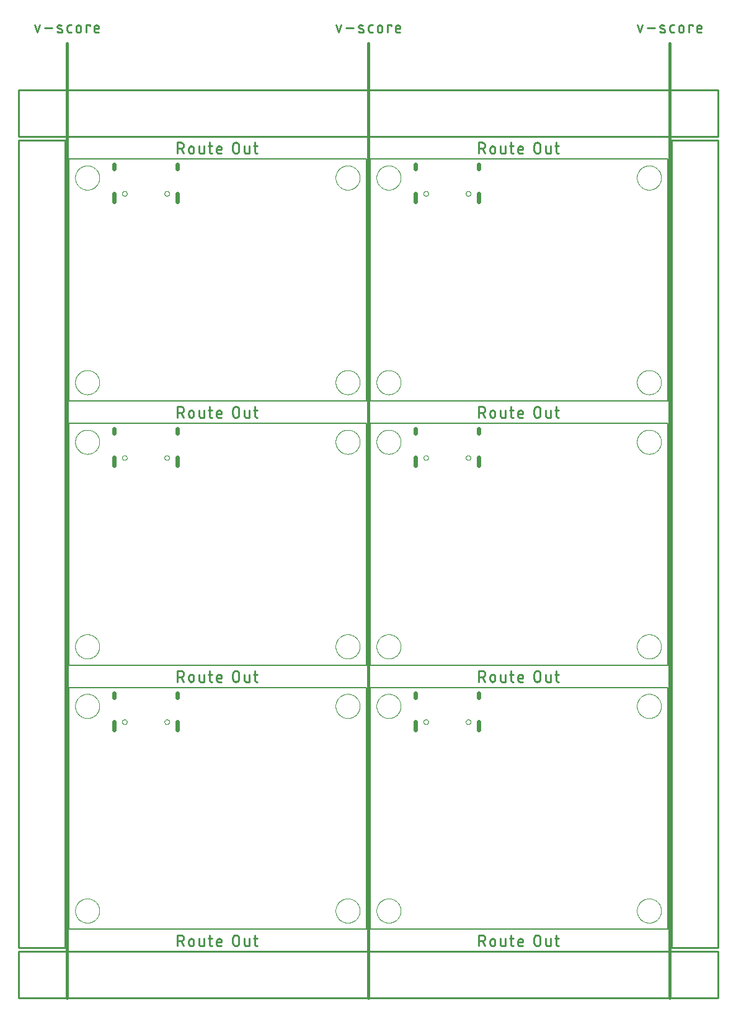
<source format=gko>
G04 EAGLE Gerber RS-274X export*
G75*
%MOMM*%
%FSLAX34Y34*%
%LPD*%
%IN*%
%IPPOS*%
%AMOC8*
5,1,8,0,0,1.08239X$1,22.5*%
G01*
%ADD10C,0.203200*%
%ADD11C,0.279400*%
%ADD12C,0.381000*%
%ADD13C,0.254000*%
%ADD14C,0.000000*%
%ADD15C,0.600000*%


D10*
X0Y0D02*
X0Y329946D01*
X406400Y329946D01*
X406400Y0D01*
X0Y0D01*
D11*
X148704Y-7747D02*
X148704Y-22733D01*
X148704Y-7747D02*
X152867Y-7747D01*
X152995Y-7749D01*
X153123Y-7755D01*
X153251Y-7765D01*
X153379Y-7779D01*
X153506Y-7796D01*
X153632Y-7818D01*
X153758Y-7843D01*
X153882Y-7873D01*
X154006Y-7906D01*
X154129Y-7943D01*
X154251Y-7984D01*
X154371Y-8028D01*
X154490Y-8076D01*
X154607Y-8128D01*
X154723Y-8183D01*
X154836Y-8242D01*
X154949Y-8305D01*
X155059Y-8371D01*
X155166Y-8440D01*
X155272Y-8512D01*
X155376Y-8588D01*
X155477Y-8667D01*
X155576Y-8749D01*
X155672Y-8834D01*
X155765Y-8921D01*
X155856Y-9012D01*
X155943Y-9105D01*
X156028Y-9201D01*
X156110Y-9300D01*
X156189Y-9401D01*
X156265Y-9505D01*
X156337Y-9611D01*
X156406Y-9718D01*
X156472Y-9829D01*
X156535Y-9941D01*
X156594Y-10054D01*
X156649Y-10170D01*
X156701Y-10287D01*
X156749Y-10406D01*
X156793Y-10526D01*
X156834Y-10648D01*
X156871Y-10771D01*
X156904Y-10895D01*
X156934Y-11019D01*
X156959Y-11145D01*
X156981Y-11271D01*
X156998Y-11398D01*
X157012Y-11526D01*
X157022Y-11654D01*
X157028Y-11782D01*
X157030Y-11910D01*
X157028Y-12038D01*
X157022Y-12166D01*
X157012Y-12294D01*
X156998Y-12422D01*
X156981Y-12549D01*
X156959Y-12675D01*
X156934Y-12801D01*
X156904Y-12925D01*
X156871Y-13049D01*
X156834Y-13172D01*
X156793Y-13294D01*
X156749Y-13414D01*
X156701Y-13533D01*
X156649Y-13650D01*
X156594Y-13766D01*
X156535Y-13879D01*
X156472Y-13992D01*
X156406Y-14102D01*
X156337Y-14209D01*
X156265Y-14315D01*
X156189Y-14419D01*
X156110Y-14520D01*
X156028Y-14619D01*
X155943Y-14715D01*
X155856Y-14808D01*
X155765Y-14899D01*
X155672Y-14986D01*
X155576Y-15071D01*
X155477Y-15153D01*
X155376Y-15232D01*
X155272Y-15308D01*
X155166Y-15380D01*
X155059Y-15449D01*
X154949Y-15515D01*
X154836Y-15578D01*
X154723Y-15637D01*
X154607Y-15692D01*
X154490Y-15744D01*
X154371Y-15792D01*
X154251Y-15836D01*
X154129Y-15877D01*
X154006Y-15914D01*
X153882Y-15947D01*
X153758Y-15977D01*
X153632Y-16002D01*
X153506Y-16024D01*
X153379Y-16041D01*
X153251Y-16055D01*
X153123Y-16065D01*
X152995Y-16071D01*
X152867Y-16073D01*
X148704Y-16073D01*
X153699Y-16073D02*
X157029Y-22733D01*
X163988Y-19403D02*
X163988Y-16073D01*
X163990Y-15959D01*
X163996Y-15846D01*
X164005Y-15732D01*
X164019Y-15620D01*
X164036Y-15507D01*
X164058Y-15395D01*
X164083Y-15285D01*
X164111Y-15175D01*
X164144Y-15066D01*
X164180Y-14958D01*
X164220Y-14851D01*
X164264Y-14746D01*
X164311Y-14643D01*
X164361Y-14541D01*
X164415Y-14441D01*
X164473Y-14343D01*
X164534Y-14247D01*
X164597Y-14153D01*
X164665Y-14061D01*
X164735Y-13971D01*
X164808Y-13885D01*
X164884Y-13800D01*
X164963Y-13718D01*
X165045Y-13639D01*
X165130Y-13563D01*
X165216Y-13490D01*
X165306Y-13420D01*
X165398Y-13352D01*
X165492Y-13289D01*
X165588Y-13228D01*
X165686Y-13170D01*
X165786Y-13116D01*
X165888Y-13066D01*
X165991Y-13019D01*
X166096Y-12975D01*
X166203Y-12935D01*
X166311Y-12899D01*
X166420Y-12866D01*
X166530Y-12838D01*
X166640Y-12813D01*
X166752Y-12791D01*
X166865Y-12774D01*
X166977Y-12760D01*
X167091Y-12751D01*
X167204Y-12745D01*
X167318Y-12743D01*
X167432Y-12745D01*
X167545Y-12751D01*
X167659Y-12760D01*
X167771Y-12774D01*
X167884Y-12791D01*
X167996Y-12813D01*
X168106Y-12838D01*
X168216Y-12866D01*
X168325Y-12899D01*
X168433Y-12935D01*
X168540Y-12975D01*
X168645Y-13019D01*
X168748Y-13066D01*
X168850Y-13116D01*
X168950Y-13170D01*
X169048Y-13228D01*
X169144Y-13289D01*
X169238Y-13352D01*
X169330Y-13420D01*
X169420Y-13490D01*
X169506Y-13563D01*
X169591Y-13639D01*
X169673Y-13718D01*
X169752Y-13800D01*
X169828Y-13885D01*
X169901Y-13971D01*
X169971Y-14061D01*
X170039Y-14153D01*
X170102Y-14247D01*
X170163Y-14343D01*
X170221Y-14441D01*
X170275Y-14541D01*
X170325Y-14643D01*
X170372Y-14746D01*
X170416Y-14851D01*
X170456Y-14958D01*
X170492Y-15066D01*
X170525Y-15175D01*
X170553Y-15285D01*
X170578Y-15395D01*
X170600Y-15507D01*
X170617Y-15620D01*
X170631Y-15732D01*
X170640Y-15846D01*
X170646Y-15959D01*
X170648Y-16073D01*
X170648Y-19403D01*
X170646Y-19517D01*
X170640Y-19630D01*
X170631Y-19744D01*
X170617Y-19856D01*
X170600Y-19969D01*
X170578Y-20081D01*
X170553Y-20191D01*
X170525Y-20301D01*
X170492Y-20410D01*
X170456Y-20518D01*
X170416Y-20625D01*
X170372Y-20730D01*
X170325Y-20833D01*
X170275Y-20935D01*
X170221Y-21035D01*
X170163Y-21133D01*
X170102Y-21229D01*
X170039Y-21323D01*
X169971Y-21415D01*
X169901Y-21505D01*
X169828Y-21591D01*
X169752Y-21676D01*
X169673Y-21758D01*
X169591Y-21837D01*
X169506Y-21913D01*
X169420Y-21986D01*
X169330Y-22056D01*
X169238Y-22124D01*
X169144Y-22187D01*
X169048Y-22248D01*
X168950Y-22306D01*
X168850Y-22360D01*
X168748Y-22410D01*
X168645Y-22457D01*
X168540Y-22501D01*
X168433Y-22541D01*
X168325Y-22577D01*
X168216Y-22610D01*
X168106Y-22638D01*
X167996Y-22663D01*
X167884Y-22685D01*
X167771Y-22702D01*
X167659Y-22716D01*
X167545Y-22725D01*
X167432Y-22731D01*
X167318Y-22733D01*
X167204Y-22731D01*
X167091Y-22725D01*
X166977Y-22716D01*
X166865Y-22702D01*
X166752Y-22685D01*
X166640Y-22663D01*
X166530Y-22638D01*
X166420Y-22610D01*
X166311Y-22577D01*
X166203Y-22541D01*
X166096Y-22501D01*
X165991Y-22457D01*
X165888Y-22410D01*
X165786Y-22360D01*
X165686Y-22306D01*
X165588Y-22248D01*
X165492Y-22187D01*
X165398Y-22124D01*
X165306Y-22056D01*
X165216Y-21986D01*
X165130Y-21913D01*
X165045Y-21837D01*
X164963Y-21758D01*
X164884Y-21676D01*
X164808Y-21591D01*
X164735Y-21505D01*
X164665Y-21415D01*
X164597Y-21323D01*
X164534Y-21229D01*
X164473Y-21133D01*
X164415Y-21035D01*
X164361Y-20935D01*
X164311Y-20833D01*
X164264Y-20730D01*
X164220Y-20625D01*
X164180Y-20518D01*
X164144Y-20410D01*
X164111Y-20301D01*
X164083Y-20191D01*
X164058Y-20081D01*
X164036Y-19969D01*
X164019Y-19856D01*
X164005Y-19744D01*
X163996Y-19630D01*
X163990Y-19517D01*
X163988Y-19403D01*
X178056Y-20235D02*
X178056Y-12742D01*
X178055Y-20235D02*
X178057Y-20333D01*
X178063Y-20431D01*
X178072Y-20529D01*
X178086Y-20626D01*
X178103Y-20722D01*
X178124Y-20818D01*
X178149Y-20913D01*
X178177Y-21007D01*
X178209Y-21100D01*
X178245Y-21191D01*
X178284Y-21281D01*
X178327Y-21369D01*
X178374Y-21456D01*
X178423Y-21540D01*
X178476Y-21623D01*
X178532Y-21703D01*
X178591Y-21782D01*
X178654Y-21857D01*
X178719Y-21931D01*
X178787Y-22001D01*
X178857Y-22069D01*
X178931Y-22135D01*
X179007Y-22197D01*
X179085Y-22256D01*
X179165Y-22312D01*
X179248Y-22365D01*
X179332Y-22415D01*
X179419Y-22461D01*
X179507Y-22504D01*
X179597Y-22543D01*
X179688Y-22579D01*
X179781Y-22611D01*
X179875Y-22639D01*
X179970Y-22664D01*
X180066Y-22685D01*
X180162Y-22702D01*
X180259Y-22716D01*
X180357Y-22725D01*
X180455Y-22731D01*
X180553Y-22733D01*
X184716Y-22733D01*
X184716Y-12742D01*
X190697Y-12742D02*
X195692Y-12742D01*
X192362Y-7747D02*
X192362Y-20235D01*
X192364Y-20333D01*
X192370Y-20431D01*
X192379Y-20529D01*
X192393Y-20626D01*
X192410Y-20722D01*
X192431Y-20818D01*
X192456Y-20913D01*
X192484Y-21007D01*
X192516Y-21100D01*
X192552Y-21191D01*
X192591Y-21281D01*
X192634Y-21369D01*
X192681Y-21456D01*
X192730Y-21540D01*
X192783Y-21623D01*
X192839Y-21703D01*
X192898Y-21782D01*
X192961Y-21857D01*
X193026Y-21931D01*
X193094Y-22001D01*
X193164Y-22069D01*
X193238Y-22135D01*
X193314Y-22197D01*
X193392Y-22256D01*
X193472Y-22312D01*
X193555Y-22365D01*
X193639Y-22415D01*
X193726Y-22461D01*
X193814Y-22504D01*
X193904Y-22543D01*
X193995Y-22579D01*
X194088Y-22611D01*
X194182Y-22639D01*
X194277Y-22664D01*
X194373Y-22685D01*
X194469Y-22702D01*
X194566Y-22716D01*
X194664Y-22725D01*
X194762Y-22731D01*
X194860Y-22733D01*
X195692Y-22733D01*
X204521Y-22733D02*
X208684Y-22733D01*
X204521Y-22733D02*
X204423Y-22731D01*
X204325Y-22725D01*
X204227Y-22716D01*
X204130Y-22702D01*
X204034Y-22685D01*
X203938Y-22664D01*
X203843Y-22639D01*
X203749Y-22611D01*
X203656Y-22579D01*
X203565Y-22543D01*
X203475Y-22504D01*
X203387Y-22461D01*
X203300Y-22414D01*
X203216Y-22365D01*
X203133Y-22312D01*
X203053Y-22256D01*
X202975Y-22197D01*
X202899Y-22135D01*
X202825Y-22069D01*
X202755Y-22001D01*
X202687Y-21931D01*
X202622Y-21857D01*
X202559Y-21782D01*
X202500Y-21703D01*
X202444Y-21623D01*
X202391Y-21540D01*
X202342Y-21456D01*
X202295Y-21369D01*
X202252Y-21281D01*
X202213Y-21191D01*
X202177Y-21100D01*
X202145Y-21007D01*
X202117Y-20913D01*
X202092Y-20818D01*
X202071Y-20722D01*
X202054Y-20626D01*
X202040Y-20529D01*
X202031Y-20431D01*
X202025Y-20333D01*
X202023Y-20235D01*
X202024Y-20235D02*
X202024Y-16073D01*
X202026Y-15959D01*
X202032Y-15846D01*
X202041Y-15732D01*
X202055Y-15620D01*
X202072Y-15507D01*
X202094Y-15395D01*
X202119Y-15285D01*
X202147Y-15175D01*
X202180Y-15066D01*
X202216Y-14958D01*
X202256Y-14851D01*
X202300Y-14746D01*
X202347Y-14643D01*
X202397Y-14541D01*
X202451Y-14441D01*
X202509Y-14343D01*
X202570Y-14247D01*
X202633Y-14153D01*
X202701Y-14061D01*
X202771Y-13971D01*
X202844Y-13885D01*
X202920Y-13800D01*
X202999Y-13718D01*
X203081Y-13639D01*
X203166Y-13563D01*
X203252Y-13490D01*
X203342Y-13420D01*
X203434Y-13352D01*
X203528Y-13289D01*
X203624Y-13228D01*
X203722Y-13170D01*
X203822Y-13116D01*
X203924Y-13066D01*
X204027Y-13019D01*
X204132Y-12975D01*
X204239Y-12935D01*
X204347Y-12899D01*
X204456Y-12866D01*
X204566Y-12838D01*
X204676Y-12813D01*
X204788Y-12791D01*
X204901Y-12774D01*
X205013Y-12760D01*
X205127Y-12751D01*
X205240Y-12745D01*
X205354Y-12743D01*
X205468Y-12745D01*
X205581Y-12751D01*
X205695Y-12760D01*
X205807Y-12774D01*
X205920Y-12791D01*
X206032Y-12813D01*
X206142Y-12838D01*
X206252Y-12866D01*
X206361Y-12899D01*
X206469Y-12935D01*
X206576Y-12975D01*
X206681Y-13019D01*
X206784Y-13066D01*
X206886Y-13116D01*
X206986Y-13170D01*
X207084Y-13228D01*
X207180Y-13289D01*
X207274Y-13352D01*
X207366Y-13420D01*
X207456Y-13490D01*
X207542Y-13563D01*
X207627Y-13639D01*
X207709Y-13718D01*
X207788Y-13800D01*
X207864Y-13885D01*
X207937Y-13971D01*
X208007Y-14061D01*
X208075Y-14153D01*
X208138Y-14247D01*
X208199Y-14343D01*
X208257Y-14441D01*
X208311Y-14541D01*
X208361Y-14643D01*
X208408Y-14746D01*
X208452Y-14851D01*
X208492Y-14958D01*
X208528Y-15066D01*
X208561Y-15175D01*
X208589Y-15285D01*
X208614Y-15395D01*
X208636Y-15507D01*
X208653Y-15620D01*
X208667Y-15732D01*
X208676Y-15846D01*
X208682Y-15959D01*
X208684Y-16073D01*
X208684Y-17738D01*
X202024Y-17738D01*
X224117Y-18570D02*
X224117Y-11910D01*
X224119Y-11782D01*
X224125Y-11654D01*
X224135Y-11526D01*
X224149Y-11398D01*
X224166Y-11271D01*
X224188Y-11145D01*
X224213Y-11019D01*
X224243Y-10895D01*
X224276Y-10771D01*
X224313Y-10648D01*
X224354Y-10526D01*
X224398Y-10406D01*
X224446Y-10287D01*
X224498Y-10170D01*
X224553Y-10054D01*
X224612Y-9941D01*
X224675Y-9828D01*
X224741Y-9718D01*
X224810Y-9611D01*
X224882Y-9505D01*
X224958Y-9401D01*
X225037Y-9300D01*
X225119Y-9201D01*
X225204Y-9105D01*
X225291Y-9012D01*
X225382Y-8921D01*
X225475Y-8834D01*
X225571Y-8749D01*
X225670Y-8667D01*
X225771Y-8588D01*
X225875Y-8512D01*
X225981Y-8440D01*
X226088Y-8371D01*
X226199Y-8305D01*
X226311Y-8242D01*
X226424Y-8183D01*
X226540Y-8128D01*
X226657Y-8076D01*
X226776Y-8028D01*
X226896Y-7984D01*
X227018Y-7943D01*
X227141Y-7906D01*
X227265Y-7873D01*
X227389Y-7843D01*
X227515Y-7818D01*
X227641Y-7796D01*
X227768Y-7779D01*
X227896Y-7765D01*
X228024Y-7755D01*
X228152Y-7749D01*
X228280Y-7747D01*
X228408Y-7749D01*
X228536Y-7755D01*
X228664Y-7765D01*
X228792Y-7779D01*
X228919Y-7796D01*
X229045Y-7818D01*
X229171Y-7843D01*
X229295Y-7873D01*
X229419Y-7906D01*
X229542Y-7943D01*
X229664Y-7984D01*
X229784Y-8028D01*
X229903Y-8076D01*
X230020Y-8128D01*
X230136Y-8183D01*
X230249Y-8242D01*
X230362Y-8305D01*
X230472Y-8371D01*
X230579Y-8440D01*
X230685Y-8512D01*
X230789Y-8588D01*
X230890Y-8667D01*
X230989Y-8749D01*
X231085Y-8834D01*
X231178Y-8921D01*
X231269Y-9012D01*
X231356Y-9105D01*
X231441Y-9201D01*
X231523Y-9300D01*
X231602Y-9401D01*
X231678Y-9505D01*
X231750Y-9611D01*
X231819Y-9718D01*
X231885Y-9829D01*
X231948Y-9941D01*
X232007Y-10054D01*
X232062Y-10170D01*
X232114Y-10287D01*
X232162Y-10406D01*
X232206Y-10526D01*
X232247Y-10648D01*
X232284Y-10771D01*
X232317Y-10895D01*
X232347Y-11019D01*
X232372Y-11145D01*
X232394Y-11271D01*
X232411Y-11398D01*
X232425Y-11526D01*
X232435Y-11654D01*
X232441Y-11782D01*
X232443Y-11910D01*
X232442Y-11910D02*
X232442Y-18570D01*
X232443Y-18570D02*
X232441Y-18698D01*
X232435Y-18826D01*
X232425Y-18954D01*
X232411Y-19082D01*
X232394Y-19209D01*
X232372Y-19335D01*
X232347Y-19461D01*
X232317Y-19585D01*
X232284Y-19709D01*
X232247Y-19832D01*
X232206Y-19954D01*
X232162Y-20074D01*
X232114Y-20193D01*
X232062Y-20310D01*
X232007Y-20426D01*
X231948Y-20539D01*
X231885Y-20652D01*
X231819Y-20762D01*
X231750Y-20869D01*
X231678Y-20975D01*
X231602Y-21079D01*
X231523Y-21180D01*
X231441Y-21279D01*
X231356Y-21375D01*
X231269Y-21468D01*
X231178Y-21559D01*
X231085Y-21646D01*
X230989Y-21731D01*
X230890Y-21813D01*
X230789Y-21892D01*
X230685Y-21968D01*
X230579Y-22040D01*
X230472Y-22109D01*
X230361Y-22175D01*
X230249Y-22238D01*
X230136Y-22297D01*
X230020Y-22352D01*
X229903Y-22404D01*
X229784Y-22452D01*
X229664Y-22496D01*
X229542Y-22537D01*
X229419Y-22574D01*
X229295Y-22607D01*
X229171Y-22637D01*
X229045Y-22662D01*
X228919Y-22684D01*
X228792Y-22701D01*
X228664Y-22715D01*
X228536Y-22725D01*
X228408Y-22731D01*
X228280Y-22733D01*
X228152Y-22731D01*
X228024Y-22725D01*
X227896Y-22715D01*
X227768Y-22701D01*
X227641Y-22684D01*
X227515Y-22662D01*
X227389Y-22637D01*
X227265Y-22607D01*
X227141Y-22574D01*
X227018Y-22537D01*
X226896Y-22496D01*
X226776Y-22452D01*
X226657Y-22404D01*
X226540Y-22352D01*
X226424Y-22297D01*
X226311Y-22238D01*
X226199Y-22175D01*
X226088Y-22109D01*
X225981Y-22040D01*
X225875Y-21968D01*
X225771Y-21892D01*
X225670Y-21813D01*
X225571Y-21731D01*
X225475Y-21646D01*
X225382Y-21559D01*
X225291Y-21468D01*
X225204Y-21375D01*
X225119Y-21279D01*
X225037Y-21180D01*
X224958Y-21079D01*
X224882Y-20975D01*
X224810Y-20869D01*
X224741Y-20762D01*
X224675Y-20651D01*
X224612Y-20539D01*
X224553Y-20426D01*
X224498Y-20310D01*
X224446Y-20193D01*
X224398Y-20074D01*
X224354Y-19954D01*
X224313Y-19832D01*
X224276Y-19709D01*
X224243Y-19585D01*
X224213Y-19461D01*
X224188Y-19335D01*
X224166Y-19209D01*
X224149Y-19082D01*
X224135Y-18954D01*
X224125Y-18826D01*
X224119Y-18698D01*
X224117Y-18570D01*
X240059Y-20235D02*
X240059Y-12742D01*
X240059Y-20235D02*
X240061Y-20333D01*
X240067Y-20431D01*
X240076Y-20529D01*
X240090Y-20626D01*
X240107Y-20722D01*
X240128Y-20818D01*
X240153Y-20913D01*
X240181Y-21007D01*
X240213Y-21100D01*
X240249Y-21191D01*
X240288Y-21281D01*
X240331Y-21369D01*
X240378Y-21456D01*
X240427Y-21540D01*
X240480Y-21623D01*
X240536Y-21703D01*
X240595Y-21782D01*
X240658Y-21857D01*
X240723Y-21931D01*
X240791Y-22001D01*
X240861Y-22069D01*
X240935Y-22135D01*
X241011Y-22197D01*
X241089Y-22256D01*
X241169Y-22312D01*
X241252Y-22365D01*
X241336Y-22415D01*
X241423Y-22461D01*
X241511Y-22504D01*
X241601Y-22543D01*
X241692Y-22579D01*
X241785Y-22611D01*
X241879Y-22639D01*
X241974Y-22664D01*
X242070Y-22685D01*
X242166Y-22702D01*
X242263Y-22716D01*
X242361Y-22725D01*
X242459Y-22731D01*
X242557Y-22733D01*
X246720Y-22733D01*
X246720Y-12742D01*
X252701Y-12742D02*
X257696Y-12742D01*
X254366Y-7747D02*
X254366Y-20235D01*
X254365Y-20235D02*
X254367Y-20333D01*
X254373Y-20431D01*
X254382Y-20529D01*
X254396Y-20626D01*
X254413Y-20722D01*
X254434Y-20818D01*
X254459Y-20913D01*
X254487Y-21007D01*
X254519Y-21100D01*
X254555Y-21191D01*
X254594Y-21281D01*
X254637Y-21369D01*
X254684Y-21456D01*
X254733Y-21540D01*
X254786Y-21623D01*
X254842Y-21703D01*
X254901Y-21782D01*
X254964Y-21857D01*
X255029Y-21931D01*
X255097Y-22001D01*
X255167Y-22069D01*
X255241Y-22135D01*
X255317Y-22197D01*
X255395Y-22256D01*
X255475Y-22312D01*
X255558Y-22365D01*
X255642Y-22415D01*
X255729Y-22461D01*
X255817Y-22504D01*
X255907Y-22543D01*
X255998Y-22579D01*
X256091Y-22611D01*
X256185Y-22639D01*
X256280Y-22664D01*
X256376Y-22685D01*
X256472Y-22702D01*
X256569Y-22716D01*
X256667Y-22725D01*
X256765Y-22731D01*
X256863Y-22733D01*
X256864Y-22733D02*
X257696Y-22733D01*
D10*
X411480Y0D02*
X411480Y329946D01*
X817880Y329946D01*
X817880Y0D01*
X411480Y0D01*
D11*
X560184Y-7747D02*
X560184Y-22733D01*
X560184Y-7747D02*
X564347Y-7747D01*
X564475Y-7749D01*
X564603Y-7755D01*
X564731Y-7765D01*
X564859Y-7779D01*
X564986Y-7796D01*
X565112Y-7818D01*
X565238Y-7843D01*
X565362Y-7873D01*
X565486Y-7906D01*
X565609Y-7943D01*
X565731Y-7984D01*
X565851Y-8028D01*
X565970Y-8076D01*
X566087Y-8128D01*
X566203Y-8183D01*
X566316Y-8242D01*
X566429Y-8305D01*
X566539Y-8371D01*
X566646Y-8440D01*
X566752Y-8512D01*
X566856Y-8588D01*
X566957Y-8667D01*
X567056Y-8749D01*
X567152Y-8834D01*
X567245Y-8921D01*
X567336Y-9012D01*
X567423Y-9105D01*
X567508Y-9201D01*
X567590Y-9300D01*
X567669Y-9401D01*
X567745Y-9505D01*
X567817Y-9611D01*
X567886Y-9718D01*
X567952Y-9829D01*
X568015Y-9941D01*
X568074Y-10054D01*
X568129Y-10170D01*
X568181Y-10287D01*
X568229Y-10406D01*
X568273Y-10526D01*
X568314Y-10648D01*
X568351Y-10771D01*
X568384Y-10895D01*
X568414Y-11019D01*
X568439Y-11145D01*
X568461Y-11271D01*
X568478Y-11398D01*
X568492Y-11526D01*
X568502Y-11654D01*
X568508Y-11782D01*
X568510Y-11910D01*
X568508Y-12038D01*
X568502Y-12166D01*
X568492Y-12294D01*
X568478Y-12422D01*
X568461Y-12549D01*
X568439Y-12675D01*
X568414Y-12801D01*
X568384Y-12925D01*
X568351Y-13049D01*
X568314Y-13172D01*
X568273Y-13294D01*
X568229Y-13414D01*
X568181Y-13533D01*
X568129Y-13650D01*
X568074Y-13766D01*
X568015Y-13879D01*
X567952Y-13992D01*
X567886Y-14102D01*
X567817Y-14209D01*
X567745Y-14315D01*
X567669Y-14419D01*
X567590Y-14520D01*
X567508Y-14619D01*
X567423Y-14715D01*
X567336Y-14808D01*
X567245Y-14899D01*
X567152Y-14986D01*
X567056Y-15071D01*
X566957Y-15153D01*
X566856Y-15232D01*
X566752Y-15308D01*
X566646Y-15380D01*
X566539Y-15449D01*
X566429Y-15515D01*
X566316Y-15578D01*
X566203Y-15637D01*
X566087Y-15692D01*
X565970Y-15744D01*
X565851Y-15792D01*
X565731Y-15836D01*
X565609Y-15877D01*
X565486Y-15914D01*
X565362Y-15947D01*
X565238Y-15977D01*
X565112Y-16002D01*
X564986Y-16024D01*
X564859Y-16041D01*
X564731Y-16055D01*
X564603Y-16065D01*
X564475Y-16071D01*
X564347Y-16073D01*
X560184Y-16073D01*
X565179Y-16073D02*
X568509Y-22733D01*
X575468Y-19403D02*
X575468Y-16073D01*
X575470Y-15959D01*
X575476Y-15846D01*
X575485Y-15732D01*
X575499Y-15620D01*
X575516Y-15507D01*
X575538Y-15395D01*
X575563Y-15285D01*
X575591Y-15175D01*
X575624Y-15066D01*
X575660Y-14958D01*
X575700Y-14851D01*
X575744Y-14746D01*
X575791Y-14643D01*
X575841Y-14541D01*
X575895Y-14441D01*
X575953Y-14343D01*
X576014Y-14247D01*
X576077Y-14153D01*
X576145Y-14061D01*
X576215Y-13971D01*
X576288Y-13885D01*
X576364Y-13800D01*
X576443Y-13718D01*
X576525Y-13639D01*
X576610Y-13563D01*
X576696Y-13490D01*
X576786Y-13420D01*
X576878Y-13352D01*
X576972Y-13289D01*
X577068Y-13228D01*
X577166Y-13170D01*
X577266Y-13116D01*
X577368Y-13066D01*
X577471Y-13019D01*
X577576Y-12975D01*
X577683Y-12935D01*
X577791Y-12899D01*
X577900Y-12866D01*
X578010Y-12838D01*
X578120Y-12813D01*
X578232Y-12791D01*
X578345Y-12774D01*
X578457Y-12760D01*
X578571Y-12751D01*
X578684Y-12745D01*
X578798Y-12743D01*
X578912Y-12745D01*
X579025Y-12751D01*
X579139Y-12760D01*
X579251Y-12774D01*
X579364Y-12791D01*
X579476Y-12813D01*
X579586Y-12838D01*
X579696Y-12866D01*
X579805Y-12899D01*
X579913Y-12935D01*
X580020Y-12975D01*
X580125Y-13019D01*
X580228Y-13066D01*
X580330Y-13116D01*
X580430Y-13170D01*
X580528Y-13228D01*
X580624Y-13289D01*
X580718Y-13352D01*
X580810Y-13420D01*
X580900Y-13490D01*
X580986Y-13563D01*
X581071Y-13639D01*
X581153Y-13718D01*
X581232Y-13800D01*
X581308Y-13885D01*
X581381Y-13971D01*
X581451Y-14061D01*
X581519Y-14153D01*
X581582Y-14247D01*
X581643Y-14343D01*
X581701Y-14441D01*
X581755Y-14541D01*
X581805Y-14643D01*
X581852Y-14746D01*
X581896Y-14851D01*
X581936Y-14958D01*
X581972Y-15066D01*
X582005Y-15175D01*
X582033Y-15285D01*
X582058Y-15395D01*
X582080Y-15507D01*
X582097Y-15620D01*
X582111Y-15732D01*
X582120Y-15846D01*
X582126Y-15959D01*
X582128Y-16073D01*
X582128Y-19403D01*
X582126Y-19517D01*
X582120Y-19630D01*
X582111Y-19744D01*
X582097Y-19856D01*
X582080Y-19969D01*
X582058Y-20081D01*
X582033Y-20191D01*
X582005Y-20301D01*
X581972Y-20410D01*
X581936Y-20518D01*
X581896Y-20625D01*
X581852Y-20730D01*
X581805Y-20833D01*
X581755Y-20935D01*
X581701Y-21035D01*
X581643Y-21133D01*
X581582Y-21229D01*
X581519Y-21323D01*
X581451Y-21415D01*
X581381Y-21505D01*
X581308Y-21591D01*
X581232Y-21676D01*
X581153Y-21758D01*
X581071Y-21837D01*
X580986Y-21913D01*
X580900Y-21986D01*
X580810Y-22056D01*
X580718Y-22124D01*
X580624Y-22187D01*
X580528Y-22248D01*
X580430Y-22306D01*
X580330Y-22360D01*
X580228Y-22410D01*
X580125Y-22457D01*
X580020Y-22501D01*
X579913Y-22541D01*
X579805Y-22577D01*
X579696Y-22610D01*
X579586Y-22638D01*
X579476Y-22663D01*
X579364Y-22685D01*
X579251Y-22702D01*
X579139Y-22716D01*
X579025Y-22725D01*
X578912Y-22731D01*
X578798Y-22733D01*
X578684Y-22731D01*
X578571Y-22725D01*
X578457Y-22716D01*
X578345Y-22702D01*
X578232Y-22685D01*
X578120Y-22663D01*
X578010Y-22638D01*
X577900Y-22610D01*
X577791Y-22577D01*
X577683Y-22541D01*
X577576Y-22501D01*
X577471Y-22457D01*
X577368Y-22410D01*
X577266Y-22360D01*
X577166Y-22306D01*
X577068Y-22248D01*
X576972Y-22187D01*
X576878Y-22124D01*
X576786Y-22056D01*
X576696Y-21986D01*
X576610Y-21913D01*
X576525Y-21837D01*
X576443Y-21758D01*
X576364Y-21676D01*
X576288Y-21591D01*
X576215Y-21505D01*
X576145Y-21415D01*
X576077Y-21323D01*
X576014Y-21229D01*
X575953Y-21133D01*
X575895Y-21035D01*
X575841Y-20935D01*
X575791Y-20833D01*
X575744Y-20730D01*
X575700Y-20625D01*
X575660Y-20518D01*
X575624Y-20410D01*
X575591Y-20301D01*
X575563Y-20191D01*
X575538Y-20081D01*
X575516Y-19969D01*
X575499Y-19856D01*
X575485Y-19744D01*
X575476Y-19630D01*
X575470Y-19517D01*
X575468Y-19403D01*
X589536Y-20235D02*
X589536Y-12742D01*
X589535Y-20235D02*
X589537Y-20333D01*
X589543Y-20431D01*
X589552Y-20529D01*
X589566Y-20626D01*
X589583Y-20722D01*
X589604Y-20818D01*
X589629Y-20913D01*
X589657Y-21007D01*
X589689Y-21100D01*
X589725Y-21191D01*
X589764Y-21281D01*
X589807Y-21369D01*
X589854Y-21456D01*
X589903Y-21540D01*
X589956Y-21623D01*
X590012Y-21703D01*
X590071Y-21782D01*
X590134Y-21857D01*
X590199Y-21931D01*
X590267Y-22001D01*
X590337Y-22069D01*
X590411Y-22135D01*
X590487Y-22197D01*
X590565Y-22256D01*
X590645Y-22312D01*
X590728Y-22365D01*
X590812Y-22415D01*
X590899Y-22461D01*
X590987Y-22504D01*
X591077Y-22543D01*
X591168Y-22579D01*
X591261Y-22611D01*
X591355Y-22639D01*
X591450Y-22664D01*
X591546Y-22685D01*
X591642Y-22702D01*
X591739Y-22716D01*
X591837Y-22725D01*
X591935Y-22731D01*
X592033Y-22733D01*
X596196Y-22733D01*
X596196Y-12742D01*
X602177Y-12742D02*
X607172Y-12742D01*
X603842Y-7747D02*
X603842Y-20235D01*
X603844Y-20333D01*
X603850Y-20431D01*
X603859Y-20529D01*
X603873Y-20626D01*
X603890Y-20722D01*
X603911Y-20818D01*
X603936Y-20913D01*
X603964Y-21007D01*
X603996Y-21100D01*
X604032Y-21191D01*
X604071Y-21281D01*
X604114Y-21369D01*
X604161Y-21456D01*
X604210Y-21540D01*
X604263Y-21623D01*
X604319Y-21703D01*
X604378Y-21782D01*
X604441Y-21857D01*
X604506Y-21931D01*
X604574Y-22001D01*
X604644Y-22069D01*
X604718Y-22135D01*
X604794Y-22197D01*
X604872Y-22256D01*
X604952Y-22312D01*
X605035Y-22365D01*
X605119Y-22415D01*
X605206Y-22461D01*
X605294Y-22504D01*
X605384Y-22543D01*
X605475Y-22579D01*
X605568Y-22611D01*
X605662Y-22639D01*
X605757Y-22664D01*
X605853Y-22685D01*
X605949Y-22702D01*
X606046Y-22716D01*
X606144Y-22725D01*
X606242Y-22731D01*
X606340Y-22733D01*
X607172Y-22733D01*
X616001Y-22733D02*
X620164Y-22733D01*
X616001Y-22733D02*
X615903Y-22731D01*
X615805Y-22725D01*
X615707Y-22716D01*
X615610Y-22702D01*
X615514Y-22685D01*
X615418Y-22664D01*
X615323Y-22639D01*
X615229Y-22611D01*
X615136Y-22579D01*
X615045Y-22543D01*
X614955Y-22504D01*
X614867Y-22461D01*
X614780Y-22414D01*
X614696Y-22365D01*
X614613Y-22312D01*
X614533Y-22256D01*
X614455Y-22197D01*
X614379Y-22135D01*
X614305Y-22069D01*
X614235Y-22001D01*
X614167Y-21931D01*
X614102Y-21857D01*
X614039Y-21782D01*
X613980Y-21703D01*
X613924Y-21623D01*
X613871Y-21540D01*
X613822Y-21456D01*
X613775Y-21369D01*
X613732Y-21281D01*
X613693Y-21191D01*
X613657Y-21100D01*
X613625Y-21007D01*
X613597Y-20913D01*
X613572Y-20818D01*
X613551Y-20722D01*
X613534Y-20626D01*
X613520Y-20529D01*
X613511Y-20431D01*
X613505Y-20333D01*
X613503Y-20235D01*
X613504Y-20235D02*
X613504Y-16073D01*
X613506Y-15959D01*
X613512Y-15846D01*
X613521Y-15732D01*
X613535Y-15620D01*
X613552Y-15507D01*
X613574Y-15395D01*
X613599Y-15285D01*
X613627Y-15175D01*
X613660Y-15066D01*
X613696Y-14958D01*
X613736Y-14851D01*
X613780Y-14746D01*
X613827Y-14643D01*
X613877Y-14541D01*
X613931Y-14441D01*
X613989Y-14343D01*
X614050Y-14247D01*
X614113Y-14153D01*
X614181Y-14061D01*
X614251Y-13971D01*
X614324Y-13885D01*
X614400Y-13800D01*
X614479Y-13718D01*
X614561Y-13639D01*
X614646Y-13563D01*
X614732Y-13490D01*
X614822Y-13420D01*
X614914Y-13352D01*
X615008Y-13289D01*
X615104Y-13228D01*
X615202Y-13170D01*
X615302Y-13116D01*
X615404Y-13066D01*
X615507Y-13019D01*
X615612Y-12975D01*
X615719Y-12935D01*
X615827Y-12899D01*
X615936Y-12866D01*
X616046Y-12838D01*
X616156Y-12813D01*
X616268Y-12791D01*
X616381Y-12774D01*
X616493Y-12760D01*
X616607Y-12751D01*
X616720Y-12745D01*
X616834Y-12743D01*
X616948Y-12745D01*
X617061Y-12751D01*
X617175Y-12760D01*
X617287Y-12774D01*
X617400Y-12791D01*
X617512Y-12813D01*
X617622Y-12838D01*
X617732Y-12866D01*
X617841Y-12899D01*
X617949Y-12935D01*
X618056Y-12975D01*
X618161Y-13019D01*
X618264Y-13066D01*
X618366Y-13116D01*
X618466Y-13170D01*
X618564Y-13228D01*
X618660Y-13289D01*
X618754Y-13352D01*
X618846Y-13420D01*
X618936Y-13490D01*
X619022Y-13563D01*
X619107Y-13639D01*
X619189Y-13718D01*
X619268Y-13800D01*
X619344Y-13885D01*
X619417Y-13971D01*
X619487Y-14061D01*
X619555Y-14153D01*
X619618Y-14247D01*
X619679Y-14343D01*
X619737Y-14441D01*
X619791Y-14541D01*
X619841Y-14643D01*
X619888Y-14746D01*
X619932Y-14851D01*
X619972Y-14958D01*
X620008Y-15066D01*
X620041Y-15175D01*
X620069Y-15285D01*
X620094Y-15395D01*
X620116Y-15507D01*
X620133Y-15620D01*
X620147Y-15732D01*
X620156Y-15846D01*
X620162Y-15959D01*
X620164Y-16073D01*
X620164Y-17738D01*
X613504Y-17738D01*
X635597Y-18570D02*
X635597Y-11910D01*
X635599Y-11782D01*
X635605Y-11654D01*
X635615Y-11526D01*
X635629Y-11398D01*
X635646Y-11271D01*
X635668Y-11145D01*
X635693Y-11019D01*
X635723Y-10895D01*
X635756Y-10771D01*
X635793Y-10648D01*
X635834Y-10526D01*
X635878Y-10406D01*
X635926Y-10287D01*
X635978Y-10170D01*
X636033Y-10054D01*
X636092Y-9941D01*
X636155Y-9828D01*
X636221Y-9718D01*
X636290Y-9611D01*
X636362Y-9505D01*
X636438Y-9401D01*
X636517Y-9300D01*
X636599Y-9201D01*
X636684Y-9105D01*
X636771Y-9012D01*
X636862Y-8921D01*
X636955Y-8834D01*
X637051Y-8749D01*
X637150Y-8667D01*
X637251Y-8588D01*
X637355Y-8512D01*
X637461Y-8440D01*
X637568Y-8371D01*
X637679Y-8305D01*
X637791Y-8242D01*
X637904Y-8183D01*
X638020Y-8128D01*
X638137Y-8076D01*
X638256Y-8028D01*
X638376Y-7984D01*
X638498Y-7943D01*
X638621Y-7906D01*
X638745Y-7873D01*
X638869Y-7843D01*
X638995Y-7818D01*
X639121Y-7796D01*
X639248Y-7779D01*
X639376Y-7765D01*
X639504Y-7755D01*
X639632Y-7749D01*
X639760Y-7747D01*
X639888Y-7749D01*
X640016Y-7755D01*
X640144Y-7765D01*
X640272Y-7779D01*
X640399Y-7796D01*
X640525Y-7818D01*
X640651Y-7843D01*
X640775Y-7873D01*
X640899Y-7906D01*
X641022Y-7943D01*
X641144Y-7984D01*
X641264Y-8028D01*
X641383Y-8076D01*
X641500Y-8128D01*
X641616Y-8183D01*
X641729Y-8242D01*
X641842Y-8305D01*
X641952Y-8371D01*
X642059Y-8440D01*
X642165Y-8512D01*
X642269Y-8588D01*
X642370Y-8667D01*
X642469Y-8749D01*
X642565Y-8834D01*
X642658Y-8921D01*
X642749Y-9012D01*
X642836Y-9105D01*
X642921Y-9201D01*
X643003Y-9300D01*
X643082Y-9401D01*
X643158Y-9505D01*
X643230Y-9611D01*
X643299Y-9718D01*
X643365Y-9829D01*
X643428Y-9941D01*
X643487Y-10054D01*
X643542Y-10170D01*
X643594Y-10287D01*
X643642Y-10406D01*
X643686Y-10526D01*
X643727Y-10648D01*
X643764Y-10771D01*
X643797Y-10895D01*
X643827Y-11019D01*
X643852Y-11145D01*
X643874Y-11271D01*
X643891Y-11398D01*
X643905Y-11526D01*
X643915Y-11654D01*
X643921Y-11782D01*
X643923Y-11910D01*
X643922Y-11910D02*
X643922Y-18570D01*
X643923Y-18570D02*
X643921Y-18698D01*
X643915Y-18826D01*
X643905Y-18954D01*
X643891Y-19082D01*
X643874Y-19209D01*
X643852Y-19335D01*
X643827Y-19461D01*
X643797Y-19585D01*
X643764Y-19709D01*
X643727Y-19832D01*
X643686Y-19954D01*
X643642Y-20074D01*
X643594Y-20193D01*
X643542Y-20310D01*
X643487Y-20426D01*
X643428Y-20539D01*
X643365Y-20652D01*
X643299Y-20762D01*
X643230Y-20869D01*
X643158Y-20975D01*
X643082Y-21079D01*
X643003Y-21180D01*
X642921Y-21279D01*
X642836Y-21375D01*
X642749Y-21468D01*
X642658Y-21559D01*
X642565Y-21646D01*
X642469Y-21731D01*
X642370Y-21813D01*
X642269Y-21892D01*
X642165Y-21968D01*
X642059Y-22040D01*
X641952Y-22109D01*
X641842Y-22175D01*
X641729Y-22238D01*
X641616Y-22297D01*
X641500Y-22352D01*
X641383Y-22404D01*
X641264Y-22452D01*
X641144Y-22496D01*
X641022Y-22537D01*
X640899Y-22574D01*
X640775Y-22607D01*
X640651Y-22637D01*
X640525Y-22662D01*
X640399Y-22684D01*
X640272Y-22701D01*
X640144Y-22715D01*
X640016Y-22725D01*
X639888Y-22731D01*
X639760Y-22733D01*
X639632Y-22731D01*
X639504Y-22725D01*
X639376Y-22715D01*
X639248Y-22701D01*
X639121Y-22684D01*
X638995Y-22662D01*
X638869Y-22637D01*
X638745Y-22607D01*
X638621Y-22574D01*
X638498Y-22537D01*
X638376Y-22496D01*
X638256Y-22452D01*
X638137Y-22404D01*
X638020Y-22352D01*
X637904Y-22297D01*
X637791Y-22238D01*
X637679Y-22175D01*
X637568Y-22109D01*
X637461Y-22040D01*
X637355Y-21968D01*
X637251Y-21892D01*
X637150Y-21813D01*
X637051Y-21731D01*
X636955Y-21646D01*
X636862Y-21559D01*
X636771Y-21468D01*
X636684Y-21375D01*
X636599Y-21279D01*
X636517Y-21180D01*
X636438Y-21079D01*
X636362Y-20975D01*
X636290Y-20869D01*
X636221Y-20762D01*
X636155Y-20651D01*
X636092Y-20539D01*
X636033Y-20426D01*
X635978Y-20310D01*
X635926Y-20193D01*
X635878Y-20074D01*
X635834Y-19954D01*
X635793Y-19832D01*
X635756Y-19709D01*
X635723Y-19585D01*
X635693Y-19461D01*
X635668Y-19335D01*
X635646Y-19209D01*
X635629Y-19082D01*
X635615Y-18954D01*
X635605Y-18826D01*
X635599Y-18698D01*
X635597Y-18570D01*
X651539Y-20235D02*
X651539Y-12742D01*
X651539Y-20235D02*
X651541Y-20333D01*
X651547Y-20431D01*
X651556Y-20529D01*
X651570Y-20626D01*
X651587Y-20722D01*
X651608Y-20818D01*
X651633Y-20913D01*
X651661Y-21007D01*
X651693Y-21100D01*
X651729Y-21191D01*
X651768Y-21281D01*
X651811Y-21369D01*
X651858Y-21456D01*
X651907Y-21540D01*
X651960Y-21623D01*
X652016Y-21703D01*
X652075Y-21782D01*
X652138Y-21857D01*
X652203Y-21931D01*
X652271Y-22001D01*
X652341Y-22069D01*
X652415Y-22135D01*
X652491Y-22197D01*
X652569Y-22256D01*
X652649Y-22312D01*
X652732Y-22365D01*
X652816Y-22415D01*
X652903Y-22461D01*
X652991Y-22504D01*
X653081Y-22543D01*
X653172Y-22579D01*
X653265Y-22611D01*
X653359Y-22639D01*
X653454Y-22664D01*
X653550Y-22685D01*
X653646Y-22702D01*
X653743Y-22716D01*
X653841Y-22725D01*
X653939Y-22731D01*
X654037Y-22733D01*
X658200Y-22733D01*
X658200Y-12742D01*
X664181Y-12742D02*
X669176Y-12742D01*
X665846Y-7747D02*
X665846Y-20235D01*
X665845Y-20235D02*
X665847Y-20333D01*
X665853Y-20431D01*
X665862Y-20529D01*
X665876Y-20626D01*
X665893Y-20722D01*
X665914Y-20818D01*
X665939Y-20913D01*
X665967Y-21007D01*
X665999Y-21100D01*
X666035Y-21191D01*
X666074Y-21281D01*
X666117Y-21369D01*
X666164Y-21456D01*
X666213Y-21540D01*
X666266Y-21623D01*
X666322Y-21703D01*
X666381Y-21782D01*
X666444Y-21857D01*
X666509Y-21931D01*
X666577Y-22001D01*
X666647Y-22069D01*
X666721Y-22135D01*
X666797Y-22197D01*
X666875Y-22256D01*
X666955Y-22312D01*
X667038Y-22365D01*
X667122Y-22415D01*
X667209Y-22461D01*
X667297Y-22504D01*
X667387Y-22543D01*
X667478Y-22579D01*
X667571Y-22611D01*
X667665Y-22639D01*
X667760Y-22664D01*
X667856Y-22685D01*
X667952Y-22702D01*
X668049Y-22716D01*
X668147Y-22725D01*
X668245Y-22731D01*
X668343Y-22733D01*
X668344Y-22733D02*
X669176Y-22733D01*
D10*
X0Y360426D02*
X0Y690372D01*
X406400Y690372D01*
X406400Y360426D01*
X0Y360426D01*
D11*
X148704Y352679D02*
X148704Y337693D01*
X148704Y352679D02*
X152867Y352679D01*
X152995Y352677D01*
X153123Y352671D01*
X153251Y352661D01*
X153379Y352647D01*
X153506Y352630D01*
X153632Y352608D01*
X153758Y352583D01*
X153882Y352553D01*
X154006Y352520D01*
X154129Y352483D01*
X154251Y352442D01*
X154371Y352398D01*
X154490Y352350D01*
X154607Y352298D01*
X154723Y352243D01*
X154836Y352184D01*
X154949Y352121D01*
X155059Y352055D01*
X155166Y351986D01*
X155272Y351914D01*
X155376Y351838D01*
X155477Y351759D01*
X155576Y351677D01*
X155672Y351592D01*
X155765Y351505D01*
X155856Y351414D01*
X155943Y351321D01*
X156028Y351225D01*
X156110Y351126D01*
X156189Y351025D01*
X156265Y350921D01*
X156337Y350815D01*
X156406Y350708D01*
X156472Y350598D01*
X156535Y350485D01*
X156594Y350372D01*
X156649Y350256D01*
X156701Y350139D01*
X156749Y350020D01*
X156793Y349900D01*
X156834Y349778D01*
X156871Y349655D01*
X156904Y349531D01*
X156934Y349407D01*
X156959Y349281D01*
X156981Y349155D01*
X156998Y349028D01*
X157012Y348900D01*
X157022Y348772D01*
X157028Y348644D01*
X157030Y348516D01*
X157028Y348388D01*
X157022Y348260D01*
X157012Y348132D01*
X156998Y348004D01*
X156981Y347877D01*
X156959Y347751D01*
X156934Y347625D01*
X156904Y347501D01*
X156871Y347377D01*
X156834Y347254D01*
X156793Y347132D01*
X156749Y347012D01*
X156701Y346893D01*
X156649Y346776D01*
X156594Y346660D01*
X156535Y346547D01*
X156472Y346435D01*
X156406Y346324D01*
X156337Y346217D01*
X156265Y346111D01*
X156189Y346007D01*
X156110Y345906D01*
X156028Y345807D01*
X155943Y345711D01*
X155856Y345618D01*
X155765Y345527D01*
X155672Y345440D01*
X155576Y345355D01*
X155477Y345273D01*
X155376Y345194D01*
X155272Y345118D01*
X155166Y345046D01*
X155059Y344977D01*
X154949Y344911D01*
X154836Y344848D01*
X154723Y344789D01*
X154607Y344734D01*
X154490Y344682D01*
X154371Y344634D01*
X154251Y344590D01*
X154129Y344549D01*
X154006Y344512D01*
X153882Y344479D01*
X153758Y344449D01*
X153632Y344424D01*
X153506Y344402D01*
X153379Y344385D01*
X153251Y344371D01*
X153123Y344361D01*
X152995Y344355D01*
X152867Y344353D01*
X148704Y344353D01*
X153699Y344353D02*
X157029Y337693D01*
X163988Y341023D02*
X163988Y344353D01*
X163990Y344467D01*
X163996Y344580D01*
X164005Y344694D01*
X164019Y344806D01*
X164036Y344919D01*
X164058Y345031D01*
X164083Y345141D01*
X164111Y345251D01*
X164144Y345360D01*
X164180Y345468D01*
X164220Y345575D01*
X164264Y345680D01*
X164311Y345783D01*
X164361Y345885D01*
X164415Y345985D01*
X164473Y346083D01*
X164534Y346179D01*
X164597Y346273D01*
X164665Y346365D01*
X164735Y346455D01*
X164808Y346541D01*
X164884Y346626D01*
X164963Y346708D01*
X165045Y346787D01*
X165130Y346863D01*
X165216Y346936D01*
X165306Y347006D01*
X165398Y347074D01*
X165492Y347137D01*
X165588Y347198D01*
X165686Y347256D01*
X165786Y347310D01*
X165888Y347360D01*
X165991Y347407D01*
X166096Y347451D01*
X166203Y347491D01*
X166311Y347527D01*
X166420Y347560D01*
X166530Y347588D01*
X166640Y347613D01*
X166752Y347635D01*
X166865Y347652D01*
X166977Y347666D01*
X167091Y347675D01*
X167204Y347681D01*
X167318Y347683D01*
X167432Y347681D01*
X167545Y347675D01*
X167659Y347666D01*
X167771Y347652D01*
X167884Y347635D01*
X167996Y347613D01*
X168106Y347588D01*
X168216Y347560D01*
X168325Y347527D01*
X168433Y347491D01*
X168540Y347451D01*
X168645Y347407D01*
X168748Y347360D01*
X168850Y347310D01*
X168950Y347256D01*
X169048Y347198D01*
X169144Y347137D01*
X169238Y347074D01*
X169330Y347006D01*
X169420Y346936D01*
X169506Y346863D01*
X169591Y346787D01*
X169673Y346708D01*
X169752Y346626D01*
X169828Y346541D01*
X169901Y346455D01*
X169971Y346365D01*
X170039Y346273D01*
X170102Y346179D01*
X170163Y346083D01*
X170221Y345985D01*
X170275Y345885D01*
X170325Y345783D01*
X170372Y345680D01*
X170416Y345575D01*
X170456Y345468D01*
X170492Y345360D01*
X170525Y345251D01*
X170553Y345141D01*
X170578Y345031D01*
X170600Y344919D01*
X170617Y344806D01*
X170631Y344694D01*
X170640Y344580D01*
X170646Y344467D01*
X170648Y344353D01*
X170648Y341023D01*
X170646Y340909D01*
X170640Y340796D01*
X170631Y340682D01*
X170617Y340570D01*
X170600Y340457D01*
X170578Y340345D01*
X170553Y340235D01*
X170525Y340125D01*
X170492Y340016D01*
X170456Y339908D01*
X170416Y339801D01*
X170372Y339696D01*
X170325Y339593D01*
X170275Y339491D01*
X170221Y339391D01*
X170163Y339293D01*
X170102Y339197D01*
X170039Y339103D01*
X169971Y339011D01*
X169901Y338921D01*
X169828Y338835D01*
X169752Y338750D01*
X169673Y338668D01*
X169591Y338589D01*
X169506Y338513D01*
X169420Y338440D01*
X169330Y338370D01*
X169238Y338302D01*
X169144Y338239D01*
X169048Y338178D01*
X168950Y338120D01*
X168850Y338066D01*
X168748Y338016D01*
X168645Y337969D01*
X168540Y337925D01*
X168433Y337885D01*
X168325Y337849D01*
X168216Y337816D01*
X168106Y337788D01*
X167996Y337763D01*
X167884Y337741D01*
X167771Y337724D01*
X167659Y337710D01*
X167545Y337701D01*
X167432Y337695D01*
X167318Y337693D01*
X167204Y337695D01*
X167091Y337701D01*
X166977Y337710D01*
X166865Y337724D01*
X166752Y337741D01*
X166640Y337763D01*
X166530Y337788D01*
X166420Y337816D01*
X166311Y337849D01*
X166203Y337885D01*
X166096Y337925D01*
X165991Y337969D01*
X165888Y338016D01*
X165786Y338066D01*
X165686Y338120D01*
X165588Y338178D01*
X165492Y338239D01*
X165398Y338302D01*
X165306Y338370D01*
X165216Y338440D01*
X165130Y338513D01*
X165045Y338589D01*
X164963Y338668D01*
X164884Y338750D01*
X164808Y338835D01*
X164735Y338921D01*
X164665Y339011D01*
X164597Y339103D01*
X164534Y339197D01*
X164473Y339293D01*
X164415Y339391D01*
X164361Y339491D01*
X164311Y339593D01*
X164264Y339696D01*
X164220Y339801D01*
X164180Y339908D01*
X164144Y340016D01*
X164111Y340125D01*
X164083Y340235D01*
X164058Y340345D01*
X164036Y340457D01*
X164019Y340570D01*
X164005Y340682D01*
X163996Y340796D01*
X163990Y340909D01*
X163988Y341023D01*
X178056Y340191D02*
X178056Y347684D01*
X178055Y340191D02*
X178057Y340093D01*
X178063Y339995D01*
X178072Y339897D01*
X178086Y339800D01*
X178103Y339704D01*
X178124Y339608D01*
X178149Y339513D01*
X178177Y339419D01*
X178209Y339326D01*
X178245Y339235D01*
X178284Y339145D01*
X178327Y339057D01*
X178374Y338970D01*
X178423Y338886D01*
X178476Y338803D01*
X178532Y338723D01*
X178591Y338645D01*
X178654Y338569D01*
X178719Y338495D01*
X178787Y338425D01*
X178857Y338357D01*
X178931Y338292D01*
X179007Y338229D01*
X179085Y338170D01*
X179165Y338114D01*
X179248Y338061D01*
X179332Y338012D01*
X179419Y337965D01*
X179507Y337922D01*
X179597Y337883D01*
X179688Y337847D01*
X179781Y337815D01*
X179875Y337787D01*
X179970Y337762D01*
X180066Y337741D01*
X180162Y337724D01*
X180259Y337710D01*
X180357Y337701D01*
X180455Y337695D01*
X180553Y337693D01*
X184716Y337693D01*
X184716Y347684D01*
X190697Y347684D02*
X195692Y347684D01*
X192362Y352679D02*
X192362Y340191D01*
X192364Y340093D01*
X192370Y339995D01*
X192379Y339897D01*
X192393Y339800D01*
X192410Y339704D01*
X192431Y339608D01*
X192456Y339513D01*
X192484Y339419D01*
X192516Y339326D01*
X192552Y339235D01*
X192591Y339145D01*
X192634Y339057D01*
X192681Y338970D01*
X192730Y338886D01*
X192783Y338803D01*
X192839Y338723D01*
X192898Y338645D01*
X192961Y338569D01*
X193026Y338495D01*
X193094Y338425D01*
X193164Y338357D01*
X193238Y338292D01*
X193314Y338229D01*
X193392Y338170D01*
X193472Y338114D01*
X193555Y338061D01*
X193639Y338012D01*
X193726Y337965D01*
X193814Y337922D01*
X193904Y337883D01*
X193995Y337847D01*
X194088Y337815D01*
X194182Y337787D01*
X194277Y337762D01*
X194373Y337741D01*
X194469Y337724D01*
X194566Y337710D01*
X194664Y337701D01*
X194762Y337695D01*
X194860Y337693D01*
X195692Y337693D01*
X204521Y337693D02*
X208684Y337693D01*
X204521Y337693D02*
X204423Y337695D01*
X204325Y337701D01*
X204227Y337710D01*
X204130Y337724D01*
X204034Y337741D01*
X203938Y337762D01*
X203843Y337787D01*
X203749Y337815D01*
X203656Y337847D01*
X203565Y337883D01*
X203475Y337922D01*
X203387Y337965D01*
X203300Y338012D01*
X203216Y338061D01*
X203133Y338114D01*
X203053Y338170D01*
X202975Y338229D01*
X202899Y338292D01*
X202825Y338357D01*
X202755Y338425D01*
X202687Y338495D01*
X202622Y338569D01*
X202559Y338645D01*
X202500Y338723D01*
X202444Y338803D01*
X202391Y338886D01*
X202342Y338970D01*
X202295Y339057D01*
X202252Y339145D01*
X202213Y339235D01*
X202177Y339326D01*
X202145Y339419D01*
X202117Y339513D01*
X202092Y339608D01*
X202071Y339704D01*
X202054Y339800D01*
X202040Y339897D01*
X202031Y339995D01*
X202025Y340093D01*
X202023Y340191D01*
X202024Y340191D02*
X202024Y344353D01*
X202026Y344467D01*
X202032Y344580D01*
X202041Y344694D01*
X202055Y344806D01*
X202072Y344919D01*
X202094Y345031D01*
X202119Y345141D01*
X202147Y345251D01*
X202180Y345360D01*
X202216Y345468D01*
X202256Y345575D01*
X202300Y345680D01*
X202347Y345783D01*
X202397Y345885D01*
X202451Y345985D01*
X202509Y346083D01*
X202570Y346179D01*
X202633Y346273D01*
X202701Y346365D01*
X202771Y346455D01*
X202844Y346541D01*
X202920Y346626D01*
X202999Y346708D01*
X203081Y346787D01*
X203166Y346863D01*
X203252Y346936D01*
X203342Y347006D01*
X203434Y347074D01*
X203528Y347137D01*
X203624Y347198D01*
X203722Y347256D01*
X203822Y347310D01*
X203924Y347360D01*
X204027Y347407D01*
X204132Y347451D01*
X204239Y347491D01*
X204347Y347527D01*
X204456Y347560D01*
X204566Y347588D01*
X204676Y347613D01*
X204788Y347635D01*
X204901Y347652D01*
X205013Y347666D01*
X205127Y347675D01*
X205240Y347681D01*
X205354Y347683D01*
X205468Y347681D01*
X205581Y347675D01*
X205695Y347666D01*
X205807Y347652D01*
X205920Y347635D01*
X206032Y347613D01*
X206142Y347588D01*
X206252Y347560D01*
X206361Y347527D01*
X206469Y347491D01*
X206576Y347451D01*
X206681Y347407D01*
X206784Y347360D01*
X206886Y347310D01*
X206986Y347256D01*
X207084Y347198D01*
X207180Y347137D01*
X207274Y347074D01*
X207366Y347006D01*
X207456Y346936D01*
X207542Y346863D01*
X207627Y346787D01*
X207709Y346708D01*
X207788Y346626D01*
X207864Y346541D01*
X207937Y346455D01*
X208007Y346365D01*
X208075Y346273D01*
X208138Y346179D01*
X208199Y346083D01*
X208257Y345985D01*
X208311Y345885D01*
X208361Y345783D01*
X208408Y345680D01*
X208452Y345575D01*
X208492Y345468D01*
X208528Y345360D01*
X208561Y345251D01*
X208589Y345141D01*
X208614Y345031D01*
X208636Y344919D01*
X208653Y344806D01*
X208667Y344694D01*
X208676Y344580D01*
X208682Y344467D01*
X208684Y344353D01*
X208684Y342688D01*
X202024Y342688D01*
X224117Y341856D02*
X224117Y348516D01*
X224119Y348644D01*
X224125Y348772D01*
X224135Y348900D01*
X224149Y349028D01*
X224166Y349155D01*
X224188Y349281D01*
X224213Y349407D01*
X224243Y349531D01*
X224276Y349655D01*
X224313Y349778D01*
X224354Y349900D01*
X224398Y350020D01*
X224446Y350139D01*
X224498Y350256D01*
X224553Y350372D01*
X224612Y350485D01*
X224675Y350598D01*
X224741Y350708D01*
X224810Y350815D01*
X224882Y350921D01*
X224958Y351025D01*
X225037Y351126D01*
X225119Y351225D01*
X225204Y351321D01*
X225291Y351414D01*
X225382Y351505D01*
X225475Y351592D01*
X225571Y351677D01*
X225670Y351759D01*
X225771Y351838D01*
X225875Y351914D01*
X225981Y351986D01*
X226088Y352055D01*
X226199Y352121D01*
X226311Y352184D01*
X226424Y352243D01*
X226540Y352298D01*
X226657Y352350D01*
X226776Y352398D01*
X226896Y352442D01*
X227018Y352483D01*
X227141Y352520D01*
X227265Y352553D01*
X227389Y352583D01*
X227515Y352608D01*
X227641Y352630D01*
X227768Y352647D01*
X227896Y352661D01*
X228024Y352671D01*
X228152Y352677D01*
X228280Y352679D01*
X228408Y352677D01*
X228536Y352671D01*
X228664Y352661D01*
X228792Y352647D01*
X228919Y352630D01*
X229045Y352608D01*
X229171Y352583D01*
X229295Y352553D01*
X229419Y352520D01*
X229542Y352483D01*
X229664Y352442D01*
X229784Y352398D01*
X229903Y352350D01*
X230020Y352298D01*
X230136Y352243D01*
X230249Y352184D01*
X230362Y352121D01*
X230472Y352055D01*
X230579Y351986D01*
X230685Y351914D01*
X230789Y351838D01*
X230890Y351759D01*
X230989Y351677D01*
X231085Y351592D01*
X231178Y351505D01*
X231269Y351414D01*
X231356Y351321D01*
X231441Y351225D01*
X231523Y351126D01*
X231602Y351025D01*
X231678Y350921D01*
X231750Y350815D01*
X231819Y350708D01*
X231885Y350598D01*
X231948Y350485D01*
X232007Y350372D01*
X232062Y350256D01*
X232114Y350139D01*
X232162Y350020D01*
X232206Y349900D01*
X232247Y349778D01*
X232284Y349655D01*
X232317Y349531D01*
X232347Y349407D01*
X232372Y349281D01*
X232394Y349155D01*
X232411Y349028D01*
X232425Y348900D01*
X232435Y348772D01*
X232441Y348644D01*
X232443Y348516D01*
X232442Y348516D02*
X232442Y341856D01*
X232443Y341856D02*
X232441Y341728D01*
X232435Y341600D01*
X232425Y341472D01*
X232411Y341344D01*
X232394Y341217D01*
X232372Y341091D01*
X232347Y340965D01*
X232317Y340841D01*
X232284Y340717D01*
X232247Y340594D01*
X232206Y340472D01*
X232162Y340352D01*
X232114Y340233D01*
X232062Y340116D01*
X232007Y340000D01*
X231948Y339887D01*
X231885Y339775D01*
X231819Y339664D01*
X231750Y339557D01*
X231678Y339451D01*
X231602Y339347D01*
X231523Y339246D01*
X231441Y339147D01*
X231356Y339051D01*
X231269Y338958D01*
X231178Y338867D01*
X231085Y338780D01*
X230989Y338695D01*
X230890Y338613D01*
X230789Y338534D01*
X230685Y338458D01*
X230579Y338386D01*
X230472Y338317D01*
X230361Y338251D01*
X230249Y338188D01*
X230136Y338129D01*
X230020Y338074D01*
X229903Y338022D01*
X229784Y337974D01*
X229664Y337930D01*
X229542Y337889D01*
X229419Y337852D01*
X229295Y337819D01*
X229171Y337789D01*
X229045Y337764D01*
X228919Y337742D01*
X228792Y337725D01*
X228664Y337711D01*
X228536Y337701D01*
X228408Y337695D01*
X228280Y337693D01*
X228152Y337695D01*
X228024Y337701D01*
X227896Y337711D01*
X227768Y337725D01*
X227641Y337742D01*
X227515Y337764D01*
X227389Y337789D01*
X227265Y337819D01*
X227141Y337852D01*
X227018Y337889D01*
X226896Y337930D01*
X226776Y337974D01*
X226657Y338022D01*
X226540Y338074D01*
X226424Y338129D01*
X226311Y338188D01*
X226199Y338251D01*
X226088Y338317D01*
X225981Y338386D01*
X225875Y338458D01*
X225771Y338534D01*
X225670Y338613D01*
X225571Y338695D01*
X225475Y338780D01*
X225382Y338867D01*
X225291Y338958D01*
X225204Y339051D01*
X225119Y339147D01*
X225037Y339246D01*
X224958Y339347D01*
X224882Y339451D01*
X224810Y339557D01*
X224741Y339664D01*
X224675Y339775D01*
X224612Y339887D01*
X224553Y340000D01*
X224498Y340116D01*
X224446Y340233D01*
X224398Y340352D01*
X224354Y340472D01*
X224313Y340594D01*
X224276Y340717D01*
X224243Y340841D01*
X224213Y340965D01*
X224188Y341091D01*
X224166Y341217D01*
X224149Y341344D01*
X224135Y341472D01*
X224125Y341600D01*
X224119Y341728D01*
X224117Y341856D01*
X240059Y340191D02*
X240059Y347684D01*
X240059Y340191D02*
X240061Y340093D01*
X240067Y339995D01*
X240076Y339897D01*
X240090Y339800D01*
X240107Y339704D01*
X240128Y339608D01*
X240153Y339513D01*
X240181Y339419D01*
X240213Y339326D01*
X240249Y339235D01*
X240288Y339145D01*
X240331Y339057D01*
X240378Y338970D01*
X240427Y338886D01*
X240480Y338803D01*
X240536Y338723D01*
X240595Y338645D01*
X240658Y338569D01*
X240723Y338495D01*
X240791Y338425D01*
X240861Y338357D01*
X240935Y338292D01*
X241011Y338229D01*
X241089Y338170D01*
X241169Y338114D01*
X241252Y338061D01*
X241336Y338012D01*
X241423Y337965D01*
X241511Y337922D01*
X241601Y337883D01*
X241692Y337847D01*
X241785Y337815D01*
X241879Y337787D01*
X241974Y337762D01*
X242070Y337741D01*
X242166Y337724D01*
X242263Y337710D01*
X242361Y337701D01*
X242459Y337695D01*
X242557Y337693D01*
X246720Y337693D01*
X246720Y347684D01*
X252701Y347684D02*
X257696Y347684D01*
X254366Y352679D02*
X254366Y340191D01*
X254368Y340093D01*
X254374Y339995D01*
X254383Y339897D01*
X254397Y339800D01*
X254414Y339704D01*
X254435Y339608D01*
X254460Y339513D01*
X254488Y339419D01*
X254520Y339326D01*
X254556Y339235D01*
X254595Y339145D01*
X254638Y339057D01*
X254685Y338970D01*
X254734Y338886D01*
X254787Y338803D01*
X254843Y338723D01*
X254902Y338645D01*
X254965Y338569D01*
X255030Y338495D01*
X255098Y338425D01*
X255168Y338357D01*
X255242Y338292D01*
X255318Y338229D01*
X255396Y338170D01*
X255476Y338114D01*
X255559Y338061D01*
X255643Y338012D01*
X255730Y337965D01*
X255818Y337922D01*
X255908Y337883D01*
X255999Y337847D01*
X256092Y337815D01*
X256186Y337787D01*
X256281Y337762D01*
X256377Y337741D01*
X256473Y337724D01*
X256570Y337710D01*
X256668Y337701D01*
X256766Y337695D01*
X256864Y337693D01*
X257696Y337693D01*
D10*
X411480Y360426D02*
X411480Y690372D01*
X817880Y690372D01*
X817880Y360426D01*
X411480Y360426D01*
D11*
X560184Y352679D02*
X560184Y337693D01*
X560184Y352679D02*
X564347Y352679D01*
X564475Y352677D01*
X564603Y352671D01*
X564731Y352661D01*
X564859Y352647D01*
X564986Y352630D01*
X565112Y352608D01*
X565238Y352583D01*
X565362Y352553D01*
X565486Y352520D01*
X565609Y352483D01*
X565731Y352442D01*
X565851Y352398D01*
X565970Y352350D01*
X566087Y352298D01*
X566203Y352243D01*
X566316Y352184D01*
X566429Y352121D01*
X566539Y352055D01*
X566646Y351986D01*
X566752Y351914D01*
X566856Y351838D01*
X566957Y351759D01*
X567056Y351677D01*
X567152Y351592D01*
X567245Y351505D01*
X567336Y351414D01*
X567423Y351321D01*
X567508Y351225D01*
X567590Y351126D01*
X567669Y351025D01*
X567745Y350921D01*
X567817Y350815D01*
X567886Y350708D01*
X567952Y350598D01*
X568015Y350485D01*
X568074Y350372D01*
X568129Y350256D01*
X568181Y350139D01*
X568229Y350020D01*
X568273Y349900D01*
X568314Y349778D01*
X568351Y349655D01*
X568384Y349531D01*
X568414Y349407D01*
X568439Y349281D01*
X568461Y349155D01*
X568478Y349028D01*
X568492Y348900D01*
X568502Y348772D01*
X568508Y348644D01*
X568510Y348516D01*
X568508Y348388D01*
X568502Y348260D01*
X568492Y348132D01*
X568478Y348004D01*
X568461Y347877D01*
X568439Y347751D01*
X568414Y347625D01*
X568384Y347501D01*
X568351Y347377D01*
X568314Y347254D01*
X568273Y347132D01*
X568229Y347012D01*
X568181Y346893D01*
X568129Y346776D01*
X568074Y346660D01*
X568015Y346547D01*
X567952Y346435D01*
X567886Y346324D01*
X567817Y346217D01*
X567745Y346111D01*
X567669Y346007D01*
X567590Y345906D01*
X567508Y345807D01*
X567423Y345711D01*
X567336Y345618D01*
X567245Y345527D01*
X567152Y345440D01*
X567056Y345355D01*
X566957Y345273D01*
X566856Y345194D01*
X566752Y345118D01*
X566646Y345046D01*
X566539Y344977D01*
X566429Y344911D01*
X566316Y344848D01*
X566203Y344789D01*
X566087Y344734D01*
X565970Y344682D01*
X565851Y344634D01*
X565731Y344590D01*
X565609Y344549D01*
X565486Y344512D01*
X565362Y344479D01*
X565238Y344449D01*
X565112Y344424D01*
X564986Y344402D01*
X564859Y344385D01*
X564731Y344371D01*
X564603Y344361D01*
X564475Y344355D01*
X564347Y344353D01*
X560184Y344353D01*
X565179Y344353D02*
X568509Y337693D01*
X575468Y341023D02*
X575468Y344353D01*
X575470Y344467D01*
X575476Y344580D01*
X575485Y344694D01*
X575499Y344806D01*
X575516Y344919D01*
X575538Y345031D01*
X575563Y345141D01*
X575591Y345251D01*
X575624Y345360D01*
X575660Y345468D01*
X575700Y345575D01*
X575744Y345680D01*
X575791Y345783D01*
X575841Y345885D01*
X575895Y345985D01*
X575953Y346083D01*
X576014Y346179D01*
X576077Y346273D01*
X576145Y346365D01*
X576215Y346455D01*
X576288Y346541D01*
X576364Y346626D01*
X576443Y346708D01*
X576525Y346787D01*
X576610Y346863D01*
X576696Y346936D01*
X576786Y347006D01*
X576878Y347074D01*
X576972Y347137D01*
X577068Y347198D01*
X577166Y347256D01*
X577266Y347310D01*
X577368Y347360D01*
X577471Y347407D01*
X577576Y347451D01*
X577683Y347491D01*
X577791Y347527D01*
X577900Y347560D01*
X578010Y347588D01*
X578120Y347613D01*
X578232Y347635D01*
X578345Y347652D01*
X578457Y347666D01*
X578571Y347675D01*
X578684Y347681D01*
X578798Y347683D01*
X578912Y347681D01*
X579025Y347675D01*
X579139Y347666D01*
X579251Y347652D01*
X579364Y347635D01*
X579476Y347613D01*
X579586Y347588D01*
X579696Y347560D01*
X579805Y347527D01*
X579913Y347491D01*
X580020Y347451D01*
X580125Y347407D01*
X580228Y347360D01*
X580330Y347310D01*
X580430Y347256D01*
X580528Y347198D01*
X580624Y347137D01*
X580718Y347074D01*
X580810Y347006D01*
X580900Y346936D01*
X580986Y346863D01*
X581071Y346787D01*
X581153Y346708D01*
X581232Y346626D01*
X581308Y346541D01*
X581381Y346455D01*
X581451Y346365D01*
X581519Y346273D01*
X581582Y346179D01*
X581643Y346083D01*
X581701Y345985D01*
X581755Y345885D01*
X581805Y345783D01*
X581852Y345680D01*
X581896Y345575D01*
X581936Y345468D01*
X581972Y345360D01*
X582005Y345251D01*
X582033Y345141D01*
X582058Y345031D01*
X582080Y344919D01*
X582097Y344806D01*
X582111Y344694D01*
X582120Y344580D01*
X582126Y344467D01*
X582128Y344353D01*
X582128Y341023D01*
X582126Y340909D01*
X582120Y340796D01*
X582111Y340682D01*
X582097Y340570D01*
X582080Y340457D01*
X582058Y340345D01*
X582033Y340235D01*
X582005Y340125D01*
X581972Y340016D01*
X581936Y339908D01*
X581896Y339801D01*
X581852Y339696D01*
X581805Y339593D01*
X581755Y339491D01*
X581701Y339391D01*
X581643Y339293D01*
X581582Y339197D01*
X581519Y339103D01*
X581451Y339011D01*
X581381Y338921D01*
X581308Y338835D01*
X581232Y338750D01*
X581153Y338668D01*
X581071Y338589D01*
X580986Y338513D01*
X580900Y338440D01*
X580810Y338370D01*
X580718Y338302D01*
X580624Y338239D01*
X580528Y338178D01*
X580430Y338120D01*
X580330Y338066D01*
X580228Y338016D01*
X580125Y337969D01*
X580020Y337925D01*
X579913Y337885D01*
X579805Y337849D01*
X579696Y337816D01*
X579586Y337788D01*
X579476Y337763D01*
X579364Y337741D01*
X579251Y337724D01*
X579139Y337710D01*
X579025Y337701D01*
X578912Y337695D01*
X578798Y337693D01*
X578684Y337695D01*
X578571Y337701D01*
X578457Y337710D01*
X578345Y337724D01*
X578232Y337741D01*
X578120Y337763D01*
X578010Y337788D01*
X577900Y337816D01*
X577791Y337849D01*
X577683Y337885D01*
X577576Y337925D01*
X577471Y337969D01*
X577368Y338016D01*
X577266Y338066D01*
X577166Y338120D01*
X577068Y338178D01*
X576972Y338239D01*
X576878Y338302D01*
X576786Y338370D01*
X576696Y338440D01*
X576610Y338513D01*
X576525Y338589D01*
X576443Y338668D01*
X576364Y338750D01*
X576288Y338835D01*
X576215Y338921D01*
X576145Y339011D01*
X576077Y339103D01*
X576014Y339197D01*
X575953Y339293D01*
X575895Y339391D01*
X575841Y339491D01*
X575791Y339593D01*
X575744Y339696D01*
X575700Y339801D01*
X575660Y339908D01*
X575624Y340016D01*
X575591Y340125D01*
X575563Y340235D01*
X575538Y340345D01*
X575516Y340457D01*
X575499Y340570D01*
X575485Y340682D01*
X575476Y340796D01*
X575470Y340909D01*
X575468Y341023D01*
X589536Y340191D02*
X589536Y347684D01*
X589535Y340191D02*
X589537Y340093D01*
X589543Y339995D01*
X589552Y339897D01*
X589566Y339800D01*
X589583Y339704D01*
X589604Y339608D01*
X589629Y339513D01*
X589657Y339419D01*
X589689Y339326D01*
X589725Y339235D01*
X589764Y339145D01*
X589807Y339057D01*
X589854Y338970D01*
X589903Y338886D01*
X589956Y338803D01*
X590012Y338723D01*
X590071Y338645D01*
X590134Y338569D01*
X590199Y338495D01*
X590267Y338425D01*
X590337Y338357D01*
X590411Y338292D01*
X590487Y338229D01*
X590565Y338170D01*
X590645Y338114D01*
X590728Y338061D01*
X590812Y338012D01*
X590899Y337965D01*
X590987Y337922D01*
X591077Y337883D01*
X591168Y337847D01*
X591261Y337815D01*
X591355Y337787D01*
X591450Y337762D01*
X591546Y337741D01*
X591642Y337724D01*
X591739Y337710D01*
X591837Y337701D01*
X591935Y337695D01*
X592033Y337693D01*
X596196Y337693D01*
X596196Y347684D01*
X602177Y347684D02*
X607172Y347684D01*
X603842Y352679D02*
X603842Y340191D01*
X603844Y340093D01*
X603850Y339995D01*
X603859Y339897D01*
X603873Y339800D01*
X603890Y339704D01*
X603911Y339608D01*
X603936Y339513D01*
X603964Y339419D01*
X603996Y339326D01*
X604032Y339235D01*
X604071Y339145D01*
X604114Y339057D01*
X604161Y338970D01*
X604210Y338886D01*
X604263Y338803D01*
X604319Y338723D01*
X604378Y338645D01*
X604441Y338569D01*
X604506Y338495D01*
X604574Y338425D01*
X604644Y338357D01*
X604718Y338292D01*
X604794Y338229D01*
X604872Y338170D01*
X604952Y338114D01*
X605035Y338061D01*
X605119Y338012D01*
X605206Y337965D01*
X605294Y337922D01*
X605384Y337883D01*
X605475Y337847D01*
X605568Y337815D01*
X605662Y337787D01*
X605757Y337762D01*
X605853Y337741D01*
X605949Y337724D01*
X606046Y337710D01*
X606144Y337701D01*
X606242Y337695D01*
X606340Y337693D01*
X607172Y337693D01*
X616001Y337693D02*
X620164Y337693D01*
X616001Y337693D02*
X615903Y337695D01*
X615805Y337701D01*
X615707Y337710D01*
X615610Y337724D01*
X615514Y337741D01*
X615418Y337762D01*
X615323Y337787D01*
X615229Y337815D01*
X615136Y337847D01*
X615045Y337883D01*
X614955Y337922D01*
X614867Y337965D01*
X614780Y338012D01*
X614696Y338061D01*
X614613Y338114D01*
X614533Y338170D01*
X614455Y338229D01*
X614379Y338292D01*
X614305Y338357D01*
X614235Y338425D01*
X614167Y338495D01*
X614102Y338569D01*
X614039Y338645D01*
X613980Y338723D01*
X613924Y338803D01*
X613871Y338886D01*
X613822Y338970D01*
X613775Y339057D01*
X613732Y339145D01*
X613693Y339235D01*
X613657Y339326D01*
X613625Y339419D01*
X613597Y339513D01*
X613572Y339608D01*
X613551Y339704D01*
X613534Y339800D01*
X613520Y339897D01*
X613511Y339995D01*
X613505Y340093D01*
X613503Y340191D01*
X613504Y340191D02*
X613504Y344353D01*
X613506Y344467D01*
X613512Y344580D01*
X613521Y344694D01*
X613535Y344806D01*
X613552Y344919D01*
X613574Y345031D01*
X613599Y345141D01*
X613627Y345251D01*
X613660Y345360D01*
X613696Y345468D01*
X613736Y345575D01*
X613780Y345680D01*
X613827Y345783D01*
X613877Y345885D01*
X613931Y345985D01*
X613989Y346083D01*
X614050Y346179D01*
X614113Y346273D01*
X614181Y346365D01*
X614251Y346455D01*
X614324Y346541D01*
X614400Y346626D01*
X614479Y346708D01*
X614561Y346787D01*
X614646Y346863D01*
X614732Y346936D01*
X614822Y347006D01*
X614914Y347074D01*
X615008Y347137D01*
X615104Y347198D01*
X615202Y347256D01*
X615302Y347310D01*
X615404Y347360D01*
X615507Y347407D01*
X615612Y347451D01*
X615719Y347491D01*
X615827Y347527D01*
X615936Y347560D01*
X616046Y347588D01*
X616156Y347613D01*
X616268Y347635D01*
X616381Y347652D01*
X616493Y347666D01*
X616607Y347675D01*
X616720Y347681D01*
X616834Y347683D01*
X616948Y347681D01*
X617061Y347675D01*
X617175Y347666D01*
X617287Y347652D01*
X617400Y347635D01*
X617512Y347613D01*
X617622Y347588D01*
X617732Y347560D01*
X617841Y347527D01*
X617949Y347491D01*
X618056Y347451D01*
X618161Y347407D01*
X618264Y347360D01*
X618366Y347310D01*
X618466Y347256D01*
X618564Y347198D01*
X618660Y347137D01*
X618754Y347074D01*
X618846Y347006D01*
X618936Y346936D01*
X619022Y346863D01*
X619107Y346787D01*
X619189Y346708D01*
X619268Y346626D01*
X619344Y346541D01*
X619417Y346455D01*
X619487Y346365D01*
X619555Y346273D01*
X619618Y346179D01*
X619679Y346083D01*
X619737Y345985D01*
X619791Y345885D01*
X619841Y345783D01*
X619888Y345680D01*
X619932Y345575D01*
X619972Y345468D01*
X620008Y345360D01*
X620041Y345251D01*
X620069Y345141D01*
X620094Y345031D01*
X620116Y344919D01*
X620133Y344806D01*
X620147Y344694D01*
X620156Y344580D01*
X620162Y344467D01*
X620164Y344353D01*
X620164Y342688D01*
X613504Y342688D01*
X635597Y341856D02*
X635597Y348516D01*
X635599Y348644D01*
X635605Y348772D01*
X635615Y348900D01*
X635629Y349028D01*
X635646Y349155D01*
X635668Y349281D01*
X635693Y349407D01*
X635723Y349531D01*
X635756Y349655D01*
X635793Y349778D01*
X635834Y349900D01*
X635878Y350020D01*
X635926Y350139D01*
X635978Y350256D01*
X636033Y350372D01*
X636092Y350485D01*
X636155Y350598D01*
X636221Y350708D01*
X636290Y350815D01*
X636362Y350921D01*
X636438Y351025D01*
X636517Y351126D01*
X636599Y351225D01*
X636684Y351321D01*
X636771Y351414D01*
X636862Y351505D01*
X636955Y351592D01*
X637051Y351677D01*
X637150Y351759D01*
X637251Y351838D01*
X637355Y351914D01*
X637461Y351986D01*
X637568Y352055D01*
X637679Y352121D01*
X637791Y352184D01*
X637904Y352243D01*
X638020Y352298D01*
X638137Y352350D01*
X638256Y352398D01*
X638376Y352442D01*
X638498Y352483D01*
X638621Y352520D01*
X638745Y352553D01*
X638869Y352583D01*
X638995Y352608D01*
X639121Y352630D01*
X639248Y352647D01*
X639376Y352661D01*
X639504Y352671D01*
X639632Y352677D01*
X639760Y352679D01*
X639888Y352677D01*
X640016Y352671D01*
X640144Y352661D01*
X640272Y352647D01*
X640399Y352630D01*
X640525Y352608D01*
X640651Y352583D01*
X640775Y352553D01*
X640899Y352520D01*
X641022Y352483D01*
X641144Y352442D01*
X641264Y352398D01*
X641383Y352350D01*
X641500Y352298D01*
X641616Y352243D01*
X641729Y352184D01*
X641842Y352121D01*
X641952Y352055D01*
X642059Y351986D01*
X642165Y351914D01*
X642269Y351838D01*
X642370Y351759D01*
X642469Y351677D01*
X642565Y351592D01*
X642658Y351505D01*
X642749Y351414D01*
X642836Y351321D01*
X642921Y351225D01*
X643003Y351126D01*
X643082Y351025D01*
X643158Y350921D01*
X643230Y350815D01*
X643299Y350708D01*
X643365Y350598D01*
X643428Y350485D01*
X643487Y350372D01*
X643542Y350256D01*
X643594Y350139D01*
X643642Y350020D01*
X643686Y349900D01*
X643727Y349778D01*
X643764Y349655D01*
X643797Y349531D01*
X643827Y349407D01*
X643852Y349281D01*
X643874Y349155D01*
X643891Y349028D01*
X643905Y348900D01*
X643915Y348772D01*
X643921Y348644D01*
X643923Y348516D01*
X643922Y348516D02*
X643922Y341856D01*
X643923Y341856D02*
X643921Y341728D01*
X643915Y341600D01*
X643905Y341472D01*
X643891Y341344D01*
X643874Y341217D01*
X643852Y341091D01*
X643827Y340965D01*
X643797Y340841D01*
X643764Y340717D01*
X643727Y340594D01*
X643686Y340472D01*
X643642Y340352D01*
X643594Y340233D01*
X643542Y340116D01*
X643487Y340000D01*
X643428Y339887D01*
X643365Y339775D01*
X643299Y339664D01*
X643230Y339557D01*
X643158Y339451D01*
X643082Y339347D01*
X643003Y339246D01*
X642921Y339147D01*
X642836Y339051D01*
X642749Y338958D01*
X642658Y338867D01*
X642565Y338780D01*
X642469Y338695D01*
X642370Y338613D01*
X642269Y338534D01*
X642165Y338458D01*
X642059Y338386D01*
X641952Y338317D01*
X641842Y338251D01*
X641729Y338188D01*
X641616Y338129D01*
X641500Y338074D01*
X641383Y338022D01*
X641264Y337974D01*
X641144Y337930D01*
X641022Y337889D01*
X640899Y337852D01*
X640775Y337819D01*
X640651Y337789D01*
X640525Y337764D01*
X640399Y337742D01*
X640272Y337725D01*
X640144Y337711D01*
X640016Y337701D01*
X639888Y337695D01*
X639760Y337693D01*
X639632Y337695D01*
X639504Y337701D01*
X639376Y337711D01*
X639248Y337725D01*
X639121Y337742D01*
X638995Y337764D01*
X638869Y337789D01*
X638745Y337819D01*
X638621Y337852D01*
X638498Y337889D01*
X638376Y337930D01*
X638256Y337974D01*
X638137Y338022D01*
X638020Y338074D01*
X637904Y338129D01*
X637791Y338188D01*
X637679Y338251D01*
X637568Y338317D01*
X637461Y338386D01*
X637355Y338458D01*
X637251Y338534D01*
X637150Y338613D01*
X637051Y338695D01*
X636955Y338780D01*
X636862Y338867D01*
X636771Y338958D01*
X636684Y339051D01*
X636599Y339147D01*
X636517Y339246D01*
X636438Y339347D01*
X636362Y339451D01*
X636290Y339557D01*
X636221Y339664D01*
X636155Y339775D01*
X636092Y339887D01*
X636033Y340000D01*
X635978Y340116D01*
X635926Y340233D01*
X635878Y340352D01*
X635834Y340472D01*
X635793Y340594D01*
X635756Y340717D01*
X635723Y340841D01*
X635693Y340965D01*
X635668Y341091D01*
X635646Y341217D01*
X635629Y341344D01*
X635615Y341472D01*
X635605Y341600D01*
X635599Y341728D01*
X635597Y341856D01*
X651539Y340191D02*
X651539Y347684D01*
X651539Y340191D02*
X651541Y340093D01*
X651547Y339995D01*
X651556Y339897D01*
X651570Y339800D01*
X651587Y339704D01*
X651608Y339608D01*
X651633Y339513D01*
X651661Y339419D01*
X651693Y339326D01*
X651729Y339235D01*
X651768Y339145D01*
X651811Y339057D01*
X651858Y338970D01*
X651907Y338886D01*
X651960Y338803D01*
X652016Y338723D01*
X652075Y338645D01*
X652138Y338569D01*
X652203Y338495D01*
X652271Y338425D01*
X652341Y338357D01*
X652415Y338292D01*
X652491Y338229D01*
X652569Y338170D01*
X652649Y338114D01*
X652732Y338061D01*
X652816Y338012D01*
X652903Y337965D01*
X652991Y337922D01*
X653081Y337883D01*
X653172Y337847D01*
X653265Y337815D01*
X653359Y337787D01*
X653454Y337762D01*
X653550Y337741D01*
X653646Y337724D01*
X653743Y337710D01*
X653841Y337701D01*
X653939Y337695D01*
X654037Y337693D01*
X658200Y337693D01*
X658200Y347684D01*
X664181Y347684D02*
X669176Y347684D01*
X665846Y352679D02*
X665846Y340191D01*
X665848Y340093D01*
X665854Y339995D01*
X665863Y339897D01*
X665877Y339800D01*
X665894Y339704D01*
X665915Y339608D01*
X665940Y339513D01*
X665968Y339419D01*
X666000Y339326D01*
X666036Y339235D01*
X666075Y339145D01*
X666118Y339057D01*
X666165Y338970D01*
X666214Y338886D01*
X666267Y338803D01*
X666323Y338723D01*
X666382Y338645D01*
X666445Y338569D01*
X666510Y338495D01*
X666578Y338425D01*
X666648Y338357D01*
X666722Y338292D01*
X666798Y338229D01*
X666876Y338170D01*
X666956Y338114D01*
X667039Y338061D01*
X667123Y338012D01*
X667210Y337965D01*
X667298Y337922D01*
X667388Y337883D01*
X667479Y337847D01*
X667572Y337815D01*
X667666Y337787D01*
X667761Y337762D01*
X667857Y337741D01*
X667953Y337724D01*
X668050Y337710D01*
X668148Y337701D01*
X668246Y337695D01*
X668344Y337693D01*
X669176Y337693D01*
D10*
X0Y720852D02*
X0Y1050798D01*
X406400Y1050798D01*
X406400Y720852D01*
X0Y720852D01*
D11*
X148704Y713105D02*
X148704Y698119D01*
X148704Y713105D02*
X152867Y713105D01*
X152995Y713103D01*
X153123Y713097D01*
X153251Y713087D01*
X153379Y713073D01*
X153506Y713056D01*
X153632Y713034D01*
X153758Y713009D01*
X153882Y712979D01*
X154006Y712946D01*
X154129Y712909D01*
X154251Y712868D01*
X154371Y712824D01*
X154490Y712776D01*
X154607Y712724D01*
X154723Y712669D01*
X154836Y712610D01*
X154949Y712547D01*
X155059Y712481D01*
X155166Y712412D01*
X155272Y712340D01*
X155376Y712264D01*
X155477Y712185D01*
X155576Y712103D01*
X155672Y712018D01*
X155765Y711931D01*
X155856Y711840D01*
X155943Y711747D01*
X156028Y711651D01*
X156110Y711552D01*
X156189Y711451D01*
X156265Y711347D01*
X156337Y711241D01*
X156406Y711134D01*
X156472Y711024D01*
X156535Y710911D01*
X156594Y710798D01*
X156649Y710682D01*
X156701Y710565D01*
X156749Y710446D01*
X156793Y710326D01*
X156834Y710204D01*
X156871Y710081D01*
X156904Y709957D01*
X156934Y709833D01*
X156959Y709707D01*
X156981Y709581D01*
X156998Y709454D01*
X157012Y709326D01*
X157022Y709198D01*
X157028Y709070D01*
X157030Y708942D01*
X157028Y708814D01*
X157022Y708686D01*
X157012Y708558D01*
X156998Y708430D01*
X156981Y708303D01*
X156959Y708177D01*
X156934Y708051D01*
X156904Y707927D01*
X156871Y707803D01*
X156834Y707680D01*
X156793Y707558D01*
X156749Y707438D01*
X156701Y707319D01*
X156649Y707202D01*
X156594Y707086D01*
X156535Y706973D01*
X156472Y706861D01*
X156406Y706750D01*
X156337Y706643D01*
X156265Y706537D01*
X156189Y706433D01*
X156110Y706332D01*
X156028Y706233D01*
X155943Y706137D01*
X155856Y706044D01*
X155765Y705953D01*
X155672Y705866D01*
X155576Y705781D01*
X155477Y705699D01*
X155376Y705620D01*
X155272Y705544D01*
X155166Y705472D01*
X155059Y705403D01*
X154949Y705337D01*
X154836Y705274D01*
X154723Y705215D01*
X154607Y705160D01*
X154490Y705108D01*
X154371Y705060D01*
X154251Y705016D01*
X154129Y704975D01*
X154006Y704938D01*
X153882Y704905D01*
X153758Y704875D01*
X153632Y704850D01*
X153506Y704828D01*
X153379Y704811D01*
X153251Y704797D01*
X153123Y704787D01*
X152995Y704781D01*
X152867Y704779D01*
X148704Y704779D01*
X153699Y704779D02*
X157029Y698119D01*
X163988Y701449D02*
X163988Y704779D01*
X163990Y704893D01*
X163996Y705006D01*
X164005Y705120D01*
X164019Y705232D01*
X164036Y705345D01*
X164058Y705457D01*
X164083Y705567D01*
X164111Y705677D01*
X164144Y705786D01*
X164180Y705894D01*
X164220Y706001D01*
X164264Y706106D01*
X164311Y706209D01*
X164361Y706311D01*
X164415Y706411D01*
X164473Y706509D01*
X164534Y706605D01*
X164597Y706699D01*
X164665Y706791D01*
X164735Y706881D01*
X164808Y706967D01*
X164884Y707052D01*
X164963Y707134D01*
X165045Y707213D01*
X165130Y707289D01*
X165216Y707362D01*
X165306Y707432D01*
X165398Y707500D01*
X165492Y707563D01*
X165588Y707624D01*
X165686Y707682D01*
X165786Y707736D01*
X165888Y707786D01*
X165991Y707833D01*
X166096Y707877D01*
X166203Y707917D01*
X166311Y707953D01*
X166420Y707986D01*
X166530Y708014D01*
X166640Y708039D01*
X166752Y708061D01*
X166865Y708078D01*
X166977Y708092D01*
X167091Y708101D01*
X167204Y708107D01*
X167318Y708109D01*
X167432Y708107D01*
X167545Y708101D01*
X167659Y708092D01*
X167771Y708078D01*
X167884Y708061D01*
X167996Y708039D01*
X168106Y708014D01*
X168216Y707986D01*
X168325Y707953D01*
X168433Y707917D01*
X168540Y707877D01*
X168645Y707833D01*
X168748Y707786D01*
X168850Y707736D01*
X168950Y707682D01*
X169048Y707624D01*
X169144Y707563D01*
X169238Y707500D01*
X169330Y707432D01*
X169420Y707362D01*
X169506Y707289D01*
X169591Y707213D01*
X169673Y707134D01*
X169752Y707052D01*
X169828Y706967D01*
X169901Y706881D01*
X169971Y706791D01*
X170039Y706699D01*
X170102Y706605D01*
X170163Y706509D01*
X170221Y706411D01*
X170275Y706311D01*
X170325Y706209D01*
X170372Y706106D01*
X170416Y706001D01*
X170456Y705894D01*
X170492Y705786D01*
X170525Y705677D01*
X170553Y705567D01*
X170578Y705457D01*
X170600Y705345D01*
X170617Y705232D01*
X170631Y705120D01*
X170640Y705006D01*
X170646Y704893D01*
X170648Y704779D01*
X170648Y701449D01*
X170646Y701335D01*
X170640Y701222D01*
X170631Y701108D01*
X170617Y700996D01*
X170600Y700883D01*
X170578Y700771D01*
X170553Y700661D01*
X170525Y700551D01*
X170492Y700442D01*
X170456Y700334D01*
X170416Y700227D01*
X170372Y700122D01*
X170325Y700019D01*
X170275Y699917D01*
X170221Y699817D01*
X170163Y699719D01*
X170102Y699623D01*
X170039Y699529D01*
X169971Y699437D01*
X169901Y699347D01*
X169828Y699261D01*
X169752Y699176D01*
X169673Y699094D01*
X169591Y699015D01*
X169506Y698939D01*
X169420Y698866D01*
X169330Y698796D01*
X169238Y698728D01*
X169144Y698665D01*
X169048Y698604D01*
X168950Y698546D01*
X168850Y698492D01*
X168748Y698442D01*
X168645Y698395D01*
X168540Y698351D01*
X168433Y698311D01*
X168325Y698275D01*
X168216Y698242D01*
X168106Y698214D01*
X167996Y698189D01*
X167884Y698167D01*
X167771Y698150D01*
X167659Y698136D01*
X167545Y698127D01*
X167432Y698121D01*
X167318Y698119D01*
X167204Y698121D01*
X167091Y698127D01*
X166977Y698136D01*
X166865Y698150D01*
X166752Y698167D01*
X166640Y698189D01*
X166530Y698214D01*
X166420Y698242D01*
X166311Y698275D01*
X166203Y698311D01*
X166096Y698351D01*
X165991Y698395D01*
X165888Y698442D01*
X165786Y698492D01*
X165686Y698546D01*
X165588Y698604D01*
X165492Y698665D01*
X165398Y698728D01*
X165306Y698796D01*
X165216Y698866D01*
X165130Y698939D01*
X165045Y699015D01*
X164963Y699094D01*
X164884Y699176D01*
X164808Y699261D01*
X164735Y699347D01*
X164665Y699437D01*
X164597Y699529D01*
X164534Y699623D01*
X164473Y699719D01*
X164415Y699817D01*
X164361Y699917D01*
X164311Y700019D01*
X164264Y700122D01*
X164220Y700227D01*
X164180Y700334D01*
X164144Y700442D01*
X164111Y700551D01*
X164083Y700661D01*
X164058Y700771D01*
X164036Y700883D01*
X164019Y700996D01*
X164005Y701108D01*
X163996Y701222D01*
X163990Y701335D01*
X163988Y701449D01*
X178056Y700617D02*
X178056Y708110D01*
X178055Y700617D02*
X178057Y700519D01*
X178063Y700421D01*
X178072Y700323D01*
X178086Y700226D01*
X178103Y700130D01*
X178124Y700034D01*
X178149Y699939D01*
X178177Y699845D01*
X178209Y699752D01*
X178245Y699661D01*
X178284Y699571D01*
X178327Y699483D01*
X178374Y699396D01*
X178423Y699312D01*
X178476Y699229D01*
X178532Y699149D01*
X178591Y699071D01*
X178654Y698995D01*
X178719Y698921D01*
X178787Y698851D01*
X178857Y698783D01*
X178931Y698718D01*
X179007Y698655D01*
X179085Y698596D01*
X179165Y698540D01*
X179248Y698487D01*
X179332Y698438D01*
X179419Y698391D01*
X179507Y698348D01*
X179597Y698309D01*
X179688Y698273D01*
X179781Y698241D01*
X179875Y698213D01*
X179970Y698188D01*
X180066Y698167D01*
X180162Y698150D01*
X180259Y698136D01*
X180357Y698127D01*
X180455Y698121D01*
X180553Y698119D01*
X184716Y698119D01*
X184716Y708110D01*
X190697Y708110D02*
X195692Y708110D01*
X192362Y713105D02*
X192362Y700617D01*
X192364Y700519D01*
X192370Y700421D01*
X192379Y700323D01*
X192393Y700226D01*
X192410Y700130D01*
X192431Y700034D01*
X192456Y699939D01*
X192484Y699845D01*
X192516Y699752D01*
X192552Y699661D01*
X192591Y699571D01*
X192634Y699483D01*
X192681Y699396D01*
X192730Y699312D01*
X192783Y699229D01*
X192839Y699149D01*
X192898Y699071D01*
X192961Y698995D01*
X193026Y698921D01*
X193094Y698851D01*
X193164Y698783D01*
X193238Y698718D01*
X193314Y698655D01*
X193392Y698596D01*
X193472Y698540D01*
X193555Y698487D01*
X193639Y698438D01*
X193726Y698391D01*
X193814Y698348D01*
X193904Y698309D01*
X193995Y698273D01*
X194088Y698241D01*
X194182Y698213D01*
X194277Y698188D01*
X194373Y698167D01*
X194469Y698150D01*
X194566Y698136D01*
X194664Y698127D01*
X194762Y698121D01*
X194860Y698119D01*
X195692Y698119D01*
X204521Y698119D02*
X208684Y698119D01*
X204521Y698119D02*
X204423Y698121D01*
X204325Y698127D01*
X204227Y698136D01*
X204130Y698150D01*
X204034Y698167D01*
X203938Y698188D01*
X203843Y698213D01*
X203749Y698241D01*
X203656Y698273D01*
X203565Y698309D01*
X203475Y698348D01*
X203387Y698391D01*
X203300Y698438D01*
X203216Y698487D01*
X203133Y698540D01*
X203053Y698596D01*
X202975Y698655D01*
X202899Y698718D01*
X202825Y698783D01*
X202755Y698851D01*
X202687Y698921D01*
X202622Y698995D01*
X202559Y699071D01*
X202500Y699149D01*
X202444Y699229D01*
X202391Y699312D01*
X202342Y699396D01*
X202295Y699483D01*
X202252Y699571D01*
X202213Y699661D01*
X202177Y699752D01*
X202145Y699845D01*
X202117Y699939D01*
X202092Y700034D01*
X202071Y700130D01*
X202054Y700226D01*
X202040Y700323D01*
X202031Y700421D01*
X202025Y700519D01*
X202023Y700617D01*
X202024Y700617D02*
X202024Y704779D01*
X202026Y704893D01*
X202032Y705006D01*
X202041Y705120D01*
X202055Y705232D01*
X202072Y705345D01*
X202094Y705457D01*
X202119Y705567D01*
X202147Y705677D01*
X202180Y705786D01*
X202216Y705894D01*
X202256Y706001D01*
X202300Y706106D01*
X202347Y706209D01*
X202397Y706311D01*
X202451Y706411D01*
X202509Y706509D01*
X202570Y706605D01*
X202633Y706699D01*
X202701Y706791D01*
X202771Y706881D01*
X202844Y706967D01*
X202920Y707052D01*
X202999Y707134D01*
X203081Y707213D01*
X203166Y707289D01*
X203252Y707362D01*
X203342Y707432D01*
X203434Y707500D01*
X203528Y707563D01*
X203624Y707624D01*
X203722Y707682D01*
X203822Y707736D01*
X203924Y707786D01*
X204027Y707833D01*
X204132Y707877D01*
X204239Y707917D01*
X204347Y707953D01*
X204456Y707986D01*
X204566Y708014D01*
X204676Y708039D01*
X204788Y708061D01*
X204901Y708078D01*
X205013Y708092D01*
X205127Y708101D01*
X205240Y708107D01*
X205354Y708109D01*
X205468Y708107D01*
X205581Y708101D01*
X205695Y708092D01*
X205807Y708078D01*
X205920Y708061D01*
X206032Y708039D01*
X206142Y708014D01*
X206252Y707986D01*
X206361Y707953D01*
X206469Y707917D01*
X206576Y707877D01*
X206681Y707833D01*
X206784Y707786D01*
X206886Y707736D01*
X206986Y707682D01*
X207084Y707624D01*
X207180Y707563D01*
X207274Y707500D01*
X207366Y707432D01*
X207456Y707362D01*
X207542Y707289D01*
X207627Y707213D01*
X207709Y707134D01*
X207788Y707052D01*
X207864Y706967D01*
X207937Y706881D01*
X208007Y706791D01*
X208075Y706699D01*
X208138Y706605D01*
X208199Y706509D01*
X208257Y706411D01*
X208311Y706311D01*
X208361Y706209D01*
X208408Y706106D01*
X208452Y706001D01*
X208492Y705894D01*
X208528Y705786D01*
X208561Y705677D01*
X208589Y705567D01*
X208614Y705457D01*
X208636Y705345D01*
X208653Y705232D01*
X208667Y705120D01*
X208676Y705006D01*
X208682Y704893D01*
X208684Y704779D01*
X208684Y703114D01*
X202024Y703114D01*
X224117Y702282D02*
X224117Y708942D01*
X224119Y709070D01*
X224125Y709198D01*
X224135Y709326D01*
X224149Y709454D01*
X224166Y709581D01*
X224188Y709707D01*
X224213Y709833D01*
X224243Y709957D01*
X224276Y710081D01*
X224313Y710204D01*
X224354Y710326D01*
X224398Y710446D01*
X224446Y710565D01*
X224498Y710682D01*
X224553Y710798D01*
X224612Y710911D01*
X224675Y711024D01*
X224741Y711134D01*
X224810Y711241D01*
X224882Y711347D01*
X224958Y711451D01*
X225037Y711552D01*
X225119Y711651D01*
X225204Y711747D01*
X225291Y711840D01*
X225382Y711931D01*
X225475Y712018D01*
X225571Y712103D01*
X225670Y712185D01*
X225771Y712264D01*
X225875Y712340D01*
X225981Y712412D01*
X226088Y712481D01*
X226199Y712547D01*
X226311Y712610D01*
X226424Y712669D01*
X226540Y712724D01*
X226657Y712776D01*
X226776Y712824D01*
X226896Y712868D01*
X227018Y712909D01*
X227141Y712946D01*
X227265Y712979D01*
X227389Y713009D01*
X227515Y713034D01*
X227641Y713056D01*
X227768Y713073D01*
X227896Y713087D01*
X228024Y713097D01*
X228152Y713103D01*
X228280Y713105D01*
X228408Y713103D01*
X228536Y713097D01*
X228664Y713087D01*
X228792Y713073D01*
X228919Y713056D01*
X229045Y713034D01*
X229171Y713009D01*
X229295Y712979D01*
X229419Y712946D01*
X229542Y712909D01*
X229664Y712868D01*
X229784Y712824D01*
X229903Y712776D01*
X230020Y712724D01*
X230136Y712669D01*
X230249Y712610D01*
X230362Y712547D01*
X230472Y712481D01*
X230579Y712412D01*
X230685Y712340D01*
X230789Y712264D01*
X230890Y712185D01*
X230989Y712103D01*
X231085Y712018D01*
X231178Y711931D01*
X231269Y711840D01*
X231356Y711747D01*
X231441Y711651D01*
X231523Y711552D01*
X231602Y711451D01*
X231678Y711347D01*
X231750Y711241D01*
X231819Y711134D01*
X231885Y711024D01*
X231948Y710911D01*
X232007Y710798D01*
X232062Y710682D01*
X232114Y710565D01*
X232162Y710446D01*
X232206Y710326D01*
X232247Y710204D01*
X232284Y710081D01*
X232317Y709957D01*
X232347Y709833D01*
X232372Y709707D01*
X232394Y709581D01*
X232411Y709454D01*
X232425Y709326D01*
X232435Y709198D01*
X232441Y709070D01*
X232443Y708942D01*
X232442Y708942D02*
X232442Y702282D01*
X232443Y702282D02*
X232441Y702154D01*
X232435Y702026D01*
X232425Y701898D01*
X232411Y701770D01*
X232394Y701643D01*
X232372Y701517D01*
X232347Y701391D01*
X232317Y701267D01*
X232284Y701143D01*
X232247Y701020D01*
X232206Y700898D01*
X232162Y700778D01*
X232114Y700659D01*
X232062Y700542D01*
X232007Y700426D01*
X231948Y700313D01*
X231885Y700201D01*
X231819Y700090D01*
X231750Y699983D01*
X231678Y699877D01*
X231602Y699773D01*
X231523Y699672D01*
X231441Y699573D01*
X231356Y699477D01*
X231269Y699384D01*
X231178Y699293D01*
X231085Y699206D01*
X230989Y699121D01*
X230890Y699039D01*
X230789Y698960D01*
X230685Y698884D01*
X230579Y698812D01*
X230472Y698743D01*
X230361Y698677D01*
X230249Y698614D01*
X230136Y698555D01*
X230020Y698500D01*
X229903Y698448D01*
X229784Y698400D01*
X229664Y698356D01*
X229542Y698315D01*
X229419Y698278D01*
X229295Y698245D01*
X229171Y698215D01*
X229045Y698190D01*
X228919Y698168D01*
X228792Y698151D01*
X228664Y698137D01*
X228536Y698127D01*
X228408Y698121D01*
X228280Y698119D01*
X228152Y698121D01*
X228024Y698127D01*
X227896Y698137D01*
X227768Y698151D01*
X227641Y698168D01*
X227515Y698190D01*
X227389Y698215D01*
X227265Y698245D01*
X227141Y698278D01*
X227018Y698315D01*
X226896Y698356D01*
X226776Y698400D01*
X226657Y698448D01*
X226540Y698500D01*
X226424Y698555D01*
X226311Y698614D01*
X226199Y698677D01*
X226088Y698743D01*
X225981Y698812D01*
X225875Y698884D01*
X225771Y698960D01*
X225670Y699039D01*
X225571Y699121D01*
X225475Y699206D01*
X225382Y699293D01*
X225291Y699384D01*
X225204Y699477D01*
X225119Y699573D01*
X225037Y699672D01*
X224958Y699773D01*
X224882Y699877D01*
X224810Y699983D01*
X224741Y700090D01*
X224675Y700201D01*
X224612Y700313D01*
X224553Y700426D01*
X224498Y700542D01*
X224446Y700659D01*
X224398Y700778D01*
X224354Y700898D01*
X224313Y701020D01*
X224276Y701143D01*
X224243Y701267D01*
X224213Y701391D01*
X224188Y701517D01*
X224166Y701643D01*
X224149Y701770D01*
X224135Y701898D01*
X224125Y702026D01*
X224119Y702154D01*
X224117Y702282D01*
X240059Y700617D02*
X240059Y708110D01*
X240059Y700617D02*
X240061Y700519D01*
X240067Y700421D01*
X240076Y700323D01*
X240090Y700226D01*
X240107Y700130D01*
X240128Y700034D01*
X240153Y699939D01*
X240181Y699845D01*
X240213Y699752D01*
X240249Y699661D01*
X240288Y699571D01*
X240331Y699483D01*
X240378Y699396D01*
X240427Y699312D01*
X240480Y699229D01*
X240536Y699149D01*
X240595Y699071D01*
X240658Y698995D01*
X240723Y698921D01*
X240791Y698851D01*
X240861Y698783D01*
X240935Y698718D01*
X241011Y698655D01*
X241089Y698596D01*
X241169Y698540D01*
X241252Y698487D01*
X241336Y698438D01*
X241423Y698391D01*
X241511Y698348D01*
X241601Y698309D01*
X241692Y698273D01*
X241785Y698241D01*
X241879Y698213D01*
X241974Y698188D01*
X242070Y698167D01*
X242166Y698150D01*
X242263Y698136D01*
X242361Y698127D01*
X242459Y698121D01*
X242557Y698119D01*
X246720Y698119D01*
X246720Y708110D01*
X252701Y708110D02*
X257696Y708110D01*
X254366Y713105D02*
X254366Y700617D01*
X254368Y700519D01*
X254374Y700421D01*
X254383Y700323D01*
X254397Y700226D01*
X254414Y700130D01*
X254435Y700034D01*
X254460Y699939D01*
X254488Y699845D01*
X254520Y699752D01*
X254556Y699661D01*
X254595Y699571D01*
X254638Y699483D01*
X254685Y699396D01*
X254734Y699312D01*
X254787Y699229D01*
X254843Y699149D01*
X254902Y699071D01*
X254965Y698995D01*
X255030Y698921D01*
X255098Y698851D01*
X255168Y698783D01*
X255242Y698718D01*
X255318Y698655D01*
X255396Y698596D01*
X255476Y698540D01*
X255559Y698487D01*
X255643Y698438D01*
X255730Y698391D01*
X255818Y698348D01*
X255908Y698309D01*
X255999Y698273D01*
X256092Y698241D01*
X256186Y698213D01*
X256281Y698188D01*
X256377Y698167D01*
X256473Y698150D01*
X256570Y698136D01*
X256668Y698127D01*
X256766Y698121D01*
X256864Y698119D01*
X257696Y698119D01*
X148704Y1058545D02*
X148704Y1073531D01*
X152867Y1073531D01*
X152995Y1073529D01*
X153123Y1073523D01*
X153251Y1073513D01*
X153379Y1073499D01*
X153506Y1073482D01*
X153632Y1073460D01*
X153758Y1073435D01*
X153882Y1073405D01*
X154006Y1073372D01*
X154129Y1073335D01*
X154251Y1073294D01*
X154371Y1073250D01*
X154490Y1073202D01*
X154607Y1073150D01*
X154723Y1073095D01*
X154836Y1073036D01*
X154949Y1072973D01*
X155059Y1072907D01*
X155166Y1072838D01*
X155272Y1072766D01*
X155376Y1072690D01*
X155477Y1072611D01*
X155576Y1072529D01*
X155672Y1072444D01*
X155765Y1072357D01*
X155856Y1072266D01*
X155943Y1072173D01*
X156028Y1072077D01*
X156110Y1071978D01*
X156189Y1071877D01*
X156265Y1071773D01*
X156337Y1071667D01*
X156406Y1071560D01*
X156472Y1071450D01*
X156535Y1071337D01*
X156594Y1071224D01*
X156649Y1071108D01*
X156701Y1070991D01*
X156749Y1070872D01*
X156793Y1070752D01*
X156834Y1070630D01*
X156871Y1070507D01*
X156904Y1070383D01*
X156934Y1070259D01*
X156959Y1070133D01*
X156981Y1070007D01*
X156998Y1069880D01*
X157012Y1069752D01*
X157022Y1069624D01*
X157028Y1069496D01*
X157030Y1069368D01*
X157028Y1069240D01*
X157022Y1069112D01*
X157012Y1068984D01*
X156998Y1068856D01*
X156981Y1068729D01*
X156959Y1068603D01*
X156934Y1068477D01*
X156904Y1068353D01*
X156871Y1068229D01*
X156834Y1068106D01*
X156793Y1067984D01*
X156749Y1067864D01*
X156701Y1067745D01*
X156649Y1067628D01*
X156594Y1067512D01*
X156535Y1067399D01*
X156472Y1067287D01*
X156406Y1067176D01*
X156337Y1067069D01*
X156265Y1066963D01*
X156189Y1066859D01*
X156110Y1066758D01*
X156028Y1066659D01*
X155943Y1066563D01*
X155856Y1066470D01*
X155765Y1066379D01*
X155672Y1066292D01*
X155576Y1066207D01*
X155477Y1066125D01*
X155376Y1066046D01*
X155272Y1065970D01*
X155166Y1065898D01*
X155059Y1065829D01*
X154949Y1065763D01*
X154836Y1065700D01*
X154723Y1065641D01*
X154607Y1065586D01*
X154490Y1065534D01*
X154371Y1065486D01*
X154251Y1065442D01*
X154129Y1065401D01*
X154006Y1065364D01*
X153882Y1065331D01*
X153758Y1065301D01*
X153632Y1065276D01*
X153506Y1065254D01*
X153379Y1065237D01*
X153251Y1065223D01*
X153123Y1065213D01*
X152995Y1065207D01*
X152867Y1065205D01*
X148704Y1065205D01*
X153699Y1065205D02*
X157029Y1058545D01*
X163988Y1061875D02*
X163988Y1065205D01*
X163990Y1065319D01*
X163996Y1065432D01*
X164005Y1065546D01*
X164019Y1065658D01*
X164036Y1065771D01*
X164058Y1065883D01*
X164083Y1065993D01*
X164111Y1066103D01*
X164144Y1066212D01*
X164180Y1066320D01*
X164220Y1066427D01*
X164264Y1066532D01*
X164311Y1066635D01*
X164361Y1066737D01*
X164415Y1066837D01*
X164473Y1066935D01*
X164534Y1067031D01*
X164597Y1067125D01*
X164665Y1067217D01*
X164735Y1067307D01*
X164808Y1067393D01*
X164884Y1067478D01*
X164963Y1067560D01*
X165045Y1067639D01*
X165130Y1067715D01*
X165216Y1067788D01*
X165306Y1067858D01*
X165398Y1067926D01*
X165492Y1067989D01*
X165588Y1068050D01*
X165686Y1068108D01*
X165786Y1068162D01*
X165888Y1068212D01*
X165991Y1068259D01*
X166096Y1068303D01*
X166203Y1068343D01*
X166311Y1068379D01*
X166420Y1068412D01*
X166530Y1068440D01*
X166640Y1068465D01*
X166752Y1068487D01*
X166865Y1068504D01*
X166977Y1068518D01*
X167091Y1068527D01*
X167204Y1068533D01*
X167318Y1068535D01*
X167432Y1068533D01*
X167545Y1068527D01*
X167659Y1068518D01*
X167771Y1068504D01*
X167884Y1068487D01*
X167996Y1068465D01*
X168106Y1068440D01*
X168216Y1068412D01*
X168325Y1068379D01*
X168433Y1068343D01*
X168540Y1068303D01*
X168645Y1068259D01*
X168748Y1068212D01*
X168850Y1068162D01*
X168950Y1068108D01*
X169048Y1068050D01*
X169144Y1067989D01*
X169238Y1067926D01*
X169330Y1067858D01*
X169420Y1067788D01*
X169506Y1067715D01*
X169591Y1067639D01*
X169673Y1067560D01*
X169752Y1067478D01*
X169828Y1067393D01*
X169901Y1067307D01*
X169971Y1067217D01*
X170039Y1067125D01*
X170102Y1067031D01*
X170163Y1066935D01*
X170221Y1066837D01*
X170275Y1066737D01*
X170325Y1066635D01*
X170372Y1066532D01*
X170416Y1066427D01*
X170456Y1066320D01*
X170492Y1066212D01*
X170525Y1066103D01*
X170553Y1065993D01*
X170578Y1065883D01*
X170600Y1065771D01*
X170617Y1065658D01*
X170631Y1065546D01*
X170640Y1065432D01*
X170646Y1065319D01*
X170648Y1065205D01*
X170648Y1061875D01*
X170646Y1061761D01*
X170640Y1061648D01*
X170631Y1061534D01*
X170617Y1061422D01*
X170600Y1061309D01*
X170578Y1061197D01*
X170553Y1061087D01*
X170525Y1060977D01*
X170492Y1060868D01*
X170456Y1060760D01*
X170416Y1060653D01*
X170372Y1060548D01*
X170325Y1060445D01*
X170275Y1060343D01*
X170221Y1060243D01*
X170163Y1060145D01*
X170102Y1060049D01*
X170039Y1059955D01*
X169971Y1059863D01*
X169901Y1059773D01*
X169828Y1059687D01*
X169752Y1059602D01*
X169673Y1059520D01*
X169591Y1059441D01*
X169506Y1059365D01*
X169420Y1059292D01*
X169330Y1059222D01*
X169238Y1059154D01*
X169144Y1059091D01*
X169048Y1059030D01*
X168950Y1058972D01*
X168850Y1058918D01*
X168748Y1058868D01*
X168645Y1058821D01*
X168540Y1058777D01*
X168433Y1058737D01*
X168325Y1058701D01*
X168216Y1058668D01*
X168106Y1058640D01*
X167996Y1058615D01*
X167884Y1058593D01*
X167771Y1058576D01*
X167659Y1058562D01*
X167545Y1058553D01*
X167432Y1058547D01*
X167318Y1058545D01*
X167204Y1058547D01*
X167091Y1058553D01*
X166977Y1058562D01*
X166865Y1058576D01*
X166752Y1058593D01*
X166640Y1058615D01*
X166530Y1058640D01*
X166420Y1058668D01*
X166311Y1058701D01*
X166203Y1058737D01*
X166096Y1058777D01*
X165991Y1058821D01*
X165888Y1058868D01*
X165786Y1058918D01*
X165686Y1058972D01*
X165588Y1059030D01*
X165492Y1059091D01*
X165398Y1059154D01*
X165306Y1059222D01*
X165216Y1059292D01*
X165130Y1059365D01*
X165045Y1059441D01*
X164963Y1059520D01*
X164884Y1059602D01*
X164808Y1059687D01*
X164735Y1059773D01*
X164665Y1059863D01*
X164597Y1059955D01*
X164534Y1060049D01*
X164473Y1060145D01*
X164415Y1060243D01*
X164361Y1060343D01*
X164311Y1060445D01*
X164264Y1060548D01*
X164220Y1060653D01*
X164180Y1060760D01*
X164144Y1060868D01*
X164111Y1060977D01*
X164083Y1061087D01*
X164058Y1061197D01*
X164036Y1061309D01*
X164019Y1061422D01*
X164005Y1061534D01*
X163996Y1061648D01*
X163990Y1061761D01*
X163988Y1061875D01*
X178056Y1061043D02*
X178056Y1068536D01*
X178055Y1061043D02*
X178057Y1060945D01*
X178063Y1060847D01*
X178072Y1060749D01*
X178086Y1060652D01*
X178103Y1060556D01*
X178124Y1060460D01*
X178149Y1060365D01*
X178177Y1060271D01*
X178209Y1060178D01*
X178245Y1060087D01*
X178284Y1059997D01*
X178327Y1059909D01*
X178374Y1059822D01*
X178423Y1059738D01*
X178476Y1059655D01*
X178532Y1059575D01*
X178591Y1059497D01*
X178654Y1059421D01*
X178719Y1059347D01*
X178787Y1059277D01*
X178857Y1059209D01*
X178931Y1059144D01*
X179007Y1059081D01*
X179085Y1059022D01*
X179165Y1058966D01*
X179248Y1058913D01*
X179332Y1058864D01*
X179419Y1058817D01*
X179507Y1058774D01*
X179597Y1058735D01*
X179688Y1058699D01*
X179781Y1058667D01*
X179875Y1058639D01*
X179970Y1058614D01*
X180066Y1058593D01*
X180162Y1058576D01*
X180259Y1058562D01*
X180357Y1058553D01*
X180455Y1058547D01*
X180553Y1058545D01*
X184716Y1058545D01*
X184716Y1068536D01*
X190697Y1068536D02*
X195692Y1068536D01*
X192362Y1073531D02*
X192362Y1061043D01*
X192364Y1060945D01*
X192370Y1060847D01*
X192379Y1060749D01*
X192393Y1060652D01*
X192410Y1060556D01*
X192431Y1060460D01*
X192456Y1060365D01*
X192484Y1060271D01*
X192516Y1060178D01*
X192552Y1060087D01*
X192591Y1059997D01*
X192634Y1059909D01*
X192681Y1059822D01*
X192730Y1059738D01*
X192783Y1059655D01*
X192839Y1059575D01*
X192898Y1059497D01*
X192961Y1059421D01*
X193026Y1059347D01*
X193094Y1059277D01*
X193164Y1059209D01*
X193238Y1059144D01*
X193314Y1059081D01*
X193392Y1059022D01*
X193472Y1058966D01*
X193555Y1058913D01*
X193639Y1058864D01*
X193726Y1058817D01*
X193814Y1058774D01*
X193904Y1058735D01*
X193995Y1058699D01*
X194088Y1058667D01*
X194182Y1058639D01*
X194277Y1058614D01*
X194373Y1058593D01*
X194469Y1058576D01*
X194566Y1058562D01*
X194664Y1058553D01*
X194762Y1058547D01*
X194860Y1058545D01*
X195692Y1058545D01*
X204521Y1058545D02*
X208684Y1058545D01*
X204521Y1058545D02*
X204423Y1058547D01*
X204325Y1058553D01*
X204227Y1058562D01*
X204130Y1058576D01*
X204034Y1058593D01*
X203938Y1058614D01*
X203843Y1058639D01*
X203749Y1058667D01*
X203656Y1058699D01*
X203565Y1058735D01*
X203475Y1058774D01*
X203387Y1058817D01*
X203300Y1058864D01*
X203216Y1058913D01*
X203133Y1058966D01*
X203053Y1059022D01*
X202975Y1059081D01*
X202899Y1059144D01*
X202825Y1059209D01*
X202755Y1059277D01*
X202687Y1059347D01*
X202622Y1059421D01*
X202559Y1059497D01*
X202500Y1059575D01*
X202444Y1059655D01*
X202391Y1059738D01*
X202342Y1059822D01*
X202295Y1059909D01*
X202252Y1059997D01*
X202213Y1060087D01*
X202177Y1060178D01*
X202145Y1060271D01*
X202117Y1060365D01*
X202092Y1060460D01*
X202071Y1060556D01*
X202054Y1060652D01*
X202040Y1060749D01*
X202031Y1060847D01*
X202025Y1060945D01*
X202023Y1061043D01*
X202024Y1061043D02*
X202024Y1065205D01*
X202026Y1065319D01*
X202032Y1065432D01*
X202041Y1065546D01*
X202055Y1065658D01*
X202072Y1065771D01*
X202094Y1065883D01*
X202119Y1065993D01*
X202147Y1066103D01*
X202180Y1066212D01*
X202216Y1066320D01*
X202256Y1066427D01*
X202300Y1066532D01*
X202347Y1066635D01*
X202397Y1066737D01*
X202451Y1066837D01*
X202509Y1066935D01*
X202570Y1067031D01*
X202633Y1067125D01*
X202701Y1067217D01*
X202771Y1067307D01*
X202844Y1067393D01*
X202920Y1067478D01*
X202999Y1067560D01*
X203081Y1067639D01*
X203166Y1067715D01*
X203252Y1067788D01*
X203342Y1067858D01*
X203434Y1067926D01*
X203528Y1067989D01*
X203624Y1068050D01*
X203722Y1068108D01*
X203822Y1068162D01*
X203924Y1068212D01*
X204027Y1068259D01*
X204132Y1068303D01*
X204239Y1068343D01*
X204347Y1068379D01*
X204456Y1068412D01*
X204566Y1068440D01*
X204676Y1068465D01*
X204788Y1068487D01*
X204901Y1068504D01*
X205013Y1068518D01*
X205127Y1068527D01*
X205240Y1068533D01*
X205354Y1068535D01*
X205468Y1068533D01*
X205581Y1068527D01*
X205695Y1068518D01*
X205807Y1068504D01*
X205920Y1068487D01*
X206032Y1068465D01*
X206142Y1068440D01*
X206252Y1068412D01*
X206361Y1068379D01*
X206469Y1068343D01*
X206576Y1068303D01*
X206681Y1068259D01*
X206784Y1068212D01*
X206886Y1068162D01*
X206986Y1068108D01*
X207084Y1068050D01*
X207180Y1067989D01*
X207274Y1067926D01*
X207366Y1067858D01*
X207456Y1067788D01*
X207542Y1067715D01*
X207627Y1067639D01*
X207709Y1067560D01*
X207788Y1067478D01*
X207864Y1067393D01*
X207937Y1067307D01*
X208007Y1067217D01*
X208075Y1067125D01*
X208138Y1067031D01*
X208199Y1066935D01*
X208257Y1066837D01*
X208311Y1066737D01*
X208361Y1066635D01*
X208408Y1066532D01*
X208452Y1066427D01*
X208492Y1066320D01*
X208528Y1066212D01*
X208561Y1066103D01*
X208589Y1065993D01*
X208614Y1065883D01*
X208636Y1065771D01*
X208653Y1065658D01*
X208667Y1065546D01*
X208676Y1065432D01*
X208682Y1065319D01*
X208684Y1065205D01*
X208684Y1063540D01*
X202024Y1063540D01*
X224117Y1062708D02*
X224117Y1069368D01*
X224119Y1069496D01*
X224125Y1069624D01*
X224135Y1069752D01*
X224149Y1069880D01*
X224166Y1070007D01*
X224188Y1070133D01*
X224213Y1070259D01*
X224243Y1070383D01*
X224276Y1070507D01*
X224313Y1070630D01*
X224354Y1070752D01*
X224398Y1070872D01*
X224446Y1070991D01*
X224498Y1071108D01*
X224553Y1071224D01*
X224612Y1071337D01*
X224675Y1071450D01*
X224741Y1071560D01*
X224810Y1071667D01*
X224882Y1071773D01*
X224958Y1071877D01*
X225037Y1071978D01*
X225119Y1072077D01*
X225204Y1072173D01*
X225291Y1072266D01*
X225382Y1072357D01*
X225475Y1072444D01*
X225571Y1072529D01*
X225670Y1072611D01*
X225771Y1072690D01*
X225875Y1072766D01*
X225981Y1072838D01*
X226088Y1072907D01*
X226199Y1072973D01*
X226311Y1073036D01*
X226424Y1073095D01*
X226540Y1073150D01*
X226657Y1073202D01*
X226776Y1073250D01*
X226896Y1073294D01*
X227018Y1073335D01*
X227141Y1073372D01*
X227265Y1073405D01*
X227389Y1073435D01*
X227515Y1073460D01*
X227641Y1073482D01*
X227768Y1073499D01*
X227896Y1073513D01*
X228024Y1073523D01*
X228152Y1073529D01*
X228280Y1073531D01*
X228408Y1073529D01*
X228536Y1073523D01*
X228664Y1073513D01*
X228792Y1073499D01*
X228919Y1073482D01*
X229045Y1073460D01*
X229171Y1073435D01*
X229295Y1073405D01*
X229419Y1073372D01*
X229542Y1073335D01*
X229664Y1073294D01*
X229784Y1073250D01*
X229903Y1073202D01*
X230020Y1073150D01*
X230136Y1073095D01*
X230249Y1073036D01*
X230362Y1072973D01*
X230472Y1072907D01*
X230579Y1072838D01*
X230685Y1072766D01*
X230789Y1072690D01*
X230890Y1072611D01*
X230989Y1072529D01*
X231085Y1072444D01*
X231178Y1072357D01*
X231269Y1072266D01*
X231356Y1072173D01*
X231441Y1072077D01*
X231523Y1071978D01*
X231602Y1071877D01*
X231678Y1071773D01*
X231750Y1071667D01*
X231819Y1071560D01*
X231885Y1071450D01*
X231948Y1071337D01*
X232007Y1071224D01*
X232062Y1071108D01*
X232114Y1070991D01*
X232162Y1070872D01*
X232206Y1070752D01*
X232247Y1070630D01*
X232284Y1070507D01*
X232317Y1070383D01*
X232347Y1070259D01*
X232372Y1070133D01*
X232394Y1070007D01*
X232411Y1069880D01*
X232425Y1069752D01*
X232435Y1069624D01*
X232441Y1069496D01*
X232443Y1069368D01*
X232442Y1069368D02*
X232442Y1062708D01*
X232443Y1062708D02*
X232441Y1062580D01*
X232435Y1062452D01*
X232425Y1062324D01*
X232411Y1062196D01*
X232394Y1062069D01*
X232372Y1061943D01*
X232347Y1061817D01*
X232317Y1061693D01*
X232284Y1061569D01*
X232247Y1061446D01*
X232206Y1061324D01*
X232162Y1061204D01*
X232114Y1061085D01*
X232062Y1060968D01*
X232007Y1060852D01*
X231948Y1060739D01*
X231885Y1060627D01*
X231819Y1060516D01*
X231750Y1060409D01*
X231678Y1060303D01*
X231602Y1060199D01*
X231523Y1060098D01*
X231441Y1059999D01*
X231356Y1059903D01*
X231269Y1059810D01*
X231178Y1059719D01*
X231085Y1059632D01*
X230989Y1059547D01*
X230890Y1059465D01*
X230789Y1059386D01*
X230685Y1059310D01*
X230579Y1059238D01*
X230472Y1059169D01*
X230361Y1059103D01*
X230249Y1059040D01*
X230136Y1058981D01*
X230020Y1058926D01*
X229903Y1058874D01*
X229784Y1058826D01*
X229664Y1058782D01*
X229542Y1058741D01*
X229419Y1058704D01*
X229295Y1058671D01*
X229171Y1058641D01*
X229045Y1058616D01*
X228919Y1058594D01*
X228792Y1058577D01*
X228664Y1058563D01*
X228536Y1058553D01*
X228408Y1058547D01*
X228280Y1058545D01*
X228152Y1058547D01*
X228024Y1058553D01*
X227896Y1058563D01*
X227768Y1058577D01*
X227641Y1058594D01*
X227515Y1058616D01*
X227389Y1058641D01*
X227265Y1058671D01*
X227141Y1058704D01*
X227018Y1058741D01*
X226896Y1058782D01*
X226776Y1058826D01*
X226657Y1058874D01*
X226540Y1058926D01*
X226424Y1058981D01*
X226311Y1059040D01*
X226199Y1059103D01*
X226088Y1059169D01*
X225981Y1059238D01*
X225875Y1059310D01*
X225771Y1059386D01*
X225670Y1059465D01*
X225571Y1059547D01*
X225475Y1059632D01*
X225382Y1059719D01*
X225291Y1059810D01*
X225204Y1059903D01*
X225119Y1059999D01*
X225037Y1060098D01*
X224958Y1060199D01*
X224882Y1060303D01*
X224810Y1060409D01*
X224741Y1060516D01*
X224675Y1060627D01*
X224612Y1060739D01*
X224553Y1060852D01*
X224498Y1060968D01*
X224446Y1061085D01*
X224398Y1061204D01*
X224354Y1061324D01*
X224313Y1061446D01*
X224276Y1061569D01*
X224243Y1061693D01*
X224213Y1061817D01*
X224188Y1061943D01*
X224166Y1062069D01*
X224149Y1062196D01*
X224135Y1062324D01*
X224125Y1062452D01*
X224119Y1062580D01*
X224117Y1062708D01*
X240059Y1061043D02*
X240059Y1068536D01*
X240059Y1061043D02*
X240061Y1060945D01*
X240067Y1060847D01*
X240076Y1060749D01*
X240090Y1060652D01*
X240107Y1060556D01*
X240128Y1060460D01*
X240153Y1060365D01*
X240181Y1060271D01*
X240213Y1060178D01*
X240249Y1060087D01*
X240288Y1059997D01*
X240331Y1059909D01*
X240378Y1059822D01*
X240427Y1059738D01*
X240480Y1059655D01*
X240536Y1059575D01*
X240595Y1059497D01*
X240658Y1059421D01*
X240723Y1059347D01*
X240791Y1059277D01*
X240861Y1059209D01*
X240935Y1059144D01*
X241011Y1059081D01*
X241089Y1059022D01*
X241169Y1058966D01*
X241252Y1058913D01*
X241336Y1058864D01*
X241423Y1058817D01*
X241511Y1058774D01*
X241601Y1058735D01*
X241692Y1058699D01*
X241785Y1058667D01*
X241879Y1058639D01*
X241974Y1058614D01*
X242070Y1058593D01*
X242166Y1058576D01*
X242263Y1058562D01*
X242361Y1058553D01*
X242459Y1058547D01*
X242557Y1058545D01*
X246720Y1058545D01*
X246720Y1068536D01*
X252701Y1068536D02*
X257696Y1068536D01*
X254366Y1073531D02*
X254366Y1061043D01*
X254368Y1060945D01*
X254374Y1060847D01*
X254383Y1060749D01*
X254397Y1060652D01*
X254414Y1060556D01*
X254435Y1060460D01*
X254460Y1060365D01*
X254488Y1060271D01*
X254520Y1060178D01*
X254556Y1060087D01*
X254595Y1059997D01*
X254638Y1059909D01*
X254685Y1059822D01*
X254734Y1059738D01*
X254787Y1059655D01*
X254843Y1059575D01*
X254902Y1059497D01*
X254965Y1059421D01*
X255030Y1059347D01*
X255098Y1059277D01*
X255168Y1059209D01*
X255242Y1059144D01*
X255318Y1059081D01*
X255396Y1059022D01*
X255476Y1058966D01*
X255559Y1058913D01*
X255643Y1058864D01*
X255730Y1058817D01*
X255818Y1058774D01*
X255908Y1058735D01*
X255999Y1058699D01*
X256092Y1058667D01*
X256186Y1058639D01*
X256281Y1058614D01*
X256377Y1058593D01*
X256473Y1058576D01*
X256570Y1058562D01*
X256668Y1058553D01*
X256766Y1058547D01*
X256864Y1058545D01*
X257696Y1058545D01*
D10*
X411480Y1050798D02*
X411480Y720852D01*
X411480Y1050798D02*
X817880Y1050798D01*
X817880Y720852D01*
X411480Y720852D01*
D11*
X560184Y713105D02*
X560184Y698119D01*
X560184Y713105D02*
X564347Y713105D01*
X564475Y713103D01*
X564603Y713097D01*
X564731Y713087D01*
X564859Y713073D01*
X564986Y713056D01*
X565112Y713034D01*
X565238Y713009D01*
X565362Y712979D01*
X565486Y712946D01*
X565609Y712909D01*
X565731Y712868D01*
X565851Y712824D01*
X565970Y712776D01*
X566087Y712724D01*
X566203Y712669D01*
X566316Y712610D01*
X566429Y712547D01*
X566539Y712481D01*
X566646Y712412D01*
X566752Y712340D01*
X566856Y712264D01*
X566957Y712185D01*
X567056Y712103D01*
X567152Y712018D01*
X567245Y711931D01*
X567336Y711840D01*
X567423Y711747D01*
X567508Y711651D01*
X567590Y711552D01*
X567669Y711451D01*
X567745Y711347D01*
X567817Y711241D01*
X567886Y711134D01*
X567952Y711024D01*
X568015Y710911D01*
X568074Y710798D01*
X568129Y710682D01*
X568181Y710565D01*
X568229Y710446D01*
X568273Y710326D01*
X568314Y710204D01*
X568351Y710081D01*
X568384Y709957D01*
X568414Y709833D01*
X568439Y709707D01*
X568461Y709581D01*
X568478Y709454D01*
X568492Y709326D01*
X568502Y709198D01*
X568508Y709070D01*
X568510Y708942D01*
X568508Y708814D01*
X568502Y708686D01*
X568492Y708558D01*
X568478Y708430D01*
X568461Y708303D01*
X568439Y708177D01*
X568414Y708051D01*
X568384Y707927D01*
X568351Y707803D01*
X568314Y707680D01*
X568273Y707558D01*
X568229Y707438D01*
X568181Y707319D01*
X568129Y707202D01*
X568074Y707086D01*
X568015Y706973D01*
X567952Y706861D01*
X567886Y706750D01*
X567817Y706643D01*
X567745Y706537D01*
X567669Y706433D01*
X567590Y706332D01*
X567508Y706233D01*
X567423Y706137D01*
X567336Y706044D01*
X567245Y705953D01*
X567152Y705866D01*
X567056Y705781D01*
X566957Y705699D01*
X566856Y705620D01*
X566752Y705544D01*
X566646Y705472D01*
X566539Y705403D01*
X566429Y705337D01*
X566316Y705274D01*
X566203Y705215D01*
X566087Y705160D01*
X565970Y705108D01*
X565851Y705060D01*
X565731Y705016D01*
X565609Y704975D01*
X565486Y704938D01*
X565362Y704905D01*
X565238Y704875D01*
X565112Y704850D01*
X564986Y704828D01*
X564859Y704811D01*
X564731Y704797D01*
X564603Y704787D01*
X564475Y704781D01*
X564347Y704779D01*
X560184Y704779D01*
X565179Y704779D02*
X568509Y698119D01*
X575468Y701449D02*
X575468Y704779D01*
X575470Y704893D01*
X575476Y705006D01*
X575485Y705120D01*
X575499Y705232D01*
X575516Y705345D01*
X575538Y705457D01*
X575563Y705567D01*
X575591Y705677D01*
X575624Y705786D01*
X575660Y705894D01*
X575700Y706001D01*
X575744Y706106D01*
X575791Y706209D01*
X575841Y706311D01*
X575895Y706411D01*
X575953Y706509D01*
X576014Y706605D01*
X576077Y706699D01*
X576145Y706791D01*
X576215Y706881D01*
X576288Y706967D01*
X576364Y707052D01*
X576443Y707134D01*
X576525Y707213D01*
X576610Y707289D01*
X576696Y707362D01*
X576786Y707432D01*
X576878Y707500D01*
X576972Y707563D01*
X577068Y707624D01*
X577166Y707682D01*
X577266Y707736D01*
X577368Y707786D01*
X577471Y707833D01*
X577576Y707877D01*
X577683Y707917D01*
X577791Y707953D01*
X577900Y707986D01*
X578010Y708014D01*
X578120Y708039D01*
X578232Y708061D01*
X578345Y708078D01*
X578457Y708092D01*
X578571Y708101D01*
X578684Y708107D01*
X578798Y708109D01*
X578912Y708107D01*
X579025Y708101D01*
X579139Y708092D01*
X579251Y708078D01*
X579364Y708061D01*
X579476Y708039D01*
X579586Y708014D01*
X579696Y707986D01*
X579805Y707953D01*
X579913Y707917D01*
X580020Y707877D01*
X580125Y707833D01*
X580228Y707786D01*
X580330Y707736D01*
X580430Y707682D01*
X580528Y707624D01*
X580624Y707563D01*
X580718Y707500D01*
X580810Y707432D01*
X580900Y707362D01*
X580986Y707289D01*
X581071Y707213D01*
X581153Y707134D01*
X581232Y707052D01*
X581308Y706967D01*
X581381Y706881D01*
X581451Y706791D01*
X581519Y706699D01*
X581582Y706605D01*
X581643Y706509D01*
X581701Y706411D01*
X581755Y706311D01*
X581805Y706209D01*
X581852Y706106D01*
X581896Y706001D01*
X581936Y705894D01*
X581972Y705786D01*
X582005Y705677D01*
X582033Y705567D01*
X582058Y705457D01*
X582080Y705345D01*
X582097Y705232D01*
X582111Y705120D01*
X582120Y705006D01*
X582126Y704893D01*
X582128Y704779D01*
X582128Y701449D01*
X582126Y701335D01*
X582120Y701222D01*
X582111Y701108D01*
X582097Y700996D01*
X582080Y700883D01*
X582058Y700771D01*
X582033Y700661D01*
X582005Y700551D01*
X581972Y700442D01*
X581936Y700334D01*
X581896Y700227D01*
X581852Y700122D01*
X581805Y700019D01*
X581755Y699917D01*
X581701Y699817D01*
X581643Y699719D01*
X581582Y699623D01*
X581519Y699529D01*
X581451Y699437D01*
X581381Y699347D01*
X581308Y699261D01*
X581232Y699176D01*
X581153Y699094D01*
X581071Y699015D01*
X580986Y698939D01*
X580900Y698866D01*
X580810Y698796D01*
X580718Y698728D01*
X580624Y698665D01*
X580528Y698604D01*
X580430Y698546D01*
X580330Y698492D01*
X580228Y698442D01*
X580125Y698395D01*
X580020Y698351D01*
X579913Y698311D01*
X579805Y698275D01*
X579696Y698242D01*
X579586Y698214D01*
X579476Y698189D01*
X579364Y698167D01*
X579251Y698150D01*
X579139Y698136D01*
X579025Y698127D01*
X578912Y698121D01*
X578798Y698119D01*
X578684Y698121D01*
X578571Y698127D01*
X578457Y698136D01*
X578345Y698150D01*
X578232Y698167D01*
X578120Y698189D01*
X578010Y698214D01*
X577900Y698242D01*
X577791Y698275D01*
X577683Y698311D01*
X577576Y698351D01*
X577471Y698395D01*
X577368Y698442D01*
X577266Y698492D01*
X577166Y698546D01*
X577068Y698604D01*
X576972Y698665D01*
X576878Y698728D01*
X576786Y698796D01*
X576696Y698866D01*
X576610Y698939D01*
X576525Y699015D01*
X576443Y699094D01*
X576364Y699176D01*
X576288Y699261D01*
X576215Y699347D01*
X576145Y699437D01*
X576077Y699529D01*
X576014Y699623D01*
X575953Y699719D01*
X575895Y699817D01*
X575841Y699917D01*
X575791Y700019D01*
X575744Y700122D01*
X575700Y700227D01*
X575660Y700334D01*
X575624Y700442D01*
X575591Y700551D01*
X575563Y700661D01*
X575538Y700771D01*
X575516Y700883D01*
X575499Y700996D01*
X575485Y701108D01*
X575476Y701222D01*
X575470Y701335D01*
X575468Y701449D01*
X589536Y700617D02*
X589536Y708110D01*
X589535Y700617D02*
X589537Y700519D01*
X589543Y700421D01*
X589552Y700323D01*
X589566Y700226D01*
X589583Y700130D01*
X589604Y700034D01*
X589629Y699939D01*
X589657Y699845D01*
X589689Y699752D01*
X589725Y699661D01*
X589764Y699571D01*
X589807Y699483D01*
X589854Y699396D01*
X589903Y699312D01*
X589956Y699229D01*
X590012Y699149D01*
X590071Y699071D01*
X590134Y698995D01*
X590199Y698921D01*
X590267Y698851D01*
X590337Y698783D01*
X590411Y698718D01*
X590487Y698655D01*
X590565Y698596D01*
X590645Y698540D01*
X590728Y698487D01*
X590812Y698438D01*
X590899Y698391D01*
X590987Y698348D01*
X591077Y698309D01*
X591168Y698273D01*
X591261Y698241D01*
X591355Y698213D01*
X591450Y698188D01*
X591546Y698167D01*
X591642Y698150D01*
X591739Y698136D01*
X591837Y698127D01*
X591935Y698121D01*
X592033Y698119D01*
X596196Y698119D01*
X596196Y708110D01*
X602177Y708110D02*
X607172Y708110D01*
X603842Y713105D02*
X603842Y700617D01*
X603844Y700519D01*
X603850Y700421D01*
X603859Y700323D01*
X603873Y700226D01*
X603890Y700130D01*
X603911Y700034D01*
X603936Y699939D01*
X603964Y699845D01*
X603996Y699752D01*
X604032Y699661D01*
X604071Y699571D01*
X604114Y699483D01*
X604161Y699396D01*
X604210Y699312D01*
X604263Y699229D01*
X604319Y699149D01*
X604378Y699071D01*
X604441Y698995D01*
X604506Y698921D01*
X604574Y698851D01*
X604644Y698783D01*
X604718Y698718D01*
X604794Y698655D01*
X604872Y698596D01*
X604952Y698540D01*
X605035Y698487D01*
X605119Y698438D01*
X605206Y698391D01*
X605294Y698348D01*
X605384Y698309D01*
X605475Y698273D01*
X605568Y698241D01*
X605662Y698213D01*
X605757Y698188D01*
X605853Y698167D01*
X605949Y698150D01*
X606046Y698136D01*
X606144Y698127D01*
X606242Y698121D01*
X606340Y698119D01*
X607172Y698119D01*
X616001Y698119D02*
X620164Y698119D01*
X616001Y698119D02*
X615903Y698121D01*
X615805Y698127D01*
X615707Y698136D01*
X615610Y698150D01*
X615514Y698167D01*
X615418Y698188D01*
X615323Y698213D01*
X615229Y698241D01*
X615136Y698273D01*
X615045Y698309D01*
X614955Y698348D01*
X614867Y698391D01*
X614780Y698438D01*
X614696Y698487D01*
X614613Y698540D01*
X614533Y698596D01*
X614455Y698655D01*
X614379Y698718D01*
X614305Y698783D01*
X614235Y698851D01*
X614167Y698921D01*
X614102Y698995D01*
X614039Y699071D01*
X613980Y699149D01*
X613924Y699229D01*
X613871Y699312D01*
X613822Y699396D01*
X613775Y699483D01*
X613732Y699571D01*
X613693Y699661D01*
X613657Y699752D01*
X613625Y699845D01*
X613597Y699939D01*
X613572Y700034D01*
X613551Y700130D01*
X613534Y700226D01*
X613520Y700323D01*
X613511Y700421D01*
X613505Y700519D01*
X613503Y700617D01*
X613504Y700617D02*
X613504Y704779D01*
X613506Y704893D01*
X613512Y705006D01*
X613521Y705120D01*
X613535Y705232D01*
X613552Y705345D01*
X613574Y705457D01*
X613599Y705567D01*
X613627Y705677D01*
X613660Y705786D01*
X613696Y705894D01*
X613736Y706001D01*
X613780Y706106D01*
X613827Y706209D01*
X613877Y706311D01*
X613931Y706411D01*
X613989Y706509D01*
X614050Y706605D01*
X614113Y706699D01*
X614181Y706791D01*
X614251Y706881D01*
X614324Y706967D01*
X614400Y707052D01*
X614479Y707134D01*
X614561Y707213D01*
X614646Y707289D01*
X614732Y707362D01*
X614822Y707432D01*
X614914Y707500D01*
X615008Y707563D01*
X615104Y707624D01*
X615202Y707682D01*
X615302Y707736D01*
X615404Y707786D01*
X615507Y707833D01*
X615612Y707877D01*
X615719Y707917D01*
X615827Y707953D01*
X615936Y707986D01*
X616046Y708014D01*
X616156Y708039D01*
X616268Y708061D01*
X616381Y708078D01*
X616493Y708092D01*
X616607Y708101D01*
X616720Y708107D01*
X616834Y708109D01*
X616948Y708107D01*
X617061Y708101D01*
X617175Y708092D01*
X617287Y708078D01*
X617400Y708061D01*
X617512Y708039D01*
X617622Y708014D01*
X617732Y707986D01*
X617841Y707953D01*
X617949Y707917D01*
X618056Y707877D01*
X618161Y707833D01*
X618264Y707786D01*
X618366Y707736D01*
X618466Y707682D01*
X618564Y707624D01*
X618660Y707563D01*
X618754Y707500D01*
X618846Y707432D01*
X618936Y707362D01*
X619022Y707289D01*
X619107Y707213D01*
X619189Y707134D01*
X619268Y707052D01*
X619344Y706967D01*
X619417Y706881D01*
X619487Y706791D01*
X619555Y706699D01*
X619618Y706605D01*
X619679Y706509D01*
X619737Y706411D01*
X619791Y706311D01*
X619841Y706209D01*
X619888Y706106D01*
X619932Y706001D01*
X619972Y705894D01*
X620008Y705786D01*
X620041Y705677D01*
X620069Y705567D01*
X620094Y705457D01*
X620116Y705345D01*
X620133Y705232D01*
X620147Y705120D01*
X620156Y705006D01*
X620162Y704893D01*
X620164Y704779D01*
X620164Y703114D01*
X613504Y703114D01*
X635597Y702282D02*
X635597Y708942D01*
X635599Y709070D01*
X635605Y709198D01*
X635615Y709326D01*
X635629Y709454D01*
X635646Y709581D01*
X635668Y709707D01*
X635693Y709833D01*
X635723Y709957D01*
X635756Y710081D01*
X635793Y710204D01*
X635834Y710326D01*
X635878Y710446D01*
X635926Y710565D01*
X635978Y710682D01*
X636033Y710798D01*
X636092Y710911D01*
X636155Y711024D01*
X636221Y711134D01*
X636290Y711241D01*
X636362Y711347D01*
X636438Y711451D01*
X636517Y711552D01*
X636599Y711651D01*
X636684Y711747D01*
X636771Y711840D01*
X636862Y711931D01*
X636955Y712018D01*
X637051Y712103D01*
X637150Y712185D01*
X637251Y712264D01*
X637355Y712340D01*
X637461Y712412D01*
X637568Y712481D01*
X637679Y712547D01*
X637791Y712610D01*
X637904Y712669D01*
X638020Y712724D01*
X638137Y712776D01*
X638256Y712824D01*
X638376Y712868D01*
X638498Y712909D01*
X638621Y712946D01*
X638745Y712979D01*
X638869Y713009D01*
X638995Y713034D01*
X639121Y713056D01*
X639248Y713073D01*
X639376Y713087D01*
X639504Y713097D01*
X639632Y713103D01*
X639760Y713105D01*
X639888Y713103D01*
X640016Y713097D01*
X640144Y713087D01*
X640272Y713073D01*
X640399Y713056D01*
X640525Y713034D01*
X640651Y713009D01*
X640775Y712979D01*
X640899Y712946D01*
X641022Y712909D01*
X641144Y712868D01*
X641264Y712824D01*
X641383Y712776D01*
X641500Y712724D01*
X641616Y712669D01*
X641729Y712610D01*
X641842Y712547D01*
X641952Y712481D01*
X642059Y712412D01*
X642165Y712340D01*
X642269Y712264D01*
X642370Y712185D01*
X642469Y712103D01*
X642565Y712018D01*
X642658Y711931D01*
X642749Y711840D01*
X642836Y711747D01*
X642921Y711651D01*
X643003Y711552D01*
X643082Y711451D01*
X643158Y711347D01*
X643230Y711241D01*
X643299Y711134D01*
X643365Y711024D01*
X643428Y710911D01*
X643487Y710798D01*
X643542Y710682D01*
X643594Y710565D01*
X643642Y710446D01*
X643686Y710326D01*
X643727Y710204D01*
X643764Y710081D01*
X643797Y709957D01*
X643827Y709833D01*
X643852Y709707D01*
X643874Y709581D01*
X643891Y709454D01*
X643905Y709326D01*
X643915Y709198D01*
X643921Y709070D01*
X643923Y708942D01*
X643922Y708942D02*
X643922Y702282D01*
X643923Y702282D02*
X643921Y702154D01*
X643915Y702026D01*
X643905Y701898D01*
X643891Y701770D01*
X643874Y701643D01*
X643852Y701517D01*
X643827Y701391D01*
X643797Y701267D01*
X643764Y701143D01*
X643727Y701020D01*
X643686Y700898D01*
X643642Y700778D01*
X643594Y700659D01*
X643542Y700542D01*
X643487Y700426D01*
X643428Y700313D01*
X643365Y700201D01*
X643299Y700090D01*
X643230Y699983D01*
X643158Y699877D01*
X643082Y699773D01*
X643003Y699672D01*
X642921Y699573D01*
X642836Y699477D01*
X642749Y699384D01*
X642658Y699293D01*
X642565Y699206D01*
X642469Y699121D01*
X642370Y699039D01*
X642269Y698960D01*
X642165Y698884D01*
X642059Y698812D01*
X641952Y698743D01*
X641842Y698677D01*
X641729Y698614D01*
X641616Y698555D01*
X641500Y698500D01*
X641383Y698448D01*
X641264Y698400D01*
X641144Y698356D01*
X641022Y698315D01*
X640899Y698278D01*
X640775Y698245D01*
X640651Y698215D01*
X640525Y698190D01*
X640399Y698168D01*
X640272Y698151D01*
X640144Y698137D01*
X640016Y698127D01*
X639888Y698121D01*
X639760Y698119D01*
X639632Y698121D01*
X639504Y698127D01*
X639376Y698137D01*
X639248Y698151D01*
X639121Y698168D01*
X638995Y698190D01*
X638869Y698215D01*
X638745Y698245D01*
X638621Y698278D01*
X638498Y698315D01*
X638376Y698356D01*
X638256Y698400D01*
X638137Y698448D01*
X638020Y698500D01*
X637904Y698555D01*
X637791Y698614D01*
X637679Y698677D01*
X637568Y698743D01*
X637461Y698812D01*
X637355Y698884D01*
X637251Y698960D01*
X637150Y699039D01*
X637051Y699121D01*
X636955Y699206D01*
X636862Y699293D01*
X636771Y699384D01*
X636684Y699477D01*
X636599Y699573D01*
X636517Y699672D01*
X636438Y699773D01*
X636362Y699877D01*
X636290Y699983D01*
X636221Y700090D01*
X636155Y700201D01*
X636092Y700313D01*
X636033Y700426D01*
X635978Y700542D01*
X635926Y700659D01*
X635878Y700778D01*
X635834Y700898D01*
X635793Y701020D01*
X635756Y701143D01*
X635723Y701267D01*
X635693Y701391D01*
X635668Y701517D01*
X635646Y701643D01*
X635629Y701770D01*
X635615Y701898D01*
X635605Y702026D01*
X635599Y702154D01*
X635597Y702282D01*
X651539Y700617D02*
X651539Y708110D01*
X651539Y700617D02*
X651541Y700519D01*
X651547Y700421D01*
X651556Y700323D01*
X651570Y700226D01*
X651587Y700130D01*
X651608Y700034D01*
X651633Y699939D01*
X651661Y699845D01*
X651693Y699752D01*
X651729Y699661D01*
X651768Y699571D01*
X651811Y699483D01*
X651858Y699396D01*
X651907Y699312D01*
X651960Y699229D01*
X652016Y699149D01*
X652075Y699071D01*
X652138Y698995D01*
X652203Y698921D01*
X652271Y698851D01*
X652341Y698783D01*
X652415Y698718D01*
X652491Y698655D01*
X652569Y698596D01*
X652649Y698540D01*
X652732Y698487D01*
X652816Y698438D01*
X652903Y698391D01*
X652991Y698348D01*
X653081Y698309D01*
X653172Y698273D01*
X653265Y698241D01*
X653359Y698213D01*
X653454Y698188D01*
X653550Y698167D01*
X653646Y698150D01*
X653743Y698136D01*
X653841Y698127D01*
X653939Y698121D01*
X654037Y698119D01*
X658200Y698119D01*
X658200Y708110D01*
X664181Y708110D02*
X669176Y708110D01*
X665846Y713105D02*
X665846Y700617D01*
X665848Y700519D01*
X665854Y700421D01*
X665863Y700323D01*
X665877Y700226D01*
X665894Y700130D01*
X665915Y700034D01*
X665940Y699939D01*
X665968Y699845D01*
X666000Y699752D01*
X666036Y699661D01*
X666075Y699571D01*
X666118Y699483D01*
X666165Y699396D01*
X666214Y699312D01*
X666267Y699229D01*
X666323Y699149D01*
X666382Y699071D01*
X666445Y698995D01*
X666510Y698921D01*
X666578Y698851D01*
X666648Y698783D01*
X666722Y698718D01*
X666798Y698655D01*
X666876Y698596D01*
X666956Y698540D01*
X667039Y698487D01*
X667123Y698438D01*
X667210Y698391D01*
X667298Y698348D01*
X667388Y698309D01*
X667479Y698273D01*
X667572Y698241D01*
X667666Y698213D01*
X667761Y698188D01*
X667857Y698167D01*
X667953Y698150D01*
X668050Y698136D01*
X668148Y698127D01*
X668246Y698121D01*
X668344Y698119D01*
X669176Y698119D01*
X560184Y1058545D02*
X560184Y1073531D01*
X564347Y1073531D01*
X564475Y1073529D01*
X564603Y1073523D01*
X564731Y1073513D01*
X564859Y1073499D01*
X564986Y1073482D01*
X565112Y1073460D01*
X565238Y1073435D01*
X565362Y1073405D01*
X565486Y1073372D01*
X565609Y1073335D01*
X565731Y1073294D01*
X565851Y1073250D01*
X565970Y1073202D01*
X566087Y1073150D01*
X566203Y1073095D01*
X566316Y1073036D01*
X566429Y1072973D01*
X566539Y1072907D01*
X566646Y1072838D01*
X566752Y1072766D01*
X566856Y1072690D01*
X566957Y1072611D01*
X567056Y1072529D01*
X567152Y1072444D01*
X567245Y1072357D01*
X567336Y1072266D01*
X567423Y1072173D01*
X567508Y1072077D01*
X567590Y1071978D01*
X567669Y1071877D01*
X567745Y1071773D01*
X567817Y1071667D01*
X567886Y1071560D01*
X567952Y1071450D01*
X568015Y1071337D01*
X568074Y1071224D01*
X568129Y1071108D01*
X568181Y1070991D01*
X568229Y1070872D01*
X568273Y1070752D01*
X568314Y1070630D01*
X568351Y1070507D01*
X568384Y1070383D01*
X568414Y1070259D01*
X568439Y1070133D01*
X568461Y1070007D01*
X568478Y1069880D01*
X568492Y1069752D01*
X568502Y1069624D01*
X568508Y1069496D01*
X568510Y1069368D01*
X568508Y1069240D01*
X568502Y1069112D01*
X568492Y1068984D01*
X568478Y1068856D01*
X568461Y1068729D01*
X568439Y1068603D01*
X568414Y1068477D01*
X568384Y1068353D01*
X568351Y1068229D01*
X568314Y1068106D01*
X568273Y1067984D01*
X568229Y1067864D01*
X568181Y1067745D01*
X568129Y1067628D01*
X568074Y1067512D01*
X568015Y1067399D01*
X567952Y1067287D01*
X567886Y1067176D01*
X567817Y1067069D01*
X567745Y1066963D01*
X567669Y1066859D01*
X567590Y1066758D01*
X567508Y1066659D01*
X567423Y1066563D01*
X567336Y1066470D01*
X567245Y1066379D01*
X567152Y1066292D01*
X567056Y1066207D01*
X566957Y1066125D01*
X566856Y1066046D01*
X566752Y1065970D01*
X566646Y1065898D01*
X566539Y1065829D01*
X566429Y1065763D01*
X566316Y1065700D01*
X566203Y1065641D01*
X566087Y1065586D01*
X565970Y1065534D01*
X565851Y1065486D01*
X565731Y1065442D01*
X565609Y1065401D01*
X565486Y1065364D01*
X565362Y1065331D01*
X565238Y1065301D01*
X565112Y1065276D01*
X564986Y1065254D01*
X564859Y1065237D01*
X564731Y1065223D01*
X564603Y1065213D01*
X564475Y1065207D01*
X564347Y1065205D01*
X560184Y1065205D01*
X565179Y1065205D02*
X568509Y1058545D01*
X575468Y1061875D02*
X575468Y1065205D01*
X575470Y1065319D01*
X575476Y1065432D01*
X575485Y1065546D01*
X575499Y1065658D01*
X575516Y1065771D01*
X575538Y1065883D01*
X575563Y1065993D01*
X575591Y1066103D01*
X575624Y1066212D01*
X575660Y1066320D01*
X575700Y1066427D01*
X575744Y1066532D01*
X575791Y1066635D01*
X575841Y1066737D01*
X575895Y1066837D01*
X575953Y1066935D01*
X576014Y1067031D01*
X576077Y1067125D01*
X576145Y1067217D01*
X576215Y1067307D01*
X576288Y1067393D01*
X576364Y1067478D01*
X576443Y1067560D01*
X576525Y1067639D01*
X576610Y1067715D01*
X576696Y1067788D01*
X576786Y1067858D01*
X576878Y1067926D01*
X576972Y1067989D01*
X577068Y1068050D01*
X577166Y1068108D01*
X577266Y1068162D01*
X577368Y1068212D01*
X577471Y1068259D01*
X577576Y1068303D01*
X577683Y1068343D01*
X577791Y1068379D01*
X577900Y1068412D01*
X578010Y1068440D01*
X578120Y1068465D01*
X578232Y1068487D01*
X578345Y1068504D01*
X578457Y1068518D01*
X578571Y1068527D01*
X578684Y1068533D01*
X578798Y1068535D01*
X578912Y1068533D01*
X579025Y1068527D01*
X579139Y1068518D01*
X579251Y1068504D01*
X579364Y1068487D01*
X579476Y1068465D01*
X579586Y1068440D01*
X579696Y1068412D01*
X579805Y1068379D01*
X579913Y1068343D01*
X580020Y1068303D01*
X580125Y1068259D01*
X580228Y1068212D01*
X580330Y1068162D01*
X580430Y1068108D01*
X580528Y1068050D01*
X580624Y1067989D01*
X580718Y1067926D01*
X580810Y1067858D01*
X580900Y1067788D01*
X580986Y1067715D01*
X581071Y1067639D01*
X581153Y1067560D01*
X581232Y1067478D01*
X581308Y1067393D01*
X581381Y1067307D01*
X581451Y1067217D01*
X581519Y1067125D01*
X581582Y1067031D01*
X581643Y1066935D01*
X581701Y1066837D01*
X581755Y1066737D01*
X581805Y1066635D01*
X581852Y1066532D01*
X581896Y1066427D01*
X581936Y1066320D01*
X581972Y1066212D01*
X582005Y1066103D01*
X582033Y1065993D01*
X582058Y1065883D01*
X582080Y1065771D01*
X582097Y1065658D01*
X582111Y1065546D01*
X582120Y1065432D01*
X582126Y1065319D01*
X582128Y1065205D01*
X582128Y1061875D01*
X582126Y1061761D01*
X582120Y1061648D01*
X582111Y1061534D01*
X582097Y1061422D01*
X582080Y1061309D01*
X582058Y1061197D01*
X582033Y1061087D01*
X582005Y1060977D01*
X581972Y1060868D01*
X581936Y1060760D01*
X581896Y1060653D01*
X581852Y1060548D01*
X581805Y1060445D01*
X581755Y1060343D01*
X581701Y1060243D01*
X581643Y1060145D01*
X581582Y1060049D01*
X581519Y1059955D01*
X581451Y1059863D01*
X581381Y1059773D01*
X581308Y1059687D01*
X581232Y1059602D01*
X581153Y1059520D01*
X581071Y1059441D01*
X580986Y1059365D01*
X580900Y1059292D01*
X580810Y1059222D01*
X580718Y1059154D01*
X580624Y1059091D01*
X580528Y1059030D01*
X580430Y1058972D01*
X580330Y1058918D01*
X580228Y1058868D01*
X580125Y1058821D01*
X580020Y1058777D01*
X579913Y1058737D01*
X579805Y1058701D01*
X579696Y1058668D01*
X579586Y1058640D01*
X579476Y1058615D01*
X579364Y1058593D01*
X579251Y1058576D01*
X579139Y1058562D01*
X579025Y1058553D01*
X578912Y1058547D01*
X578798Y1058545D01*
X578684Y1058547D01*
X578571Y1058553D01*
X578457Y1058562D01*
X578345Y1058576D01*
X578232Y1058593D01*
X578120Y1058615D01*
X578010Y1058640D01*
X577900Y1058668D01*
X577791Y1058701D01*
X577683Y1058737D01*
X577576Y1058777D01*
X577471Y1058821D01*
X577368Y1058868D01*
X577266Y1058918D01*
X577166Y1058972D01*
X577068Y1059030D01*
X576972Y1059091D01*
X576878Y1059154D01*
X576786Y1059222D01*
X576696Y1059292D01*
X576610Y1059365D01*
X576525Y1059441D01*
X576443Y1059520D01*
X576364Y1059602D01*
X576288Y1059687D01*
X576215Y1059773D01*
X576145Y1059863D01*
X576077Y1059955D01*
X576014Y1060049D01*
X575953Y1060145D01*
X575895Y1060243D01*
X575841Y1060343D01*
X575791Y1060445D01*
X575744Y1060548D01*
X575700Y1060653D01*
X575660Y1060760D01*
X575624Y1060868D01*
X575591Y1060977D01*
X575563Y1061087D01*
X575538Y1061197D01*
X575516Y1061309D01*
X575499Y1061422D01*
X575485Y1061534D01*
X575476Y1061648D01*
X575470Y1061761D01*
X575468Y1061875D01*
X589536Y1061043D02*
X589536Y1068536D01*
X589535Y1061043D02*
X589537Y1060945D01*
X589543Y1060847D01*
X589552Y1060749D01*
X589566Y1060652D01*
X589583Y1060556D01*
X589604Y1060460D01*
X589629Y1060365D01*
X589657Y1060271D01*
X589689Y1060178D01*
X589725Y1060087D01*
X589764Y1059997D01*
X589807Y1059909D01*
X589854Y1059822D01*
X589903Y1059738D01*
X589956Y1059655D01*
X590012Y1059575D01*
X590071Y1059497D01*
X590134Y1059421D01*
X590199Y1059347D01*
X590267Y1059277D01*
X590337Y1059209D01*
X590411Y1059144D01*
X590487Y1059081D01*
X590565Y1059022D01*
X590645Y1058966D01*
X590728Y1058913D01*
X590812Y1058864D01*
X590899Y1058817D01*
X590987Y1058774D01*
X591077Y1058735D01*
X591168Y1058699D01*
X591261Y1058667D01*
X591355Y1058639D01*
X591450Y1058614D01*
X591546Y1058593D01*
X591642Y1058576D01*
X591739Y1058562D01*
X591837Y1058553D01*
X591935Y1058547D01*
X592033Y1058545D01*
X596196Y1058545D01*
X596196Y1068536D01*
X602177Y1068536D02*
X607172Y1068536D01*
X603842Y1073531D02*
X603842Y1061043D01*
X603844Y1060945D01*
X603850Y1060847D01*
X603859Y1060749D01*
X603873Y1060652D01*
X603890Y1060556D01*
X603911Y1060460D01*
X603936Y1060365D01*
X603964Y1060271D01*
X603996Y1060178D01*
X604032Y1060087D01*
X604071Y1059997D01*
X604114Y1059909D01*
X604161Y1059822D01*
X604210Y1059738D01*
X604263Y1059655D01*
X604319Y1059575D01*
X604378Y1059497D01*
X604441Y1059421D01*
X604506Y1059347D01*
X604574Y1059277D01*
X604644Y1059209D01*
X604718Y1059144D01*
X604794Y1059081D01*
X604872Y1059022D01*
X604952Y1058966D01*
X605035Y1058913D01*
X605119Y1058864D01*
X605206Y1058817D01*
X605294Y1058774D01*
X605384Y1058735D01*
X605475Y1058699D01*
X605568Y1058667D01*
X605662Y1058639D01*
X605757Y1058614D01*
X605853Y1058593D01*
X605949Y1058576D01*
X606046Y1058562D01*
X606144Y1058553D01*
X606242Y1058547D01*
X606340Y1058545D01*
X607172Y1058545D01*
X616001Y1058545D02*
X620164Y1058545D01*
X616001Y1058545D02*
X615903Y1058547D01*
X615805Y1058553D01*
X615707Y1058562D01*
X615610Y1058576D01*
X615514Y1058593D01*
X615418Y1058614D01*
X615323Y1058639D01*
X615229Y1058667D01*
X615136Y1058699D01*
X615045Y1058735D01*
X614955Y1058774D01*
X614867Y1058817D01*
X614780Y1058864D01*
X614696Y1058913D01*
X614613Y1058966D01*
X614533Y1059022D01*
X614455Y1059081D01*
X614379Y1059144D01*
X614305Y1059209D01*
X614235Y1059277D01*
X614167Y1059347D01*
X614102Y1059421D01*
X614039Y1059497D01*
X613980Y1059575D01*
X613924Y1059655D01*
X613871Y1059738D01*
X613822Y1059822D01*
X613775Y1059909D01*
X613732Y1059997D01*
X613693Y1060087D01*
X613657Y1060178D01*
X613625Y1060271D01*
X613597Y1060365D01*
X613572Y1060460D01*
X613551Y1060556D01*
X613534Y1060652D01*
X613520Y1060749D01*
X613511Y1060847D01*
X613505Y1060945D01*
X613503Y1061043D01*
X613504Y1061043D02*
X613504Y1065205D01*
X613506Y1065319D01*
X613512Y1065432D01*
X613521Y1065546D01*
X613535Y1065658D01*
X613552Y1065771D01*
X613574Y1065883D01*
X613599Y1065993D01*
X613627Y1066103D01*
X613660Y1066212D01*
X613696Y1066320D01*
X613736Y1066427D01*
X613780Y1066532D01*
X613827Y1066635D01*
X613877Y1066737D01*
X613931Y1066837D01*
X613989Y1066935D01*
X614050Y1067031D01*
X614113Y1067125D01*
X614181Y1067217D01*
X614251Y1067307D01*
X614324Y1067393D01*
X614400Y1067478D01*
X614479Y1067560D01*
X614561Y1067639D01*
X614646Y1067715D01*
X614732Y1067788D01*
X614822Y1067858D01*
X614914Y1067926D01*
X615008Y1067989D01*
X615104Y1068050D01*
X615202Y1068108D01*
X615302Y1068162D01*
X615404Y1068212D01*
X615507Y1068259D01*
X615612Y1068303D01*
X615719Y1068343D01*
X615827Y1068379D01*
X615936Y1068412D01*
X616046Y1068440D01*
X616156Y1068465D01*
X616268Y1068487D01*
X616381Y1068504D01*
X616493Y1068518D01*
X616607Y1068527D01*
X616720Y1068533D01*
X616834Y1068535D01*
X616948Y1068533D01*
X617061Y1068527D01*
X617175Y1068518D01*
X617287Y1068504D01*
X617400Y1068487D01*
X617512Y1068465D01*
X617622Y1068440D01*
X617732Y1068412D01*
X617841Y1068379D01*
X617949Y1068343D01*
X618056Y1068303D01*
X618161Y1068259D01*
X618264Y1068212D01*
X618366Y1068162D01*
X618466Y1068108D01*
X618564Y1068050D01*
X618660Y1067989D01*
X618754Y1067926D01*
X618846Y1067858D01*
X618936Y1067788D01*
X619022Y1067715D01*
X619107Y1067639D01*
X619189Y1067560D01*
X619268Y1067478D01*
X619344Y1067393D01*
X619417Y1067307D01*
X619487Y1067217D01*
X619555Y1067125D01*
X619618Y1067031D01*
X619679Y1066935D01*
X619737Y1066837D01*
X619791Y1066737D01*
X619841Y1066635D01*
X619888Y1066532D01*
X619932Y1066427D01*
X619972Y1066320D01*
X620008Y1066212D01*
X620041Y1066103D01*
X620069Y1065993D01*
X620094Y1065883D01*
X620116Y1065771D01*
X620133Y1065658D01*
X620147Y1065546D01*
X620156Y1065432D01*
X620162Y1065319D01*
X620164Y1065205D01*
X620164Y1063540D01*
X613504Y1063540D01*
X635597Y1062708D02*
X635597Y1069368D01*
X635599Y1069496D01*
X635605Y1069624D01*
X635615Y1069752D01*
X635629Y1069880D01*
X635646Y1070007D01*
X635668Y1070133D01*
X635693Y1070259D01*
X635723Y1070383D01*
X635756Y1070507D01*
X635793Y1070630D01*
X635834Y1070752D01*
X635878Y1070872D01*
X635926Y1070991D01*
X635978Y1071108D01*
X636033Y1071224D01*
X636092Y1071337D01*
X636155Y1071450D01*
X636221Y1071560D01*
X636290Y1071667D01*
X636362Y1071773D01*
X636438Y1071877D01*
X636517Y1071978D01*
X636599Y1072077D01*
X636684Y1072173D01*
X636771Y1072266D01*
X636862Y1072357D01*
X636955Y1072444D01*
X637051Y1072529D01*
X637150Y1072611D01*
X637251Y1072690D01*
X637355Y1072766D01*
X637461Y1072838D01*
X637568Y1072907D01*
X637679Y1072973D01*
X637791Y1073036D01*
X637904Y1073095D01*
X638020Y1073150D01*
X638137Y1073202D01*
X638256Y1073250D01*
X638376Y1073294D01*
X638498Y1073335D01*
X638621Y1073372D01*
X638745Y1073405D01*
X638869Y1073435D01*
X638995Y1073460D01*
X639121Y1073482D01*
X639248Y1073499D01*
X639376Y1073513D01*
X639504Y1073523D01*
X639632Y1073529D01*
X639760Y1073531D01*
X639888Y1073529D01*
X640016Y1073523D01*
X640144Y1073513D01*
X640272Y1073499D01*
X640399Y1073482D01*
X640525Y1073460D01*
X640651Y1073435D01*
X640775Y1073405D01*
X640899Y1073372D01*
X641022Y1073335D01*
X641144Y1073294D01*
X641264Y1073250D01*
X641383Y1073202D01*
X641500Y1073150D01*
X641616Y1073095D01*
X641729Y1073036D01*
X641842Y1072973D01*
X641952Y1072907D01*
X642059Y1072838D01*
X642165Y1072766D01*
X642269Y1072690D01*
X642370Y1072611D01*
X642469Y1072529D01*
X642565Y1072444D01*
X642658Y1072357D01*
X642749Y1072266D01*
X642836Y1072173D01*
X642921Y1072077D01*
X643003Y1071978D01*
X643082Y1071877D01*
X643158Y1071773D01*
X643230Y1071667D01*
X643299Y1071560D01*
X643365Y1071450D01*
X643428Y1071337D01*
X643487Y1071224D01*
X643542Y1071108D01*
X643594Y1070991D01*
X643642Y1070872D01*
X643686Y1070752D01*
X643727Y1070630D01*
X643764Y1070507D01*
X643797Y1070383D01*
X643827Y1070259D01*
X643852Y1070133D01*
X643874Y1070007D01*
X643891Y1069880D01*
X643905Y1069752D01*
X643915Y1069624D01*
X643921Y1069496D01*
X643923Y1069368D01*
X643922Y1069368D02*
X643922Y1062708D01*
X643923Y1062708D02*
X643921Y1062580D01*
X643915Y1062452D01*
X643905Y1062324D01*
X643891Y1062196D01*
X643874Y1062069D01*
X643852Y1061943D01*
X643827Y1061817D01*
X643797Y1061693D01*
X643764Y1061569D01*
X643727Y1061446D01*
X643686Y1061324D01*
X643642Y1061204D01*
X643594Y1061085D01*
X643542Y1060968D01*
X643487Y1060852D01*
X643428Y1060739D01*
X643365Y1060627D01*
X643299Y1060516D01*
X643230Y1060409D01*
X643158Y1060303D01*
X643082Y1060199D01*
X643003Y1060098D01*
X642921Y1059999D01*
X642836Y1059903D01*
X642749Y1059810D01*
X642658Y1059719D01*
X642565Y1059632D01*
X642469Y1059547D01*
X642370Y1059465D01*
X642269Y1059386D01*
X642165Y1059310D01*
X642059Y1059238D01*
X641952Y1059169D01*
X641842Y1059103D01*
X641729Y1059040D01*
X641616Y1058981D01*
X641500Y1058926D01*
X641383Y1058874D01*
X641264Y1058826D01*
X641144Y1058782D01*
X641022Y1058741D01*
X640899Y1058704D01*
X640775Y1058671D01*
X640651Y1058641D01*
X640525Y1058616D01*
X640399Y1058594D01*
X640272Y1058577D01*
X640144Y1058563D01*
X640016Y1058553D01*
X639888Y1058547D01*
X639760Y1058545D01*
X639632Y1058547D01*
X639504Y1058553D01*
X639376Y1058563D01*
X639248Y1058577D01*
X639121Y1058594D01*
X638995Y1058616D01*
X638869Y1058641D01*
X638745Y1058671D01*
X638621Y1058704D01*
X638498Y1058741D01*
X638376Y1058782D01*
X638256Y1058826D01*
X638137Y1058874D01*
X638020Y1058926D01*
X637904Y1058981D01*
X637791Y1059040D01*
X637679Y1059103D01*
X637568Y1059169D01*
X637461Y1059238D01*
X637355Y1059310D01*
X637251Y1059386D01*
X637150Y1059465D01*
X637051Y1059547D01*
X636955Y1059632D01*
X636862Y1059719D01*
X636771Y1059810D01*
X636684Y1059903D01*
X636599Y1059999D01*
X636517Y1060098D01*
X636438Y1060199D01*
X636362Y1060303D01*
X636290Y1060409D01*
X636221Y1060516D01*
X636155Y1060627D01*
X636092Y1060739D01*
X636033Y1060852D01*
X635978Y1060968D01*
X635926Y1061085D01*
X635878Y1061204D01*
X635834Y1061324D01*
X635793Y1061446D01*
X635756Y1061569D01*
X635723Y1061693D01*
X635693Y1061817D01*
X635668Y1061943D01*
X635646Y1062069D01*
X635629Y1062196D01*
X635615Y1062324D01*
X635605Y1062452D01*
X635599Y1062580D01*
X635597Y1062708D01*
X651539Y1061043D02*
X651539Y1068536D01*
X651539Y1061043D02*
X651541Y1060945D01*
X651547Y1060847D01*
X651556Y1060749D01*
X651570Y1060652D01*
X651587Y1060556D01*
X651608Y1060460D01*
X651633Y1060365D01*
X651661Y1060271D01*
X651693Y1060178D01*
X651729Y1060087D01*
X651768Y1059997D01*
X651811Y1059909D01*
X651858Y1059822D01*
X651907Y1059738D01*
X651960Y1059655D01*
X652016Y1059575D01*
X652075Y1059497D01*
X652138Y1059421D01*
X652203Y1059347D01*
X652271Y1059277D01*
X652341Y1059209D01*
X652415Y1059144D01*
X652491Y1059081D01*
X652569Y1059022D01*
X652649Y1058966D01*
X652732Y1058913D01*
X652816Y1058864D01*
X652903Y1058817D01*
X652991Y1058774D01*
X653081Y1058735D01*
X653172Y1058699D01*
X653265Y1058667D01*
X653359Y1058639D01*
X653454Y1058614D01*
X653550Y1058593D01*
X653646Y1058576D01*
X653743Y1058562D01*
X653841Y1058553D01*
X653939Y1058547D01*
X654037Y1058545D01*
X658200Y1058545D01*
X658200Y1068536D01*
X664181Y1068536D02*
X669176Y1068536D01*
X665846Y1073531D02*
X665846Y1061043D01*
X665848Y1060945D01*
X665854Y1060847D01*
X665863Y1060749D01*
X665877Y1060652D01*
X665894Y1060556D01*
X665915Y1060460D01*
X665940Y1060365D01*
X665968Y1060271D01*
X666000Y1060178D01*
X666036Y1060087D01*
X666075Y1059997D01*
X666118Y1059909D01*
X666165Y1059822D01*
X666214Y1059738D01*
X666267Y1059655D01*
X666323Y1059575D01*
X666382Y1059497D01*
X666445Y1059421D01*
X666510Y1059347D01*
X666578Y1059277D01*
X666648Y1059209D01*
X666722Y1059144D01*
X666798Y1059081D01*
X666876Y1059022D01*
X666956Y1058966D01*
X667039Y1058913D01*
X667123Y1058864D01*
X667210Y1058817D01*
X667298Y1058774D01*
X667388Y1058735D01*
X667479Y1058699D01*
X667572Y1058667D01*
X667666Y1058639D01*
X667761Y1058614D01*
X667857Y1058593D01*
X667953Y1058576D01*
X668050Y1058562D01*
X668148Y1058553D01*
X668246Y1058547D01*
X668344Y1058545D01*
X669176Y1058545D01*
D12*
X-2540Y1208278D02*
X-2540Y-93980D01*
D11*
X-42921Y1223645D02*
X-46251Y1233636D01*
X-39590Y1233636D02*
X-42921Y1223645D01*
X-32806Y1229473D02*
X-22815Y1229473D01*
X-14261Y1229473D02*
X-10098Y1227808D01*
X-14261Y1229472D02*
X-14346Y1229508D01*
X-14429Y1229548D01*
X-14510Y1229591D01*
X-14590Y1229638D01*
X-14667Y1229688D01*
X-14743Y1229741D01*
X-14816Y1229797D01*
X-14886Y1229857D01*
X-14954Y1229919D01*
X-15019Y1229984D01*
X-15081Y1230052D01*
X-15141Y1230123D01*
X-15197Y1230196D01*
X-15250Y1230271D01*
X-15300Y1230349D01*
X-15346Y1230428D01*
X-15389Y1230510D01*
X-15429Y1230593D01*
X-15465Y1230678D01*
X-15497Y1230764D01*
X-15526Y1230852D01*
X-15550Y1230941D01*
X-15571Y1231031D01*
X-15588Y1231121D01*
X-15602Y1231212D01*
X-15611Y1231304D01*
X-15616Y1231396D01*
X-15618Y1231488D01*
X-15616Y1231580D01*
X-15609Y1231672D01*
X-15599Y1231764D01*
X-15585Y1231855D01*
X-15567Y1231946D01*
X-15545Y1232035D01*
X-15519Y1232124D01*
X-15489Y1232211D01*
X-15456Y1232297D01*
X-15419Y1232381D01*
X-15379Y1232464D01*
X-15335Y1232545D01*
X-15288Y1232624D01*
X-15237Y1232701D01*
X-15183Y1232776D01*
X-15126Y1232849D01*
X-15066Y1232919D01*
X-15003Y1232986D01*
X-14937Y1233050D01*
X-14869Y1233112D01*
X-14798Y1233171D01*
X-14724Y1233226D01*
X-14648Y1233279D01*
X-14570Y1233328D01*
X-14490Y1233374D01*
X-14409Y1233416D01*
X-14325Y1233455D01*
X-14240Y1233490D01*
X-14153Y1233521D01*
X-14065Y1233549D01*
X-13976Y1233573D01*
X-13886Y1233593D01*
X-13796Y1233610D01*
X-13704Y1233622D01*
X-13612Y1233631D01*
X-13520Y1233635D01*
X-13428Y1233636D01*
X-13201Y1233630D01*
X-12974Y1233619D01*
X-12747Y1233602D01*
X-12521Y1233579D01*
X-12295Y1233552D01*
X-12070Y1233518D01*
X-11846Y1233480D01*
X-11623Y1233436D01*
X-11401Y1233387D01*
X-11180Y1233332D01*
X-10961Y1233272D01*
X-10743Y1233207D01*
X-10527Y1233136D01*
X-10313Y1233061D01*
X-10100Y1232980D01*
X-9890Y1232894D01*
X-9681Y1232803D01*
X-10098Y1227808D02*
X-10013Y1227772D01*
X-9930Y1227732D01*
X-9849Y1227689D01*
X-9769Y1227642D01*
X-9692Y1227592D01*
X-9616Y1227539D01*
X-9543Y1227483D01*
X-9473Y1227423D01*
X-9405Y1227361D01*
X-9340Y1227296D01*
X-9278Y1227228D01*
X-9218Y1227157D01*
X-9162Y1227084D01*
X-9109Y1227009D01*
X-9059Y1226931D01*
X-9013Y1226852D01*
X-8970Y1226770D01*
X-8930Y1226687D01*
X-8894Y1226602D01*
X-8862Y1226516D01*
X-8833Y1226428D01*
X-8809Y1226339D01*
X-8788Y1226249D01*
X-8771Y1226159D01*
X-8757Y1226068D01*
X-8748Y1225976D01*
X-8743Y1225884D01*
X-8741Y1225792D01*
X-8743Y1225700D01*
X-8750Y1225608D01*
X-8760Y1225516D01*
X-8774Y1225425D01*
X-8792Y1225334D01*
X-8814Y1225245D01*
X-8840Y1225156D01*
X-8870Y1225069D01*
X-8903Y1224983D01*
X-8940Y1224899D01*
X-8980Y1224816D01*
X-9024Y1224735D01*
X-9071Y1224656D01*
X-9122Y1224579D01*
X-9176Y1224504D01*
X-9233Y1224431D01*
X-9293Y1224361D01*
X-9356Y1224294D01*
X-9422Y1224230D01*
X-9490Y1224168D01*
X-9561Y1224109D01*
X-9635Y1224054D01*
X-9711Y1224001D01*
X-9789Y1223952D01*
X-9869Y1223906D01*
X-9950Y1223864D01*
X-10034Y1223825D01*
X-10119Y1223790D01*
X-10206Y1223759D01*
X-10294Y1223731D01*
X-10383Y1223707D01*
X-10473Y1223687D01*
X-10563Y1223670D01*
X-10655Y1223658D01*
X-10747Y1223649D01*
X-10839Y1223645D01*
X-10931Y1223644D01*
X-10931Y1223645D02*
X-11265Y1223654D01*
X-11598Y1223671D01*
X-11931Y1223695D01*
X-12264Y1223728D01*
X-12595Y1223768D01*
X-12926Y1223816D01*
X-13255Y1223872D01*
X-13583Y1223935D01*
X-13909Y1224007D01*
X-14233Y1224086D01*
X-14556Y1224172D01*
X-14876Y1224267D01*
X-15194Y1224369D01*
X-15510Y1224478D01*
X562Y1223645D02*
X3892Y1223645D01*
X562Y1223645D02*
X464Y1223647D01*
X366Y1223653D01*
X268Y1223662D01*
X171Y1223676D01*
X75Y1223693D01*
X-21Y1223714D01*
X-116Y1223739D01*
X-210Y1223767D01*
X-303Y1223799D01*
X-394Y1223835D01*
X-484Y1223874D01*
X-572Y1223917D01*
X-659Y1223964D01*
X-743Y1224013D01*
X-826Y1224066D01*
X-906Y1224122D01*
X-985Y1224181D01*
X-1060Y1224244D01*
X-1134Y1224309D01*
X-1204Y1224377D01*
X-1272Y1224447D01*
X-1338Y1224521D01*
X-1400Y1224597D01*
X-1459Y1224675D01*
X-1515Y1224755D01*
X-1568Y1224838D01*
X-1618Y1224922D01*
X-1664Y1225009D01*
X-1707Y1225097D01*
X-1746Y1225187D01*
X-1782Y1225278D01*
X-1814Y1225371D01*
X-1842Y1225465D01*
X-1867Y1225560D01*
X-1888Y1225656D01*
X-1905Y1225752D01*
X-1919Y1225849D01*
X-1928Y1225947D01*
X-1934Y1226045D01*
X-1936Y1226143D01*
X-1936Y1231138D01*
X-1934Y1231236D01*
X-1928Y1231334D01*
X-1919Y1231432D01*
X-1905Y1231529D01*
X-1888Y1231625D01*
X-1867Y1231721D01*
X-1842Y1231816D01*
X-1814Y1231910D01*
X-1782Y1232003D01*
X-1746Y1232094D01*
X-1707Y1232184D01*
X-1664Y1232272D01*
X-1617Y1232359D01*
X-1568Y1232443D01*
X-1515Y1232526D01*
X-1459Y1232606D01*
X-1400Y1232684D01*
X-1337Y1232760D01*
X-1272Y1232834D01*
X-1204Y1232904D01*
X-1134Y1232972D01*
X-1060Y1233037D01*
X-984Y1233100D01*
X-906Y1233159D01*
X-826Y1233215D01*
X-743Y1233268D01*
X-659Y1233317D01*
X-572Y1233364D01*
X-484Y1233407D01*
X-394Y1233446D01*
X-303Y1233482D01*
X-210Y1233514D01*
X-116Y1233542D01*
X-21Y1233567D01*
X75Y1233588D01*
X171Y1233605D01*
X268Y1233619D01*
X366Y1233628D01*
X464Y1233634D01*
X562Y1233636D01*
X3892Y1233636D01*
X10022Y1230305D02*
X10022Y1226975D01*
X10022Y1230305D02*
X10024Y1230419D01*
X10030Y1230532D01*
X10039Y1230646D01*
X10053Y1230758D01*
X10070Y1230871D01*
X10092Y1230983D01*
X10117Y1231093D01*
X10145Y1231203D01*
X10178Y1231312D01*
X10214Y1231420D01*
X10254Y1231527D01*
X10298Y1231632D01*
X10345Y1231735D01*
X10395Y1231837D01*
X10449Y1231937D01*
X10507Y1232035D01*
X10568Y1232131D01*
X10631Y1232225D01*
X10699Y1232317D01*
X10769Y1232407D01*
X10842Y1232493D01*
X10918Y1232578D01*
X10997Y1232660D01*
X11079Y1232739D01*
X11164Y1232815D01*
X11250Y1232888D01*
X11340Y1232958D01*
X11432Y1233026D01*
X11526Y1233089D01*
X11622Y1233150D01*
X11720Y1233208D01*
X11820Y1233262D01*
X11922Y1233312D01*
X12025Y1233359D01*
X12130Y1233403D01*
X12237Y1233443D01*
X12345Y1233479D01*
X12454Y1233512D01*
X12564Y1233540D01*
X12674Y1233565D01*
X12786Y1233587D01*
X12899Y1233604D01*
X13011Y1233618D01*
X13125Y1233627D01*
X13238Y1233633D01*
X13352Y1233635D01*
X13466Y1233633D01*
X13579Y1233627D01*
X13693Y1233618D01*
X13805Y1233604D01*
X13918Y1233587D01*
X14030Y1233565D01*
X14140Y1233540D01*
X14250Y1233512D01*
X14359Y1233479D01*
X14467Y1233443D01*
X14574Y1233403D01*
X14679Y1233359D01*
X14782Y1233312D01*
X14884Y1233262D01*
X14984Y1233208D01*
X15082Y1233150D01*
X15178Y1233089D01*
X15272Y1233026D01*
X15364Y1232958D01*
X15454Y1232888D01*
X15540Y1232815D01*
X15625Y1232739D01*
X15707Y1232660D01*
X15786Y1232578D01*
X15862Y1232493D01*
X15935Y1232407D01*
X16005Y1232317D01*
X16073Y1232225D01*
X16136Y1232131D01*
X16197Y1232035D01*
X16255Y1231937D01*
X16309Y1231837D01*
X16359Y1231735D01*
X16406Y1231632D01*
X16450Y1231527D01*
X16490Y1231420D01*
X16526Y1231312D01*
X16559Y1231203D01*
X16587Y1231093D01*
X16612Y1230983D01*
X16634Y1230871D01*
X16651Y1230758D01*
X16665Y1230646D01*
X16674Y1230532D01*
X16680Y1230419D01*
X16682Y1230305D01*
X16682Y1226975D01*
X16680Y1226861D01*
X16674Y1226748D01*
X16665Y1226634D01*
X16651Y1226522D01*
X16634Y1226409D01*
X16612Y1226297D01*
X16587Y1226187D01*
X16559Y1226077D01*
X16526Y1225968D01*
X16490Y1225860D01*
X16450Y1225753D01*
X16406Y1225648D01*
X16359Y1225545D01*
X16309Y1225443D01*
X16255Y1225343D01*
X16197Y1225245D01*
X16136Y1225149D01*
X16073Y1225055D01*
X16005Y1224963D01*
X15935Y1224873D01*
X15862Y1224787D01*
X15786Y1224702D01*
X15707Y1224620D01*
X15625Y1224541D01*
X15540Y1224465D01*
X15454Y1224392D01*
X15364Y1224322D01*
X15272Y1224254D01*
X15178Y1224191D01*
X15082Y1224130D01*
X14984Y1224072D01*
X14884Y1224018D01*
X14782Y1223968D01*
X14679Y1223921D01*
X14574Y1223877D01*
X14467Y1223837D01*
X14359Y1223801D01*
X14250Y1223768D01*
X14140Y1223740D01*
X14030Y1223715D01*
X13918Y1223693D01*
X13805Y1223676D01*
X13693Y1223662D01*
X13579Y1223653D01*
X13466Y1223647D01*
X13352Y1223645D01*
X13238Y1223647D01*
X13125Y1223653D01*
X13011Y1223662D01*
X12899Y1223676D01*
X12786Y1223693D01*
X12674Y1223715D01*
X12564Y1223740D01*
X12454Y1223768D01*
X12345Y1223801D01*
X12237Y1223837D01*
X12130Y1223877D01*
X12025Y1223921D01*
X11922Y1223968D01*
X11820Y1224018D01*
X11720Y1224072D01*
X11622Y1224130D01*
X11526Y1224191D01*
X11432Y1224254D01*
X11340Y1224322D01*
X11250Y1224392D01*
X11164Y1224465D01*
X11079Y1224541D01*
X10997Y1224620D01*
X10918Y1224702D01*
X10842Y1224787D01*
X10769Y1224873D01*
X10699Y1224963D01*
X10631Y1225055D01*
X10568Y1225149D01*
X10507Y1225245D01*
X10449Y1225343D01*
X10395Y1225443D01*
X10345Y1225545D01*
X10298Y1225648D01*
X10254Y1225753D01*
X10214Y1225860D01*
X10178Y1225968D01*
X10145Y1226077D01*
X10117Y1226187D01*
X10092Y1226297D01*
X10070Y1226409D01*
X10053Y1226522D01*
X10039Y1226634D01*
X10030Y1226748D01*
X10024Y1226861D01*
X10022Y1226975D01*
X24218Y1223645D02*
X24218Y1233636D01*
X29213Y1233636D01*
X29213Y1231971D01*
X37008Y1223645D02*
X41171Y1223645D01*
X37008Y1223645D02*
X36910Y1223647D01*
X36812Y1223653D01*
X36714Y1223662D01*
X36617Y1223676D01*
X36521Y1223693D01*
X36425Y1223714D01*
X36330Y1223739D01*
X36236Y1223767D01*
X36143Y1223799D01*
X36052Y1223835D01*
X35962Y1223874D01*
X35874Y1223917D01*
X35787Y1223964D01*
X35703Y1224013D01*
X35620Y1224066D01*
X35540Y1224122D01*
X35462Y1224181D01*
X35386Y1224244D01*
X35312Y1224309D01*
X35242Y1224377D01*
X35174Y1224447D01*
X35109Y1224521D01*
X35046Y1224597D01*
X34987Y1224675D01*
X34931Y1224755D01*
X34878Y1224838D01*
X34829Y1224922D01*
X34782Y1225009D01*
X34739Y1225097D01*
X34700Y1225187D01*
X34664Y1225278D01*
X34632Y1225371D01*
X34604Y1225465D01*
X34579Y1225560D01*
X34558Y1225656D01*
X34541Y1225752D01*
X34527Y1225849D01*
X34518Y1225947D01*
X34512Y1226045D01*
X34510Y1226143D01*
X34510Y1230305D01*
X34511Y1230305D02*
X34513Y1230419D01*
X34519Y1230532D01*
X34528Y1230646D01*
X34542Y1230758D01*
X34559Y1230871D01*
X34581Y1230983D01*
X34606Y1231093D01*
X34634Y1231203D01*
X34667Y1231312D01*
X34703Y1231420D01*
X34743Y1231527D01*
X34787Y1231632D01*
X34834Y1231735D01*
X34884Y1231837D01*
X34938Y1231937D01*
X34996Y1232035D01*
X35057Y1232131D01*
X35120Y1232225D01*
X35188Y1232317D01*
X35258Y1232407D01*
X35331Y1232493D01*
X35407Y1232578D01*
X35486Y1232660D01*
X35568Y1232739D01*
X35653Y1232815D01*
X35739Y1232888D01*
X35829Y1232958D01*
X35921Y1233026D01*
X36015Y1233089D01*
X36111Y1233150D01*
X36209Y1233208D01*
X36309Y1233262D01*
X36411Y1233312D01*
X36514Y1233359D01*
X36619Y1233403D01*
X36726Y1233443D01*
X36834Y1233479D01*
X36943Y1233512D01*
X37053Y1233540D01*
X37163Y1233565D01*
X37275Y1233587D01*
X37388Y1233604D01*
X37500Y1233618D01*
X37614Y1233627D01*
X37727Y1233633D01*
X37841Y1233635D01*
X37955Y1233633D01*
X38068Y1233627D01*
X38182Y1233618D01*
X38294Y1233604D01*
X38407Y1233587D01*
X38519Y1233565D01*
X38629Y1233540D01*
X38739Y1233512D01*
X38848Y1233479D01*
X38956Y1233443D01*
X39063Y1233403D01*
X39168Y1233359D01*
X39271Y1233312D01*
X39373Y1233262D01*
X39473Y1233208D01*
X39571Y1233150D01*
X39667Y1233089D01*
X39761Y1233026D01*
X39853Y1232958D01*
X39943Y1232888D01*
X40029Y1232815D01*
X40114Y1232739D01*
X40196Y1232660D01*
X40275Y1232578D01*
X40351Y1232493D01*
X40424Y1232407D01*
X40494Y1232317D01*
X40562Y1232225D01*
X40625Y1232131D01*
X40686Y1232035D01*
X40744Y1231937D01*
X40798Y1231837D01*
X40848Y1231735D01*
X40895Y1231632D01*
X40939Y1231527D01*
X40979Y1231420D01*
X41015Y1231312D01*
X41048Y1231203D01*
X41076Y1231093D01*
X41101Y1230983D01*
X41123Y1230871D01*
X41140Y1230758D01*
X41154Y1230646D01*
X41163Y1230532D01*
X41169Y1230419D01*
X41171Y1230305D01*
X41171Y1228640D01*
X34510Y1228640D01*
D12*
X408940Y1208278D02*
X408940Y-93980D01*
D11*
X368559Y1223645D02*
X365229Y1233636D01*
X371890Y1233636D02*
X368559Y1223645D01*
X378674Y1229473D02*
X388665Y1229473D01*
X397219Y1229473D02*
X401382Y1227808D01*
X397219Y1229472D02*
X397134Y1229508D01*
X397051Y1229548D01*
X396970Y1229591D01*
X396890Y1229638D01*
X396813Y1229688D01*
X396737Y1229741D01*
X396664Y1229797D01*
X396594Y1229857D01*
X396526Y1229919D01*
X396461Y1229984D01*
X396399Y1230052D01*
X396339Y1230123D01*
X396283Y1230196D01*
X396230Y1230271D01*
X396180Y1230349D01*
X396134Y1230428D01*
X396091Y1230510D01*
X396051Y1230593D01*
X396015Y1230678D01*
X395983Y1230764D01*
X395954Y1230852D01*
X395930Y1230941D01*
X395909Y1231031D01*
X395892Y1231121D01*
X395878Y1231212D01*
X395869Y1231304D01*
X395864Y1231396D01*
X395862Y1231488D01*
X395864Y1231580D01*
X395871Y1231672D01*
X395881Y1231764D01*
X395895Y1231855D01*
X395913Y1231946D01*
X395935Y1232035D01*
X395961Y1232124D01*
X395991Y1232211D01*
X396024Y1232297D01*
X396061Y1232381D01*
X396101Y1232464D01*
X396145Y1232545D01*
X396192Y1232624D01*
X396243Y1232701D01*
X396297Y1232776D01*
X396354Y1232849D01*
X396414Y1232919D01*
X396477Y1232986D01*
X396543Y1233050D01*
X396611Y1233112D01*
X396682Y1233171D01*
X396756Y1233226D01*
X396832Y1233279D01*
X396910Y1233328D01*
X396990Y1233374D01*
X397071Y1233416D01*
X397155Y1233455D01*
X397240Y1233490D01*
X397327Y1233521D01*
X397415Y1233549D01*
X397504Y1233573D01*
X397594Y1233593D01*
X397684Y1233610D01*
X397776Y1233622D01*
X397868Y1233631D01*
X397960Y1233635D01*
X398052Y1233636D01*
X398279Y1233630D01*
X398506Y1233619D01*
X398733Y1233602D01*
X398959Y1233579D01*
X399185Y1233552D01*
X399410Y1233518D01*
X399634Y1233480D01*
X399857Y1233436D01*
X400079Y1233387D01*
X400300Y1233332D01*
X400519Y1233272D01*
X400737Y1233207D01*
X400953Y1233136D01*
X401167Y1233061D01*
X401380Y1232980D01*
X401590Y1232894D01*
X401799Y1232803D01*
X401382Y1227808D02*
X401467Y1227772D01*
X401550Y1227732D01*
X401631Y1227689D01*
X401711Y1227642D01*
X401788Y1227592D01*
X401864Y1227539D01*
X401937Y1227483D01*
X402007Y1227423D01*
X402075Y1227361D01*
X402140Y1227296D01*
X402202Y1227228D01*
X402262Y1227157D01*
X402318Y1227084D01*
X402371Y1227009D01*
X402421Y1226931D01*
X402467Y1226852D01*
X402510Y1226770D01*
X402550Y1226687D01*
X402586Y1226602D01*
X402618Y1226516D01*
X402647Y1226428D01*
X402671Y1226339D01*
X402692Y1226249D01*
X402709Y1226159D01*
X402723Y1226068D01*
X402732Y1225976D01*
X402737Y1225884D01*
X402739Y1225792D01*
X402737Y1225700D01*
X402730Y1225608D01*
X402720Y1225516D01*
X402706Y1225425D01*
X402688Y1225334D01*
X402666Y1225245D01*
X402640Y1225156D01*
X402610Y1225069D01*
X402577Y1224983D01*
X402540Y1224899D01*
X402500Y1224816D01*
X402456Y1224735D01*
X402409Y1224656D01*
X402358Y1224579D01*
X402304Y1224504D01*
X402247Y1224431D01*
X402187Y1224361D01*
X402124Y1224294D01*
X402058Y1224230D01*
X401990Y1224168D01*
X401919Y1224109D01*
X401845Y1224054D01*
X401769Y1224001D01*
X401691Y1223952D01*
X401611Y1223906D01*
X401530Y1223864D01*
X401446Y1223825D01*
X401361Y1223790D01*
X401274Y1223759D01*
X401186Y1223731D01*
X401097Y1223707D01*
X401007Y1223687D01*
X400917Y1223670D01*
X400825Y1223658D01*
X400733Y1223649D01*
X400641Y1223645D01*
X400549Y1223644D01*
X400549Y1223645D02*
X400215Y1223654D01*
X399882Y1223671D01*
X399549Y1223695D01*
X399216Y1223728D01*
X398885Y1223768D01*
X398554Y1223816D01*
X398225Y1223872D01*
X397897Y1223935D01*
X397571Y1224007D01*
X397247Y1224086D01*
X396924Y1224172D01*
X396604Y1224267D01*
X396286Y1224369D01*
X395970Y1224478D01*
X412042Y1223645D02*
X415372Y1223645D01*
X412042Y1223645D02*
X411944Y1223647D01*
X411846Y1223653D01*
X411748Y1223662D01*
X411651Y1223676D01*
X411555Y1223693D01*
X411459Y1223714D01*
X411364Y1223739D01*
X411270Y1223767D01*
X411177Y1223799D01*
X411086Y1223835D01*
X410996Y1223874D01*
X410908Y1223917D01*
X410821Y1223964D01*
X410737Y1224013D01*
X410654Y1224066D01*
X410574Y1224122D01*
X410496Y1224181D01*
X410420Y1224244D01*
X410346Y1224309D01*
X410276Y1224377D01*
X410208Y1224447D01*
X410143Y1224521D01*
X410080Y1224597D01*
X410021Y1224675D01*
X409965Y1224755D01*
X409912Y1224838D01*
X409863Y1224922D01*
X409816Y1225009D01*
X409773Y1225097D01*
X409734Y1225187D01*
X409698Y1225278D01*
X409666Y1225371D01*
X409638Y1225465D01*
X409613Y1225560D01*
X409592Y1225656D01*
X409575Y1225752D01*
X409561Y1225849D01*
X409552Y1225947D01*
X409546Y1226045D01*
X409544Y1226143D01*
X409544Y1231138D01*
X409546Y1231236D01*
X409552Y1231334D01*
X409561Y1231432D01*
X409575Y1231529D01*
X409592Y1231625D01*
X409613Y1231721D01*
X409638Y1231816D01*
X409666Y1231910D01*
X409698Y1232003D01*
X409734Y1232094D01*
X409773Y1232184D01*
X409816Y1232272D01*
X409863Y1232359D01*
X409912Y1232443D01*
X409965Y1232526D01*
X410021Y1232606D01*
X410080Y1232685D01*
X410143Y1232760D01*
X410208Y1232834D01*
X410276Y1232904D01*
X410346Y1232972D01*
X410420Y1233038D01*
X410496Y1233100D01*
X410574Y1233159D01*
X410654Y1233215D01*
X410737Y1233268D01*
X410821Y1233318D01*
X410908Y1233364D01*
X410996Y1233407D01*
X411086Y1233446D01*
X411177Y1233482D01*
X411270Y1233514D01*
X411364Y1233542D01*
X411459Y1233567D01*
X411555Y1233588D01*
X411651Y1233605D01*
X411748Y1233619D01*
X411846Y1233628D01*
X411944Y1233634D01*
X412042Y1233636D01*
X415372Y1233636D01*
X421502Y1230305D02*
X421502Y1226975D01*
X421502Y1230305D02*
X421504Y1230419D01*
X421510Y1230532D01*
X421519Y1230646D01*
X421533Y1230758D01*
X421550Y1230871D01*
X421572Y1230983D01*
X421597Y1231093D01*
X421625Y1231203D01*
X421658Y1231312D01*
X421694Y1231420D01*
X421734Y1231527D01*
X421778Y1231632D01*
X421825Y1231735D01*
X421875Y1231837D01*
X421929Y1231937D01*
X421987Y1232035D01*
X422048Y1232131D01*
X422111Y1232225D01*
X422179Y1232317D01*
X422249Y1232407D01*
X422322Y1232493D01*
X422398Y1232578D01*
X422477Y1232660D01*
X422559Y1232739D01*
X422644Y1232815D01*
X422730Y1232888D01*
X422820Y1232958D01*
X422912Y1233026D01*
X423006Y1233089D01*
X423102Y1233150D01*
X423200Y1233208D01*
X423300Y1233262D01*
X423402Y1233312D01*
X423505Y1233359D01*
X423610Y1233403D01*
X423717Y1233443D01*
X423825Y1233479D01*
X423934Y1233512D01*
X424044Y1233540D01*
X424154Y1233565D01*
X424266Y1233587D01*
X424379Y1233604D01*
X424491Y1233618D01*
X424605Y1233627D01*
X424718Y1233633D01*
X424832Y1233635D01*
X424946Y1233633D01*
X425059Y1233627D01*
X425173Y1233618D01*
X425285Y1233604D01*
X425398Y1233587D01*
X425510Y1233565D01*
X425620Y1233540D01*
X425730Y1233512D01*
X425839Y1233479D01*
X425947Y1233443D01*
X426054Y1233403D01*
X426159Y1233359D01*
X426262Y1233312D01*
X426364Y1233262D01*
X426464Y1233208D01*
X426562Y1233150D01*
X426658Y1233089D01*
X426752Y1233026D01*
X426844Y1232958D01*
X426934Y1232888D01*
X427020Y1232815D01*
X427105Y1232739D01*
X427187Y1232660D01*
X427266Y1232578D01*
X427342Y1232493D01*
X427415Y1232407D01*
X427485Y1232317D01*
X427553Y1232225D01*
X427616Y1232131D01*
X427677Y1232035D01*
X427735Y1231937D01*
X427789Y1231837D01*
X427839Y1231735D01*
X427886Y1231632D01*
X427930Y1231527D01*
X427970Y1231420D01*
X428006Y1231312D01*
X428039Y1231203D01*
X428067Y1231093D01*
X428092Y1230983D01*
X428114Y1230871D01*
X428131Y1230758D01*
X428145Y1230646D01*
X428154Y1230532D01*
X428160Y1230419D01*
X428162Y1230305D01*
X428162Y1226975D01*
X428160Y1226861D01*
X428154Y1226748D01*
X428145Y1226634D01*
X428131Y1226522D01*
X428114Y1226409D01*
X428092Y1226297D01*
X428067Y1226187D01*
X428039Y1226077D01*
X428006Y1225968D01*
X427970Y1225860D01*
X427930Y1225753D01*
X427886Y1225648D01*
X427839Y1225545D01*
X427789Y1225443D01*
X427735Y1225343D01*
X427677Y1225245D01*
X427616Y1225149D01*
X427553Y1225055D01*
X427485Y1224963D01*
X427415Y1224873D01*
X427342Y1224787D01*
X427266Y1224702D01*
X427187Y1224620D01*
X427105Y1224541D01*
X427020Y1224465D01*
X426934Y1224392D01*
X426844Y1224322D01*
X426752Y1224254D01*
X426658Y1224191D01*
X426562Y1224130D01*
X426464Y1224072D01*
X426364Y1224018D01*
X426262Y1223968D01*
X426159Y1223921D01*
X426054Y1223877D01*
X425947Y1223837D01*
X425839Y1223801D01*
X425730Y1223768D01*
X425620Y1223740D01*
X425510Y1223715D01*
X425398Y1223693D01*
X425285Y1223676D01*
X425173Y1223662D01*
X425059Y1223653D01*
X424946Y1223647D01*
X424832Y1223645D01*
X424718Y1223647D01*
X424605Y1223653D01*
X424491Y1223662D01*
X424379Y1223676D01*
X424266Y1223693D01*
X424154Y1223715D01*
X424044Y1223740D01*
X423934Y1223768D01*
X423825Y1223801D01*
X423717Y1223837D01*
X423610Y1223877D01*
X423505Y1223921D01*
X423402Y1223968D01*
X423300Y1224018D01*
X423200Y1224072D01*
X423102Y1224130D01*
X423006Y1224191D01*
X422912Y1224254D01*
X422820Y1224322D01*
X422730Y1224392D01*
X422644Y1224465D01*
X422559Y1224541D01*
X422477Y1224620D01*
X422398Y1224702D01*
X422322Y1224787D01*
X422249Y1224873D01*
X422179Y1224963D01*
X422111Y1225055D01*
X422048Y1225149D01*
X421987Y1225245D01*
X421929Y1225343D01*
X421875Y1225443D01*
X421825Y1225545D01*
X421778Y1225648D01*
X421734Y1225753D01*
X421694Y1225860D01*
X421658Y1225968D01*
X421625Y1226077D01*
X421597Y1226187D01*
X421572Y1226297D01*
X421550Y1226409D01*
X421533Y1226522D01*
X421519Y1226634D01*
X421510Y1226748D01*
X421504Y1226861D01*
X421502Y1226975D01*
X435698Y1223645D02*
X435698Y1233636D01*
X440693Y1233636D01*
X440693Y1231971D01*
X448488Y1223645D02*
X452651Y1223645D01*
X448488Y1223645D02*
X448390Y1223647D01*
X448292Y1223653D01*
X448194Y1223662D01*
X448097Y1223676D01*
X448001Y1223693D01*
X447905Y1223714D01*
X447810Y1223739D01*
X447716Y1223767D01*
X447623Y1223799D01*
X447532Y1223835D01*
X447442Y1223874D01*
X447354Y1223917D01*
X447267Y1223964D01*
X447183Y1224013D01*
X447100Y1224066D01*
X447020Y1224122D01*
X446942Y1224181D01*
X446866Y1224244D01*
X446792Y1224309D01*
X446722Y1224377D01*
X446654Y1224447D01*
X446589Y1224521D01*
X446526Y1224597D01*
X446467Y1224675D01*
X446411Y1224755D01*
X446358Y1224838D01*
X446309Y1224922D01*
X446262Y1225009D01*
X446219Y1225097D01*
X446180Y1225187D01*
X446144Y1225278D01*
X446112Y1225371D01*
X446084Y1225465D01*
X446059Y1225560D01*
X446038Y1225656D01*
X446021Y1225752D01*
X446007Y1225849D01*
X445998Y1225947D01*
X445992Y1226045D01*
X445990Y1226143D01*
X445990Y1230305D01*
X445991Y1230305D02*
X445993Y1230419D01*
X445999Y1230532D01*
X446008Y1230646D01*
X446022Y1230758D01*
X446039Y1230871D01*
X446061Y1230983D01*
X446086Y1231093D01*
X446114Y1231203D01*
X446147Y1231312D01*
X446183Y1231420D01*
X446223Y1231527D01*
X446267Y1231632D01*
X446314Y1231735D01*
X446364Y1231837D01*
X446418Y1231937D01*
X446476Y1232035D01*
X446537Y1232131D01*
X446600Y1232225D01*
X446668Y1232317D01*
X446738Y1232407D01*
X446811Y1232493D01*
X446887Y1232578D01*
X446966Y1232660D01*
X447048Y1232739D01*
X447133Y1232815D01*
X447219Y1232888D01*
X447309Y1232958D01*
X447401Y1233026D01*
X447495Y1233089D01*
X447591Y1233150D01*
X447689Y1233208D01*
X447789Y1233262D01*
X447891Y1233312D01*
X447994Y1233359D01*
X448099Y1233403D01*
X448206Y1233443D01*
X448314Y1233479D01*
X448423Y1233512D01*
X448533Y1233540D01*
X448643Y1233565D01*
X448755Y1233587D01*
X448868Y1233604D01*
X448980Y1233618D01*
X449094Y1233627D01*
X449207Y1233633D01*
X449321Y1233635D01*
X449435Y1233633D01*
X449548Y1233627D01*
X449662Y1233618D01*
X449774Y1233604D01*
X449887Y1233587D01*
X449999Y1233565D01*
X450109Y1233540D01*
X450219Y1233512D01*
X450328Y1233479D01*
X450436Y1233443D01*
X450543Y1233403D01*
X450648Y1233359D01*
X450751Y1233312D01*
X450853Y1233262D01*
X450953Y1233208D01*
X451051Y1233150D01*
X451147Y1233089D01*
X451241Y1233026D01*
X451333Y1232958D01*
X451423Y1232888D01*
X451509Y1232815D01*
X451594Y1232739D01*
X451676Y1232660D01*
X451755Y1232578D01*
X451831Y1232493D01*
X451904Y1232407D01*
X451974Y1232317D01*
X452042Y1232225D01*
X452105Y1232131D01*
X452166Y1232035D01*
X452224Y1231937D01*
X452278Y1231837D01*
X452328Y1231735D01*
X452375Y1231632D01*
X452419Y1231527D01*
X452459Y1231420D01*
X452495Y1231312D01*
X452528Y1231203D01*
X452556Y1231093D01*
X452581Y1230983D01*
X452603Y1230871D01*
X452620Y1230758D01*
X452634Y1230646D01*
X452643Y1230532D01*
X452649Y1230419D01*
X452651Y1230305D01*
X452651Y1228640D01*
X445990Y1228640D01*
D12*
X820420Y1208278D02*
X820420Y-93980D01*
D11*
X780039Y1223645D02*
X776709Y1233636D01*
X783370Y1233636D02*
X780039Y1223645D01*
X790154Y1229473D02*
X800145Y1229473D01*
X808699Y1229473D02*
X812862Y1227808D01*
X808699Y1229472D02*
X808614Y1229508D01*
X808531Y1229548D01*
X808450Y1229591D01*
X808370Y1229638D01*
X808293Y1229688D01*
X808217Y1229741D01*
X808144Y1229797D01*
X808074Y1229857D01*
X808006Y1229919D01*
X807941Y1229984D01*
X807879Y1230052D01*
X807819Y1230123D01*
X807763Y1230196D01*
X807710Y1230271D01*
X807660Y1230349D01*
X807614Y1230428D01*
X807571Y1230510D01*
X807531Y1230593D01*
X807495Y1230678D01*
X807463Y1230764D01*
X807434Y1230852D01*
X807410Y1230941D01*
X807389Y1231031D01*
X807372Y1231121D01*
X807358Y1231212D01*
X807349Y1231304D01*
X807344Y1231396D01*
X807342Y1231488D01*
X807344Y1231580D01*
X807351Y1231672D01*
X807361Y1231764D01*
X807375Y1231855D01*
X807393Y1231946D01*
X807415Y1232035D01*
X807441Y1232124D01*
X807471Y1232211D01*
X807504Y1232297D01*
X807541Y1232381D01*
X807581Y1232464D01*
X807625Y1232545D01*
X807672Y1232624D01*
X807723Y1232701D01*
X807777Y1232776D01*
X807834Y1232849D01*
X807894Y1232919D01*
X807957Y1232986D01*
X808023Y1233050D01*
X808091Y1233112D01*
X808162Y1233171D01*
X808236Y1233226D01*
X808312Y1233279D01*
X808390Y1233328D01*
X808470Y1233374D01*
X808551Y1233416D01*
X808635Y1233455D01*
X808720Y1233490D01*
X808807Y1233521D01*
X808895Y1233549D01*
X808984Y1233573D01*
X809074Y1233593D01*
X809164Y1233610D01*
X809256Y1233622D01*
X809348Y1233631D01*
X809440Y1233635D01*
X809532Y1233636D01*
X809759Y1233630D01*
X809986Y1233619D01*
X810213Y1233602D01*
X810439Y1233579D01*
X810665Y1233552D01*
X810890Y1233518D01*
X811114Y1233480D01*
X811337Y1233436D01*
X811559Y1233387D01*
X811780Y1233332D01*
X811999Y1233272D01*
X812217Y1233207D01*
X812433Y1233136D01*
X812647Y1233061D01*
X812860Y1232980D01*
X813070Y1232894D01*
X813279Y1232803D01*
X812862Y1227808D02*
X812947Y1227772D01*
X813030Y1227732D01*
X813111Y1227689D01*
X813191Y1227642D01*
X813268Y1227592D01*
X813344Y1227539D01*
X813417Y1227483D01*
X813487Y1227423D01*
X813555Y1227361D01*
X813620Y1227296D01*
X813682Y1227228D01*
X813742Y1227157D01*
X813798Y1227084D01*
X813851Y1227009D01*
X813901Y1226931D01*
X813947Y1226852D01*
X813990Y1226770D01*
X814030Y1226687D01*
X814066Y1226602D01*
X814098Y1226516D01*
X814127Y1226428D01*
X814151Y1226339D01*
X814172Y1226249D01*
X814189Y1226159D01*
X814203Y1226068D01*
X814212Y1225976D01*
X814217Y1225884D01*
X814219Y1225792D01*
X814217Y1225700D01*
X814210Y1225608D01*
X814200Y1225516D01*
X814186Y1225425D01*
X814168Y1225334D01*
X814146Y1225245D01*
X814120Y1225156D01*
X814090Y1225069D01*
X814057Y1224983D01*
X814020Y1224899D01*
X813980Y1224816D01*
X813936Y1224735D01*
X813889Y1224656D01*
X813838Y1224579D01*
X813784Y1224504D01*
X813727Y1224431D01*
X813667Y1224361D01*
X813604Y1224294D01*
X813538Y1224230D01*
X813470Y1224168D01*
X813399Y1224109D01*
X813325Y1224054D01*
X813249Y1224001D01*
X813171Y1223952D01*
X813091Y1223906D01*
X813010Y1223864D01*
X812926Y1223825D01*
X812841Y1223790D01*
X812754Y1223759D01*
X812666Y1223731D01*
X812577Y1223707D01*
X812487Y1223687D01*
X812397Y1223670D01*
X812305Y1223658D01*
X812213Y1223649D01*
X812121Y1223645D01*
X812029Y1223644D01*
X812029Y1223645D02*
X811695Y1223654D01*
X811362Y1223671D01*
X811029Y1223695D01*
X810696Y1223728D01*
X810365Y1223768D01*
X810034Y1223816D01*
X809705Y1223872D01*
X809377Y1223935D01*
X809051Y1224007D01*
X808727Y1224086D01*
X808404Y1224172D01*
X808084Y1224267D01*
X807766Y1224369D01*
X807450Y1224478D01*
X823522Y1223645D02*
X826852Y1223645D01*
X823522Y1223645D02*
X823424Y1223647D01*
X823326Y1223653D01*
X823228Y1223662D01*
X823131Y1223676D01*
X823035Y1223693D01*
X822939Y1223714D01*
X822844Y1223739D01*
X822750Y1223767D01*
X822657Y1223799D01*
X822566Y1223835D01*
X822476Y1223874D01*
X822388Y1223917D01*
X822301Y1223964D01*
X822217Y1224013D01*
X822134Y1224066D01*
X822054Y1224122D01*
X821976Y1224181D01*
X821900Y1224244D01*
X821826Y1224309D01*
X821756Y1224377D01*
X821688Y1224447D01*
X821623Y1224521D01*
X821560Y1224597D01*
X821501Y1224675D01*
X821445Y1224755D01*
X821392Y1224838D01*
X821343Y1224922D01*
X821296Y1225009D01*
X821253Y1225097D01*
X821214Y1225187D01*
X821178Y1225278D01*
X821146Y1225371D01*
X821118Y1225465D01*
X821093Y1225560D01*
X821072Y1225656D01*
X821055Y1225752D01*
X821041Y1225849D01*
X821032Y1225947D01*
X821026Y1226045D01*
X821024Y1226143D01*
X821024Y1231138D01*
X821026Y1231236D01*
X821032Y1231334D01*
X821041Y1231432D01*
X821055Y1231529D01*
X821072Y1231625D01*
X821093Y1231721D01*
X821118Y1231816D01*
X821146Y1231910D01*
X821178Y1232003D01*
X821214Y1232094D01*
X821253Y1232184D01*
X821296Y1232272D01*
X821343Y1232359D01*
X821392Y1232443D01*
X821445Y1232526D01*
X821501Y1232606D01*
X821560Y1232685D01*
X821623Y1232760D01*
X821688Y1232834D01*
X821756Y1232904D01*
X821826Y1232972D01*
X821900Y1233038D01*
X821976Y1233100D01*
X822054Y1233159D01*
X822134Y1233215D01*
X822217Y1233268D01*
X822301Y1233318D01*
X822388Y1233364D01*
X822476Y1233407D01*
X822566Y1233446D01*
X822657Y1233482D01*
X822750Y1233514D01*
X822844Y1233542D01*
X822939Y1233567D01*
X823035Y1233588D01*
X823131Y1233605D01*
X823228Y1233619D01*
X823326Y1233628D01*
X823424Y1233634D01*
X823522Y1233636D01*
X826852Y1233636D01*
X832982Y1230305D02*
X832982Y1226975D01*
X832982Y1230305D02*
X832984Y1230419D01*
X832990Y1230532D01*
X832999Y1230646D01*
X833013Y1230758D01*
X833030Y1230871D01*
X833052Y1230983D01*
X833077Y1231093D01*
X833105Y1231203D01*
X833138Y1231312D01*
X833174Y1231420D01*
X833214Y1231527D01*
X833258Y1231632D01*
X833305Y1231735D01*
X833355Y1231837D01*
X833409Y1231937D01*
X833467Y1232035D01*
X833528Y1232131D01*
X833591Y1232225D01*
X833659Y1232317D01*
X833729Y1232407D01*
X833802Y1232493D01*
X833878Y1232578D01*
X833957Y1232660D01*
X834039Y1232739D01*
X834124Y1232815D01*
X834210Y1232888D01*
X834300Y1232958D01*
X834392Y1233026D01*
X834486Y1233089D01*
X834582Y1233150D01*
X834680Y1233208D01*
X834780Y1233262D01*
X834882Y1233312D01*
X834985Y1233359D01*
X835090Y1233403D01*
X835197Y1233443D01*
X835305Y1233479D01*
X835414Y1233512D01*
X835524Y1233540D01*
X835634Y1233565D01*
X835746Y1233587D01*
X835859Y1233604D01*
X835971Y1233618D01*
X836085Y1233627D01*
X836198Y1233633D01*
X836312Y1233635D01*
X836426Y1233633D01*
X836539Y1233627D01*
X836653Y1233618D01*
X836765Y1233604D01*
X836878Y1233587D01*
X836990Y1233565D01*
X837100Y1233540D01*
X837210Y1233512D01*
X837319Y1233479D01*
X837427Y1233443D01*
X837534Y1233403D01*
X837639Y1233359D01*
X837742Y1233312D01*
X837844Y1233262D01*
X837944Y1233208D01*
X838042Y1233150D01*
X838138Y1233089D01*
X838232Y1233026D01*
X838324Y1232958D01*
X838414Y1232888D01*
X838500Y1232815D01*
X838585Y1232739D01*
X838667Y1232660D01*
X838746Y1232578D01*
X838822Y1232493D01*
X838895Y1232407D01*
X838965Y1232317D01*
X839033Y1232225D01*
X839096Y1232131D01*
X839157Y1232035D01*
X839215Y1231937D01*
X839269Y1231837D01*
X839319Y1231735D01*
X839366Y1231632D01*
X839410Y1231527D01*
X839450Y1231420D01*
X839486Y1231312D01*
X839519Y1231203D01*
X839547Y1231093D01*
X839572Y1230983D01*
X839594Y1230871D01*
X839611Y1230758D01*
X839625Y1230646D01*
X839634Y1230532D01*
X839640Y1230419D01*
X839642Y1230305D01*
X839642Y1226975D01*
X839640Y1226861D01*
X839634Y1226748D01*
X839625Y1226634D01*
X839611Y1226522D01*
X839594Y1226409D01*
X839572Y1226297D01*
X839547Y1226187D01*
X839519Y1226077D01*
X839486Y1225968D01*
X839450Y1225860D01*
X839410Y1225753D01*
X839366Y1225648D01*
X839319Y1225545D01*
X839269Y1225443D01*
X839215Y1225343D01*
X839157Y1225245D01*
X839096Y1225149D01*
X839033Y1225055D01*
X838965Y1224963D01*
X838895Y1224873D01*
X838822Y1224787D01*
X838746Y1224702D01*
X838667Y1224620D01*
X838585Y1224541D01*
X838500Y1224465D01*
X838414Y1224392D01*
X838324Y1224322D01*
X838232Y1224254D01*
X838138Y1224191D01*
X838042Y1224130D01*
X837944Y1224072D01*
X837844Y1224018D01*
X837742Y1223968D01*
X837639Y1223921D01*
X837534Y1223877D01*
X837427Y1223837D01*
X837319Y1223801D01*
X837210Y1223768D01*
X837100Y1223740D01*
X836990Y1223715D01*
X836878Y1223693D01*
X836765Y1223676D01*
X836653Y1223662D01*
X836539Y1223653D01*
X836426Y1223647D01*
X836312Y1223645D01*
X836198Y1223647D01*
X836085Y1223653D01*
X835971Y1223662D01*
X835859Y1223676D01*
X835746Y1223693D01*
X835634Y1223715D01*
X835524Y1223740D01*
X835414Y1223768D01*
X835305Y1223801D01*
X835197Y1223837D01*
X835090Y1223877D01*
X834985Y1223921D01*
X834882Y1223968D01*
X834780Y1224018D01*
X834680Y1224072D01*
X834582Y1224130D01*
X834486Y1224191D01*
X834392Y1224254D01*
X834300Y1224322D01*
X834210Y1224392D01*
X834124Y1224465D01*
X834039Y1224541D01*
X833957Y1224620D01*
X833878Y1224702D01*
X833802Y1224787D01*
X833729Y1224873D01*
X833659Y1224963D01*
X833591Y1225055D01*
X833528Y1225149D01*
X833467Y1225245D01*
X833409Y1225343D01*
X833355Y1225443D01*
X833305Y1225545D01*
X833258Y1225648D01*
X833214Y1225753D01*
X833174Y1225860D01*
X833138Y1225968D01*
X833105Y1226077D01*
X833077Y1226187D01*
X833052Y1226297D01*
X833030Y1226409D01*
X833013Y1226522D01*
X832999Y1226634D01*
X832990Y1226748D01*
X832984Y1226861D01*
X832982Y1226975D01*
X847178Y1223645D02*
X847178Y1233636D01*
X852173Y1233636D01*
X852173Y1231971D01*
X859968Y1223645D02*
X864131Y1223645D01*
X859968Y1223645D02*
X859870Y1223647D01*
X859772Y1223653D01*
X859674Y1223662D01*
X859577Y1223676D01*
X859481Y1223693D01*
X859385Y1223714D01*
X859290Y1223739D01*
X859196Y1223767D01*
X859103Y1223799D01*
X859012Y1223835D01*
X858922Y1223874D01*
X858834Y1223917D01*
X858747Y1223964D01*
X858663Y1224013D01*
X858580Y1224066D01*
X858500Y1224122D01*
X858422Y1224181D01*
X858346Y1224244D01*
X858272Y1224309D01*
X858202Y1224377D01*
X858134Y1224447D01*
X858069Y1224521D01*
X858006Y1224597D01*
X857947Y1224675D01*
X857891Y1224755D01*
X857838Y1224838D01*
X857789Y1224922D01*
X857742Y1225009D01*
X857699Y1225097D01*
X857660Y1225187D01*
X857624Y1225278D01*
X857592Y1225371D01*
X857564Y1225465D01*
X857539Y1225560D01*
X857518Y1225656D01*
X857501Y1225752D01*
X857487Y1225849D01*
X857478Y1225947D01*
X857472Y1226045D01*
X857470Y1226143D01*
X857470Y1230305D01*
X857471Y1230305D02*
X857473Y1230419D01*
X857479Y1230532D01*
X857488Y1230646D01*
X857502Y1230758D01*
X857519Y1230871D01*
X857541Y1230983D01*
X857566Y1231093D01*
X857594Y1231203D01*
X857627Y1231312D01*
X857663Y1231420D01*
X857703Y1231527D01*
X857747Y1231632D01*
X857794Y1231735D01*
X857844Y1231837D01*
X857898Y1231937D01*
X857956Y1232035D01*
X858017Y1232131D01*
X858080Y1232225D01*
X858148Y1232317D01*
X858218Y1232407D01*
X858291Y1232493D01*
X858367Y1232578D01*
X858446Y1232660D01*
X858528Y1232739D01*
X858613Y1232815D01*
X858699Y1232888D01*
X858789Y1232958D01*
X858881Y1233026D01*
X858975Y1233089D01*
X859071Y1233150D01*
X859169Y1233208D01*
X859269Y1233262D01*
X859371Y1233312D01*
X859474Y1233359D01*
X859579Y1233403D01*
X859686Y1233443D01*
X859794Y1233479D01*
X859903Y1233512D01*
X860013Y1233540D01*
X860123Y1233565D01*
X860235Y1233587D01*
X860348Y1233604D01*
X860460Y1233618D01*
X860574Y1233627D01*
X860687Y1233633D01*
X860801Y1233635D01*
X860915Y1233633D01*
X861028Y1233627D01*
X861142Y1233618D01*
X861254Y1233604D01*
X861367Y1233587D01*
X861479Y1233565D01*
X861589Y1233540D01*
X861699Y1233512D01*
X861808Y1233479D01*
X861916Y1233443D01*
X862023Y1233403D01*
X862128Y1233359D01*
X862231Y1233312D01*
X862333Y1233262D01*
X862433Y1233208D01*
X862531Y1233150D01*
X862627Y1233089D01*
X862721Y1233026D01*
X862813Y1232958D01*
X862903Y1232888D01*
X862989Y1232815D01*
X863074Y1232739D01*
X863156Y1232660D01*
X863235Y1232578D01*
X863311Y1232493D01*
X863384Y1232407D01*
X863454Y1232317D01*
X863522Y1232225D01*
X863585Y1232131D01*
X863646Y1232035D01*
X863704Y1231937D01*
X863758Y1231837D01*
X863808Y1231735D01*
X863855Y1231632D01*
X863899Y1231527D01*
X863939Y1231420D01*
X863975Y1231312D01*
X864008Y1231203D01*
X864036Y1231093D01*
X864061Y1230983D01*
X864083Y1230871D01*
X864100Y1230758D01*
X864114Y1230646D01*
X864123Y1230532D01*
X864129Y1230419D01*
X864131Y1230305D01*
X864131Y1228640D01*
X857470Y1228640D01*
D13*
X886460Y-30480D02*
X-68580Y-30480D01*
X886460Y-30480D02*
X886460Y-93980D01*
X-68580Y-93980D01*
X-68580Y-30480D01*
X822960Y1076198D02*
X886460Y1076198D01*
X886460Y-25400D01*
X822960Y-25400D01*
X822960Y1076198D01*
X886460Y1144778D02*
X-68580Y1144778D01*
X886460Y1144778D02*
X886460Y1081278D01*
X-68580Y1081278D01*
X-68580Y1144778D01*
X-68580Y1076198D02*
X-5080Y1076198D01*
X-5080Y-25400D01*
X-68580Y-25400D01*
X-68580Y1076198D01*
D14*
X8890Y304546D02*
X8895Y304951D01*
X8910Y305356D01*
X8935Y305761D01*
X8970Y306164D01*
X9014Y306567D01*
X9069Y306969D01*
X9133Y307369D01*
X9207Y307767D01*
X9291Y308163D01*
X9385Y308558D01*
X9488Y308949D01*
X9601Y309339D01*
X9723Y309725D01*
X9855Y310108D01*
X9996Y310488D01*
X10147Y310864D01*
X10306Y311237D01*
X10475Y311605D01*
X10653Y311969D01*
X10839Y312329D01*
X11035Y312684D01*
X11239Y313034D01*
X11451Y313379D01*
X11672Y313718D01*
X11902Y314053D01*
X12139Y314381D01*
X12384Y314703D01*
X12638Y315020D01*
X12898Y315330D01*
X13167Y315633D01*
X13443Y315930D01*
X13726Y316220D01*
X14016Y316503D01*
X14313Y316779D01*
X14616Y317048D01*
X14926Y317308D01*
X15243Y317562D01*
X15565Y317807D01*
X15893Y318044D01*
X16228Y318274D01*
X16567Y318495D01*
X16912Y318707D01*
X17262Y318911D01*
X17617Y319107D01*
X17977Y319293D01*
X18341Y319471D01*
X18709Y319640D01*
X19082Y319799D01*
X19458Y319950D01*
X19838Y320091D01*
X20221Y320223D01*
X20607Y320345D01*
X20997Y320458D01*
X21388Y320561D01*
X21783Y320655D01*
X22179Y320739D01*
X22577Y320813D01*
X22977Y320877D01*
X23379Y320932D01*
X23782Y320976D01*
X24185Y321011D01*
X24590Y321036D01*
X24995Y321051D01*
X25400Y321056D01*
X25805Y321051D01*
X26210Y321036D01*
X26615Y321011D01*
X27018Y320976D01*
X27421Y320932D01*
X27823Y320877D01*
X28223Y320813D01*
X28621Y320739D01*
X29017Y320655D01*
X29412Y320561D01*
X29803Y320458D01*
X30193Y320345D01*
X30579Y320223D01*
X30962Y320091D01*
X31342Y319950D01*
X31718Y319799D01*
X32091Y319640D01*
X32459Y319471D01*
X32823Y319293D01*
X33183Y319107D01*
X33538Y318911D01*
X33888Y318707D01*
X34233Y318495D01*
X34572Y318274D01*
X34907Y318044D01*
X35235Y317807D01*
X35557Y317562D01*
X35874Y317308D01*
X36184Y317048D01*
X36487Y316779D01*
X36784Y316503D01*
X37074Y316220D01*
X37357Y315930D01*
X37633Y315633D01*
X37902Y315330D01*
X38162Y315020D01*
X38416Y314703D01*
X38661Y314381D01*
X38898Y314053D01*
X39128Y313718D01*
X39349Y313379D01*
X39561Y313034D01*
X39765Y312684D01*
X39961Y312329D01*
X40147Y311969D01*
X40325Y311605D01*
X40494Y311237D01*
X40653Y310864D01*
X40804Y310488D01*
X40945Y310108D01*
X41077Y309725D01*
X41199Y309339D01*
X41312Y308949D01*
X41415Y308558D01*
X41509Y308163D01*
X41593Y307767D01*
X41667Y307369D01*
X41731Y306969D01*
X41786Y306567D01*
X41830Y306164D01*
X41865Y305761D01*
X41890Y305356D01*
X41905Y304951D01*
X41910Y304546D01*
X41905Y304141D01*
X41890Y303736D01*
X41865Y303331D01*
X41830Y302928D01*
X41786Y302525D01*
X41731Y302123D01*
X41667Y301723D01*
X41593Y301325D01*
X41509Y300929D01*
X41415Y300534D01*
X41312Y300143D01*
X41199Y299753D01*
X41077Y299367D01*
X40945Y298984D01*
X40804Y298604D01*
X40653Y298228D01*
X40494Y297855D01*
X40325Y297487D01*
X40147Y297123D01*
X39961Y296763D01*
X39765Y296408D01*
X39561Y296058D01*
X39349Y295713D01*
X39128Y295374D01*
X38898Y295039D01*
X38661Y294711D01*
X38416Y294389D01*
X38162Y294072D01*
X37902Y293762D01*
X37633Y293459D01*
X37357Y293162D01*
X37074Y292872D01*
X36784Y292589D01*
X36487Y292313D01*
X36184Y292044D01*
X35874Y291784D01*
X35557Y291530D01*
X35235Y291285D01*
X34907Y291048D01*
X34572Y290818D01*
X34233Y290597D01*
X33888Y290385D01*
X33538Y290181D01*
X33183Y289985D01*
X32823Y289799D01*
X32459Y289621D01*
X32091Y289452D01*
X31718Y289293D01*
X31342Y289142D01*
X30962Y289001D01*
X30579Y288869D01*
X30193Y288747D01*
X29803Y288634D01*
X29412Y288531D01*
X29017Y288437D01*
X28621Y288353D01*
X28223Y288279D01*
X27823Y288215D01*
X27421Y288160D01*
X27018Y288116D01*
X26615Y288081D01*
X26210Y288056D01*
X25805Y288041D01*
X25400Y288036D01*
X24995Y288041D01*
X24590Y288056D01*
X24185Y288081D01*
X23782Y288116D01*
X23379Y288160D01*
X22977Y288215D01*
X22577Y288279D01*
X22179Y288353D01*
X21783Y288437D01*
X21388Y288531D01*
X20997Y288634D01*
X20607Y288747D01*
X20221Y288869D01*
X19838Y289001D01*
X19458Y289142D01*
X19082Y289293D01*
X18709Y289452D01*
X18341Y289621D01*
X17977Y289799D01*
X17617Y289985D01*
X17262Y290181D01*
X16912Y290385D01*
X16567Y290597D01*
X16228Y290818D01*
X15893Y291048D01*
X15565Y291285D01*
X15243Y291530D01*
X14926Y291784D01*
X14616Y292044D01*
X14313Y292313D01*
X14016Y292589D01*
X13726Y292872D01*
X13443Y293162D01*
X13167Y293459D01*
X12898Y293762D01*
X12638Y294072D01*
X12384Y294389D01*
X12139Y294711D01*
X11902Y295039D01*
X11672Y295374D01*
X11451Y295713D01*
X11239Y296058D01*
X11035Y296408D01*
X10839Y296763D01*
X10653Y297123D01*
X10475Y297487D01*
X10306Y297855D01*
X10147Y298228D01*
X9996Y298604D01*
X9855Y298984D01*
X9723Y299367D01*
X9601Y299753D01*
X9488Y300143D01*
X9385Y300534D01*
X9291Y300929D01*
X9207Y301325D01*
X9133Y301723D01*
X9069Y302123D01*
X9014Y302525D01*
X8970Y302928D01*
X8935Y303331D01*
X8910Y303736D01*
X8895Y304141D01*
X8890Y304546D01*
X364490Y304546D02*
X364495Y304951D01*
X364510Y305356D01*
X364535Y305761D01*
X364570Y306164D01*
X364614Y306567D01*
X364669Y306969D01*
X364733Y307369D01*
X364807Y307767D01*
X364891Y308163D01*
X364985Y308558D01*
X365088Y308949D01*
X365201Y309339D01*
X365323Y309725D01*
X365455Y310108D01*
X365596Y310488D01*
X365747Y310864D01*
X365906Y311237D01*
X366075Y311605D01*
X366253Y311969D01*
X366439Y312329D01*
X366635Y312684D01*
X366839Y313034D01*
X367051Y313379D01*
X367272Y313718D01*
X367502Y314053D01*
X367739Y314381D01*
X367984Y314703D01*
X368238Y315020D01*
X368498Y315330D01*
X368767Y315633D01*
X369043Y315930D01*
X369326Y316220D01*
X369616Y316503D01*
X369913Y316779D01*
X370216Y317048D01*
X370526Y317308D01*
X370843Y317562D01*
X371165Y317807D01*
X371493Y318044D01*
X371828Y318274D01*
X372167Y318495D01*
X372512Y318707D01*
X372862Y318911D01*
X373217Y319107D01*
X373577Y319293D01*
X373941Y319471D01*
X374309Y319640D01*
X374682Y319799D01*
X375058Y319950D01*
X375438Y320091D01*
X375821Y320223D01*
X376207Y320345D01*
X376597Y320458D01*
X376988Y320561D01*
X377383Y320655D01*
X377779Y320739D01*
X378177Y320813D01*
X378577Y320877D01*
X378979Y320932D01*
X379382Y320976D01*
X379785Y321011D01*
X380190Y321036D01*
X380595Y321051D01*
X381000Y321056D01*
X381405Y321051D01*
X381810Y321036D01*
X382215Y321011D01*
X382618Y320976D01*
X383021Y320932D01*
X383423Y320877D01*
X383823Y320813D01*
X384221Y320739D01*
X384617Y320655D01*
X385012Y320561D01*
X385403Y320458D01*
X385793Y320345D01*
X386179Y320223D01*
X386562Y320091D01*
X386942Y319950D01*
X387318Y319799D01*
X387691Y319640D01*
X388059Y319471D01*
X388423Y319293D01*
X388783Y319107D01*
X389138Y318911D01*
X389488Y318707D01*
X389833Y318495D01*
X390172Y318274D01*
X390507Y318044D01*
X390835Y317807D01*
X391157Y317562D01*
X391474Y317308D01*
X391784Y317048D01*
X392087Y316779D01*
X392384Y316503D01*
X392674Y316220D01*
X392957Y315930D01*
X393233Y315633D01*
X393502Y315330D01*
X393762Y315020D01*
X394016Y314703D01*
X394261Y314381D01*
X394498Y314053D01*
X394728Y313718D01*
X394949Y313379D01*
X395161Y313034D01*
X395365Y312684D01*
X395561Y312329D01*
X395747Y311969D01*
X395925Y311605D01*
X396094Y311237D01*
X396253Y310864D01*
X396404Y310488D01*
X396545Y310108D01*
X396677Y309725D01*
X396799Y309339D01*
X396912Y308949D01*
X397015Y308558D01*
X397109Y308163D01*
X397193Y307767D01*
X397267Y307369D01*
X397331Y306969D01*
X397386Y306567D01*
X397430Y306164D01*
X397465Y305761D01*
X397490Y305356D01*
X397505Y304951D01*
X397510Y304546D01*
X397505Y304141D01*
X397490Y303736D01*
X397465Y303331D01*
X397430Y302928D01*
X397386Y302525D01*
X397331Y302123D01*
X397267Y301723D01*
X397193Y301325D01*
X397109Y300929D01*
X397015Y300534D01*
X396912Y300143D01*
X396799Y299753D01*
X396677Y299367D01*
X396545Y298984D01*
X396404Y298604D01*
X396253Y298228D01*
X396094Y297855D01*
X395925Y297487D01*
X395747Y297123D01*
X395561Y296763D01*
X395365Y296408D01*
X395161Y296058D01*
X394949Y295713D01*
X394728Y295374D01*
X394498Y295039D01*
X394261Y294711D01*
X394016Y294389D01*
X393762Y294072D01*
X393502Y293762D01*
X393233Y293459D01*
X392957Y293162D01*
X392674Y292872D01*
X392384Y292589D01*
X392087Y292313D01*
X391784Y292044D01*
X391474Y291784D01*
X391157Y291530D01*
X390835Y291285D01*
X390507Y291048D01*
X390172Y290818D01*
X389833Y290597D01*
X389488Y290385D01*
X389138Y290181D01*
X388783Y289985D01*
X388423Y289799D01*
X388059Y289621D01*
X387691Y289452D01*
X387318Y289293D01*
X386942Y289142D01*
X386562Y289001D01*
X386179Y288869D01*
X385793Y288747D01*
X385403Y288634D01*
X385012Y288531D01*
X384617Y288437D01*
X384221Y288353D01*
X383823Y288279D01*
X383423Y288215D01*
X383021Y288160D01*
X382618Y288116D01*
X382215Y288081D01*
X381810Y288056D01*
X381405Y288041D01*
X381000Y288036D01*
X380595Y288041D01*
X380190Y288056D01*
X379785Y288081D01*
X379382Y288116D01*
X378979Y288160D01*
X378577Y288215D01*
X378177Y288279D01*
X377779Y288353D01*
X377383Y288437D01*
X376988Y288531D01*
X376597Y288634D01*
X376207Y288747D01*
X375821Y288869D01*
X375438Y289001D01*
X375058Y289142D01*
X374682Y289293D01*
X374309Y289452D01*
X373941Y289621D01*
X373577Y289799D01*
X373217Y289985D01*
X372862Y290181D01*
X372512Y290385D01*
X372167Y290597D01*
X371828Y290818D01*
X371493Y291048D01*
X371165Y291285D01*
X370843Y291530D01*
X370526Y291784D01*
X370216Y292044D01*
X369913Y292313D01*
X369616Y292589D01*
X369326Y292872D01*
X369043Y293162D01*
X368767Y293459D01*
X368498Y293762D01*
X368238Y294072D01*
X367984Y294389D01*
X367739Y294711D01*
X367502Y295039D01*
X367272Y295374D01*
X367051Y295713D01*
X366839Y296058D01*
X366635Y296408D01*
X366439Y296763D01*
X366253Y297123D01*
X366075Y297487D01*
X365906Y297855D01*
X365747Y298228D01*
X365596Y298604D01*
X365455Y298984D01*
X365323Y299367D01*
X365201Y299753D01*
X365088Y300143D01*
X364985Y300534D01*
X364891Y300929D01*
X364807Y301325D01*
X364733Y301723D01*
X364669Y302123D01*
X364614Y302525D01*
X364570Y302928D01*
X364535Y303331D01*
X364510Y303736D01*
X364495Y304141D01*
X364490Y304546D01*
X8890Y25400D02*
X8895Y25805D01*
X8910Y26210D01*
X8935Y26615D01*
X8970Y27018D01*
X9014Y27421D01*
X9069Y27823D01*
X9133Y28223D01*
X9207Y28621D01*
X9291Y29017D01*
X9385Y29412D01*
X9488Y29803D01*
X9601Y30193D01*
X9723Y30579D01*
X9855Y30962D01*
X9996Y31342D01*
X10147Y31718D01*
X10306Y32091D01*
X10475Y32459D01*
X10653Y32823D01*
X10839Y33183D01*
X11035Y33538D01*
X11239Y33888D01*
X11451Y34233D01*
X11672Y34572D01*
X11902Y34907D01*
X12139Y35235D01*
X12384Y35557D01*
X12638Y35874D01*
X12898Y36184D01*
X13167Y36487D01*
X13443Y36784D01*
X13726Y37074D01*
X14016Y37357D01*
X14313Y37633D01*
X14616Y37902D01*
X14926Y38162D01*
X15243Y38416D01*
X15565Y38661D01*
X15893Y38898D01*
X16228Y39128D01*
X16567Y39349D01*
X16912Y39561D01*
X17262Y39765D01*
X17617Y39961D01*
X17977Y40147D01*
X18341Y40325D01*
X18709Y40494D01*
X19082Y40653D01*
X19458Y40804D01*
X19838Y40945D01*
X20221Y41077D01*
X20607Y41199D01*
X20997Y41312D01*
X21388Y41415D01*
X21783Y41509D01*
X22179Y41593D01*
X22577Y41667D01*
X22977Y41731D01*
X23379Y41786D01*
X23782Y41830D01*
X24185Y41865D01*
X24590Y41890D01*
X24995Y41905D01*
X25400Y41910D01*
X25805Y41905D01*
X26210Y41890D01*
X26615Y41865D01*
X27018Y41830D01*
X27421Y41786D01*
X27823Y41731D01*
X28223Y41667D01*
X28621Y41593D01*
X29017Y41509D01*
X29412Y41415D01*
X29803Y41312D01*
X30193Y41199D01*
X30579Y41077D01*
X30962Y40945D01*
X31342Y40804D01*
X31718Y40653D01*
X32091Y40494D01*
X32459Y40325D01*
X32823Y40147D01*
X33183Y39961D01*
X33538Y39765D01*
X33888Y39561D01*
X34233Y39349D01*
X34572Y39128D01*
X34907Y38898D01*
X35235Y38661D01*
X35557Y38416D01*
X35874Y38162D01*
X36184Y37902D01*
X36487Y37633D01*
X36784Y37357D01*
X37074Y37074D01*
X37357Y36784D01*
X37633Y36487D01*
X37902Y36184D01*
X38162Y35874D01*
X38416Y35557D01*
X38661Y35235D01*
X38898Y34907D01*
X39128Y34572D01*
X39349Y34233D01*
X39561Y33888D01*
X39765Y33538D01*
X39961Y33183D01*
X40147Y32823D01*
X40325Y32459D01*
X40494Y32091D01*
X40653Y31718D01*
X40804Y31342D01*
X40945Y30962D01*
X41077Y30579D01*
X41199Y30193D01*
X41312Y29803D01*
X41415Y29412D01*
X41509Y29017D01*
X41593Y28621D01*
X41667Y28223D01*
X41731Y27823D01*
X41786Y27421D01*
X41830Y27018D01*
X41865Y26615D01*
X41890Y26210D01*
X41905Y25805D01*
X41910Y25400D01*
X41905Y24995D01*
X41890Y24590D01*
X41865Y24185D01*
X41830Y23782D01*
X41786Y23379D01*
X41731Y22977D01*
X41667Y22577D01*
X41593Y22179D01*
X41509Y21783D01*
X41415Y21388D01*
X41312Y20997D01*
X41199Y20607D01*
X41077Y20221D01*
X40945Y19838D01*
X40804Y19458D01*
X40653Y19082D01*
X40494Y18709D01*
X40325Y18341D01*
X40147Y17977D01*
X39961Y17617D01*
X39765Y17262D01*
X39561Y16912D01*
X39349Y16567D01*
X39128Y16228D01*
X38898Y15893D01*
X38661Y15565D01*
X38416Y15243D01*
X38162Y14926D01*
X37902Y14616D01*
X37633Y14313D01*
X37357Y14016D01*
X37074Y13726D01*
X36784Y13443D01*
X36487Y13167D01*
X36184Y12898D01*
X35874Y12638D01*
X35557Y12384D01*
X35235Y12139D01*
X34907Y11902D01*
X34572Y11672D01*
X34233Y11451D01*
X33888Y11239D01*
X33538Y11035D01*
X33183Y10839D01*
X32823Y10653D01*
X32459Y10475D01*
X32091Y10306D01*
X31718Y10147D01*
X31342Y9996D01*
X30962Y9855D01*
X30579Y9723D01*
X30193Y9601D01*
X29803Y9488D01*
X29412Y9385D01*
X29017Y9291D01*
X28621Y9207D01*
X28223Y9133D01*
X27823Y9069D01*
X27421Y9014D01*
X27018Y8970D01*
X26615Y8935D01*
X26210Y8910D01*
X25805Y8895D01*
X25400Y8890D01*
X24995Y8895D01*
X24590Y8910D01*
X24185Y8935D01*
X23782Y8970D01*
X23379Y9014D01*
X22977Y9069D01*
X22577Y9133D01*
X22179Y9207D01*
X21783Y9291D01*
X21388Y9385D01*
X20997Y9488D01*
X20607Y9601D01*
X20221Y9723D01*
X19838Y9855D01*
X19458Y9996D01*
X19082Y10147D01*
X18709Y10306D01*
X18341Y10475D01*
X17977Y10653D01*
X17617Y10839D01*
X17262Y11035D01*
X16912Y11239D01*
X16567Y11451D01*
X16228Y11672D01*
X15893Y11902D01*
X15565Y12139D01*
X15243Y12384D01*
X14926Y12638D01*
X14616Y12898D01*
X14313Y13167D01*
X14016Y13443D01*
X13726Y13726D01*
X13443Y14016D01*
X13167Y14313D01*
X12898Y14616D01*
X12638Y14926D01*
X12384Y15243D01*
X12139Y15565D01*
X11902Y15893D01*
X11672Y16228D01*
X11451Y16567D01*
X11239Y16912D01*
X11035Y17262D01*
X10839Y17617D01*
X10653Y17977D01*
X10475Y18341D01*
X10306Y18709D01*
X10147Y19082D01*
X9996Y19458D01*
X9855Y19838D01*
X9723Y20221D01*
X9601Y20607D01*
X9488Y20997D01*
X9385Y21388D01*
X9291Y21783D01*
X9207Y22179D01*
X9133Y22577D01*
X9069Y22977D01*
X9014Y23379D01*
X8970Y23782D01*
X8935Y24185D01*
X8910Y24590D01*
X8895Y24995D01*
X8890Y25400D01*
X364490Y25400D02*
X364495Y25805D01*
X364510Y26210D01*
X364535Y26615D01*
X364570Y27018D01*
X364614Y27421D01*
X364669Y27823D01*
X364733Y28223D01*
X364807Y28621D01*
X364891Y29017D01*
X364985Y29412D01*
X365088Y29803D01*
X365201Y30193D01*
X365323Y30579D01*
X365455Y30962D01*
X365596Y31342D01*
X365747Y31718D01*
X365906Y32091D01*
X366075Y32459D01*
X366253Y32823D01*
X366439Y33183D01*
X366635Y33538D01*
X366839Y33888D01*
X367051Y34233D01*
X367272Y34572D01*
X367502Y34907D01*
X367739Y35235D01*
X367984Y35557D01*
X368238Y35874D01*
X368498Y36184D01*
X368767Y36487D01*
X369043Y36784D01*
X369326Y37074D01*
X369616Y37357D01*
X369913Y37633D01*
X370216Y37902D01*
X370526Y38162D01*
X370843Y38416D01*
X371165Y38661D01*
X371493Y38898D01*
X371828Y39128D01*
X372167Y39349D01*
X372512Y39561D01*
X372862Y39765D01*
X373217Y39961D01*
X373577Y40147D01*
X373941Y40325D01*
X374309Y40494D01*
X374682Y40653D01*
X375058Y40804D01*
X375438Y40945D01*
X375821Y41077D01*
X376207Y41199D01*
X376597Y41312D01*
X376988Y41415D01*
X377383Y41509D01*
X377779Y41593D01*
X378177Y41667D01*
X378577Y41731D01*
X378979Y41786D01*
X379382Y41830D01*
X379785Y41865D01*
X380190Y41890D01*
X380595Y41905D01*
X381000Y41910D01*
X381405Y41905D01*
X381810Y41890D01*
X382215Y41865D01*
X382618Y41830D01*
X383021Y41786D01*
X383423Y41731D01*
X383823Y41667D01*
X384221Y41593D01*
X384617Y41509D01*
X385012Y41415D01*
X385403Y41312D01*
X385793Y41199D01*
X386179Y41077D01*
X386562Y40945D01*
X386942Y40804D01*
X387318Y40653D01*
X387691Y40494D01*
X388059Y40325D01*
X388423Y40147D01*
X388783Y39961D01*
X389138Y39765D01*
X389488Y39561D01*
X389833Y39349D01*
X390172Y39128D01*
X390507Y38898D01*
X390835Y38661D01*
X391157Y38416D01*
X391474Y38162D01*
X391784Y37902D01*
X392087Y37633D01*
X392384Y37357D01*
X392674Y37074D01*
X392957Y36784D01*
X393233Y36487D01*
X393502Y36184D01*
X393762Y35874D01*
X394016Y35557D01*
X394261Y35235D01*
X394498Y34907D01*
X394728Y34572D01*
X394949Y34233D01*
X395161Y33888D01*
X395365Y33538D01*
X395561Y33183D01*
X395747Y32823D01*
X395925Y32459D01*
X396094Y32091D01*
X396253Y31718D01*
X396404Y31342D01*
X396545Y30962D01*
X396677Y30579D01*
X396799Y30193D01*
X396912Y29803D01*
X397015Y29412D01*
X397109Y29017D01*
X397193Y28621D01*
X397267Y28223D01*
X397331Y27823D01*
X397386Y27421D01*
X397430Y27018D01*
X397465Y26615D01*
X397490Y26210D01*
X397505Y25805D01*
X397510Y25400D01*
X397505Y24995D01*
X397490Y24590D01*
X397465Y24185D01*
X397430Y23782D01*
X397386Y23379D01*
X397331Y22977D01*
X397267Y22577D01*
X397193Y22179D01*
X397109Y21783D01*
X397015Y21388D01*
X396912Y20997D01*
X396799Y20607D01*
X396677Y20221D01*
X396545Y19838D01*
X396404Y19458D01*
X396253Y19082D01*
X396094Y18709D01*
X395925Y18341D01*
X395747Y17977D01*
X395561Y17617D01*
X395365Y17262D01*
X395161Y16912D01*
X394949Y16567D01*
X394728Y16228D01*
X394498Y15893D01*
X394261Y15565D01*
X394016Y15243D01*
X393762Y14926D01*
X393502Y14616D01*
X393233Y14313D01*
X392957Y14016D01*
X392674Y13726D01*
X392384Y13443D01*
X392087Y13167D01*
X391784Y12898D01*
X391474Y12638D01*
X391157Y12384D01*
X390835Y12139D01*
X390507Y11902D01*
X390172Y11672D01*
X389833Y11451D01*
X389488Y11239D01*
X389138Y11035D01*
X388783Y10839D01*
X388423Y10653D01*
X388059Y10475D01*
X387691Y10306D01*
X387318Y10147D01*
X386942Y9996D01*
X386562Y9855D01*
X386179Y9723D01*
X385793Y9601D01*
X385403Y9488D01*
X385012Y9385D01*
X384617Y9291D01*
X384221Y9207D01*
X383823Y9133D01*
X383423Y9069D01*
X383021Y9014D01*
X382618Y8970D01*
X382215Y8935D01*
X381810Y8910D01*
X381405Y8895D01*
X381000Y8890D01*
X380595Y8895D01*
X380190Y8910D01*
X379785Y8935D01*
X379382Y8970D01*
X378979Y9014D01*
X378577Y9069D01*
X378177Y9133D01*
X377779Y9207D01*
X377383Y9291D01*
X376988Y9385D01*
X376597Y9488D01*
X376207Y9601D01*
X375821Y9723D01*
X375438Y9855D01*
X375058Y9996D01*
X374682Y10147D01*
X374309Y10306D01*
X373941Y10475D01*
X373577Y10653D01*
X373217Y10839D01*
X372862Y11035D01*
X372512Y11239D01*
X372167Y11451D01*
X371828Y11672D01*
X371493Y11902D01*
X371165Y12139D01*
X370843Y12384D01*
X370526Y12638D01*
X370216Y12898D01*
X369913Y13167D01*
X369616Y13443D01*
X369326Y13726D01*
X369043Y14016D01*
X368767Y14313D01*
X368498Y14616D01*
X368238Y14926D01*
X367984Y15243D01*
X367739Y15565D01*
X367502Y15893D01*
X367272Y16228D01*
X367051Y16567D01*
X366839Y16912D01*
X366635Y17262D01*
X366439Y17617D01*
X366253Y17977D01*
X366075Y18341D01*
X365906Y18709D01*
X365747Y19082D01*
X365596Y19458D01*
X365455Y19838D01*
X365323Y20221D01*
X365201Y20607D01*
X365088Y20997D01*
X364985Y21388D01*
X364891Y21783D01*
X364807Y22179D01*
X364733Y22577D01*
X364669Y22977D01*
X364614Y23379D01*
X364570Y23782D01*
X364535Y24185D01*
X364510Y24590D01*
X364495Y24995D01*
X364490Y25400D01*
X130806Y282928D02*
X130808Y283041D01*
X130814Y283155D01*
X130824Y283268D01*
X130838Y283380D01*
X130855Y283492D01*
X130877Y283604D01*
X130903Y283714D01*
X130932Y283824D01*
X130965Y283932D01*
X131002Y284040D01*
X131043Y284145D01*
X131087Y284250D01*
X131135Y284353D01*
X131186Y284454D01*
X131241Y284553D01*
X131300Y284650D01*
X131362Y284745D01*
X131427Y284838D01*
X131495Y284929D01*
X131566Y285017D01*
X131641Y285103D01*
X131718Y285186D01*
X131798Y285266D01*
X131881Y285343D01*
X131967Y285418D01*
X132055Y285489D01*
X132146Y285557D01*
X132239Y285622D01*
X132334Y285684D01*
X132431Y285743D01*
X132530Y285798D01*
X132631Y285849D01*
X132734Y285897D01*
X132839Y285941D01*
X132944Y285982D01*
X133052Y286019D01*
X133160Y286052D01*
X133270Y286081D01*
X133380Y286107D01*
X133492Y286129D01*
X133604Y286146D01*
X133716Y286160D01*
X133829Y286170D01*
X133943Y286176D01*
X134056Y286178D01*
X134169Y286176D01*
X134283Y286170D01*
X134396Y286160D01*
X134508Y286146D01*
X134620Y286129D01*
X134732Y286107D01*
X134842Y286081D01*
X134952Y286052D01*
X135060Y286019D01*
X135168Y285982D01*
X135273Y285941D01*
X135378Y285897D01*
X135481Y285849D01*
X135582Y285798D01*
X135681Y285743D01*
X135778Y285684D01*
X135873Y285622D01*
X135966Y285557D01*
X136057Y285489D01*
X136145Y285418D01*
X136231Y285343D01*
X136314Y285266D01*
X136394Y285186D01*
X136471Y285103D01*
X136546Y285017D01*
X136617Y284929D01*
X136685Y284838D01*
X136750Y284745D01*
X136812Y284650D01*
X136871Y284553D01*
X136926Y284454D01*
X136977Y284353D01*
X137025Y284250D01*
X137069Y284145D01*
X137110Y284040D01*
X137147Y283932D01*
X137180Y283824D01*
X137209Y283714D01*
X137235Y283604D01*
X137257Y283492D01*
X137274Y283380D01*
X137288Y283268D01*
X137298Y283155D01*
X137304Y283041D01*
X137306Y282928D01*
X137304Y282815D01*
X137298Y282701D01*
X137288Y282588D01*
X137274Y282476D01*
X137257Y282364D01*
X137235Y282252D01*
X137209Y282142D01*
X137180Y282032D01*
X137147Y281924D01*
X137110Y281816D01*
X137069Y281711D01*
X137025Y281606D01*
X136977Y281503D01*
X136926Y281402D01*
X136871Y281303D01*
X136812Y281206D01*
X136750Y281111D01*
X136685Y281018D01*
X136617Y280927D01*
X136546Y280839D01*
X136471Y280753D01*
X136394Y280670D01*
X136314Y280590D01*
X136231Y280513D01*
X136145Y280438D01*
X136057Y280367D01*
X135966Y280299D01*
X135873Y280234D01*
X135778Y280172D01*
X135681Y280113D01*
X135582Y280058D01*
X135481Y280007D01*
X135378Y279959D01*
X135273Y279915D01*
X135168Y279874D01*
X135060Y279837D01*
X134952Y279804D01*
X134842Y279775D01*
X134732Y279749D01*
X134620Y279727D01*
X134508Y279710D01*
X134396Y279696D01*
X134283Y279686D01*
X134169Y279680D01*
X134056Y279678D01*
X133943Y279680D01*
X133829Y279686D01*
X133716Y279696D01*
X133604Y279710D01*
X133492Y279727D01*
X133380Y279749D01*
X133270Y279775D01*
X133160Y279804D01*
X133052Y279837D01*
X132944Y279874D01*
X132839Y279915D01*
X132734Y279959D01*
X132631Y280007D01*
X132530Y280058D01*
X132431Y280113D01*
X132334Y280172D01*
X132239Y280234D01*
X132146Y280299D01*
X132055Y280367D01*
X131967Y280438D01*
X131881Y280513D01*
X131798Y280590D01*
X131718Y280670D01*
X131641Y280753D01*
X131566Y280839D01*
X131495Y280927D01*
X131427Y281018D01*
X131362Y281111D01*
X131300Y281206D01*
X131241Y281303D01*
X131186Y281402D01*
X131135Y281503D01*
X131087Y281606D01*
X131043Y281711D01*
X131002Y281816D01*
X130965Y281924D01*
X130932Y282032D01*
X130903Y282142D01*
X130877Y282252D01*
X130855Y282364D01*
X130838Y282476D01*
X130824Y282588D01*
X130814Y282701D01*
X130808Y282815D01*
X130806Y282928D01*
X73006Y282928D02*
X73008Y283041D01*
X73014Y283155D01*
X73024Y283268D01*
X73038Y283380D01*
X73055Y283492D01*
X73077Y283604D01*
X73103Y283714D01*
X73132Y283824D01*
X73165Y283932D01*
X73202Y284040D01*
X73243Y284145D01*
X73287Y284250D01*
X73335Y284353D01*
X73386Y284454D01*
X73441Y284553D01*
X73500Y284650D01*
X73562Y284745D01*
X73627Y284838D01*
X73695Y284929D01*
X73766Y285017D01*
X73841Y285103D01*
X73918Y285186D01*
X73998Y285266D01*
X74081Y285343D01*
X74167Y285418D01*
X74255Y285489D01*
X74346Y285557D01*
X74439Y285622D01*
X74534Y285684D01*
X74631Y285743D01*
X74730Y285798D01*
X74831Y285849D01*
X74934Y285897D01*
X75039Y285941D01*
X75144Y285982D01*
X75252Y286019D01*
X75360Y286052D01*
X75470Y286081D01*
X75580Y286107D01*
X75692Y286129D01*
X75804Y286146D01*
X75916Y286160D01*
X76029Y286170D01*
X76143Y286176D01*
X76256Y286178D01*
X76369Y286176D01*
X76483Y286170D01*
X76596Y286160D01*
X76708Y286146D01*
X76820Y286129D01*
X76932Y286107D01*
X77042Y286081D01*
X77152Y286052D01*
X77260Y286019D01*
X77368Y285982D01*
X77473Y285941D01*
X77578Y285897D01*
X77681Y285849D01*
X77782Y285798D01*
X77881Y285743D01*
X77978Y285684D01*
X78073Y285622D01*
X78166Y285557D01*
X78257Y285489D01*
X78345Y285418D01*
X78431Y285343D01*
X78514Y285266D01*
X78594Y285186D01*
X78671Y285103D01*
X78746Y285017D01*
X78817Y284929D01*
X78885Y284838D01*
X78950Y284745D01*
X79012Y284650D01*
X79071Y284553D01*
X79126Y284454D01*
X79177Y284353D01*
X79225Y284250D01*
X79269Y284145D01*
X79310Y284040D01*
X79347Y283932D01*
X79380Y283824D01*
X79409Y283714D01*
X79435Y283604D01*
X79457Y283492D01*
X79474Y283380D01*
X79488Y283268D01*
X79498Y283155D01*
X79504Y283041D01*
X79506Y282928D01*
X79504Y282815D01*
X79498Y282701D01*
X79488Y282588D01*
X79474Y282476D01*
X79457Y282364D01*
X79435Y282252D01*
X79409Y282142D01*
X79380Y282032D01*
X79347Y281924D01*
X79310Y281816D01*
X79269Y281711D01*
X79225Y281606D01*
X79177Y281503D01*
X79126Y281402D01*
X79071Y281303D01*
X79012Y281206D01*
X78950Y281111D01*
X78885Y281018D01*
X78817Y280927D01*
X78746Y280839D01*
X78671Y280753D01*
X78594Y280670D01*
X78514Y280590D01*
X78431Y280513D01*
X78345Y280438D01*
X78257Y280367D01*
X78166Y280299D01*
X78073Y280234D01*
X77978Y280172D01*
X77881Y280113D01*
X77782Y280058D01*
X77681Y280007D01*
X77578Y279959D01*
X77473Y279915D01*
X77368Y279874D01*
X77260Y279837D01*
X77152Y279804D01*
X77042Y279775D01*
X76932Y279749D01*
X76820Y279727D01*
X76708Y279710D01*
X76596Y279696D01*
X76483Y279686D01*
X76369Y279680D01*
X76256Y279678D01*
X76143Y279680D01*
X76029Y279686D01*
X75916Y279696D01*
X75804Y279710D01*
X75692Y279727D01*
X75580Y279749D01*
X75470Y279775D01*
X75360Y279804D01*
X75252Y279837D01*
X75144Y279874D01*
X75039Y279915D01*
X74934Y279959D01*
X74831Y280007D01*
X74730Y280058D01*
X74631Y280113D01*
X74534Y280172D01*
X74439Y280234D01*
X74346Y280299D01*
X74255Y280367D01*
X74167Y280438D01*
X74081Y280513D01*
X73998Y280590D01*
X73918Y280670D01*
X73841Y280753D01*
X73766Y280839D01*
X73695Y280927D01*
X73627Y281018D01*
X73562Y281111D01*
X73500Y281206D01*
X73441Y281303D01*
X73386Y281402D01*
X73335Y281503D01*
X73287Y281606D01*
X73243Y281711D01*
X73202Y281816D01*
X73165Y281924D01*
X73132Y282032D01*
X73103Y282142D01*
X73077Y282252D01*
X73055Y282364D01*
X73038Y282476D01*
X73024Y282588D01*
X73014Y282701D01*
X73008Y282815D01*
X73006Y282928D01*
D15*
X148336Y283128D02*
X148336Y272128D01*
X61976Y272128D02*
X61976Y283128D01*
X148336Y316278D02*
X148336Y322478D01*
X61976Y322478D02*
X61976Y316278D01*
D14*
X420370Y304546D02*
X420375Y304951D01*
X420390Y305356D01*
X420415Y305761D01*
X420450Y306164D01*
X420494Y306567D01*
X420549Y306969D01*
X420613Y307369D01*
X420687Y307767D01*
X420771Y308163D01*
X420865Y308558D01*
X420968Y308949D01*
X421081Y309339D01*
X421203Y309725D01*
X421335Y310108D01*
X421476Y310488D01*
X421627Y310864D01*
X421786Y311237D01*
X421955Y311605D01*
X422133Y311969D01*
X422319Y312329D01*
X422515Y312684D01*
X422719Y313034D01*
X422931Y313379D01*
X423152Y313718D01*
X423382Y314053D01*
X423619Y314381D01*
X423864Y314703D01*
X424118Y315020D01*
X424378Y315330D01*
X424647Y315633D01*
X424923Y315930D01*
X425206Y316220D01*
X425496Y316503D01*
X425793Y316779D01*
X426096Y317048D01*
X426406Y317308D01*
X426723Y317562D01*
X427045Y317807D01*
X427373Y318044D01*
X427708Y318274D01*
X428047Y318495D01*
X428392Y318707D01*
X428742Y318911D01*
X429097Y319107D01*
X429457Y319293D01*
X429821Y319471D01*
X430189Y319640D01*
X430562Y319799D01*
X430938Y319950D01*
X431318Y320091D01*
X431701Y320223D01*
X432087Y320345D01*
X432477Y320458D01*
X432868Y320561D01*
X433263Y320655D01*
X433659Y320739D01*
X434057Y320813D01*
X434457Y320877D01*
X434859Y320932D01*
X435262Y320976D01*
X435665Y321011D01*
X436070Y321036D01*
X436475Y321051D01*
X436880Y321056D01*
X437285Y321051D01*
X437690Y321036D01*
X438095Y321011D01*
X438498Y320976D01*
X438901Y320932D01*
X439303Y320877D01*
X439703Y320813D01*
X440101Y320739D01*
X440497Y320655D01*
X440892Y320561D01*
X441283Y320458D01*
X441673Y320345D01*
X442059Y320223D01*
X442442Y320091D01*
X442822Y319950D01*
X443198Y319799D01*
X443571Y319640D01*
X443939Y319471D01*
X444303Y319293D01*
X444663Y319107D01*
X445018Y318911D01*
X445368Y318707D01*
X445713Y318495D01*
X446052Y318274D01*
X446387Y318044D01*
X446715Y317807D01*
X447037Y317562D01*
X447354Y317308D01*
X447664Y317048D01*
X447967Y316779D01*
X448264Y316503D01*
X448554Y316220D01*
X448837Y315930D01*
X449113Y315633D01*
X449382Y315330D01*
X449642Y315020D01*
X449896Y314703D01*
X450141Y314381D01*
X450378Y314053D01*
X450608Y313718D01*
X450829Y313379D01*
X451041Y313034D01*
X451245Y312684D01*
X451441Y312329D01*
X451627Y311969D01*
X451805Y311605D01*
X451974Y311237D01*
X452133Y310864D01*
X452284Y310488D01*
X452425Y310108D01*
X452557Y309725D01*
X452679Y309339D01*
X452792Y308949D01*
X452895Y308558D01*
X452989Y308163D01*
X453073Y307767D01*
X453147Y307369D01*
X453211Y306969D01*
X453266Y306567D01*
X453310Y306164D01*
X453345Y305761D01*
X453370Y305356D01*
X453385Y304951D01*
X453390Y304546D01*
X453385Y304141D01*
X453370Y303736D01*
X453345Y303331D01*
X453310Y302928D01*
X453266Y302525D01*
X453211Y302123D01*
X453147Y301723D01*
X453073Y301325D01*
X452989Y300929D01*
X452895Y300534D01*
X452792Y300143D01*
X452679Y299753D01*
X452557Y299367D01*
X452425Y298984D01*
X452284Y298604D01*
X452133Y298228D01*
X451974Y297855D01*
X451805Y297487D01*
X451627Y297123D01*
X451441Y296763D01*
X451245Y296408D01*
X451041Y296058D01*
X450829Y295713D01*
X450608Y295374D01*
X450378Y295039D01*
X450141Y294711D01*
X449896Y294389D01*
X449642Y294072D01*
X449382Y293762D01*
X449113Y293459D01*
X448837Y293162D01*
X448554Y292872D01*
X448264Y292589D01*
X447967Y292313D01*
X447664Y292044D01*
X447354Y291784D01*
X447037Y291530D01*
X446715Y291285D01*
X446387Y291048D01*
X446052Y290818D01*
X445713Y290597D01*
X445368Y290385D01*
X445018Y290181D01*
X444663Y289985D01*
X444303Y289799D01*
X443939Y289621D01*
X443571Y289452D01*
X443198Y289293D01*
X442822Y289142D01*
X442442Y289001D01*
X442059Y288869D01*
X441673Y288747D01*
X441283Y288634D01*
X440892Y288531D01*
X440497Y288437D01*
X440101Y288353D01*
X439703Y288279D01*
X439303Y288215D01*
X438901Y288160D01*
X438498Y288116D01*
X438095Y288081D01*
X437690Y288056D01*
X437285Y288041D01*
X436880Y288036D01*
X436475Y288041D01*
X436070Y288056D01*
X435665Y288081D01*
X435262Y288116D01*
X434859Y288160D01*
X434457Y288215D01*
X434057Y288279D01*
X433659Y288353D01*
X433263Y288437D01*
X432868Y288531D01*
X432477Y288634D01*
X432087Y288747D01*
X431701Y288869D01*
X431318Y289001D01*
X430938Y289142D01*
X430562Y289293D01*
X430189Y289452D01*
X429821Y289621D01*
X429457Y289799D01*
X429097Y289985D01*
X428742Y290181D01*
X428392Y290385D01*
X428047Y290597D01*
X427708Y290818D01*
X427373Y291048D01*
X427045Y291285D01*
X426723Y291530D01*
X426406Y291784D01*
X426096Y292044D01*
X425793Y292313D01*
X425496Y292589D01*
X425206Y292872D01*
X424923Y293162D01*
X424647Y293459D01*
X424378Y293762D01*
X424118Y294072D01*
X423864Y294389D01*
X423619Y294711D01*
X423382Y295039D01*
X423152Y295374D01*
X422931Y295713D01*
X422719Y296058D01*
X422515Y296408D01*
X422319Y296763D01*
X422133Y297123D01*
X421955Y297487D01*
X421786Y297855D01*
X421627Y298228D01*
X421476Y298604D01*
X421335Y298984D01*
X421203Y299367D01*
X421081Y299753D01*
X420968Y300143D01*
X420865Y300534D01*
X420771Y300929D01*
X420687Y301325D01*
X420613Y301723D01*
X420549Y302123D01*
X420494Y302525D01*
X420450Y302928D01*
X420415Y303331D01*
X420390Y303736D01*
X420375Y304141D01*
X420370Y304546D01*
X775970Y304546D02*
X775975Y304951D01*
X775990Y305356D01*
X776015Y305761D01*
X776050Y306164D01*
X776094Y306567D01*
X776149Y306969D01*
X776213Y307369D01*
X776287Y307767D01*
X776371Y308163D01*
X776465Y308558D01*
X776568Y308949D01*
X776681Y309339D01*
X776803Y309725D01*
X776935Y310108D01*
X777076Y310488D01*
X777227Y310864D01*
X777386Y311237D01*
X777555Y311605D01*
X777733Y311969D01*
X777919Y312329D01*
X778115Y312684D01*
X778319Y313034D01*
X778531Y313379D01*
X778752Y313718D01*
X778982Y314053D01*
X779219Y314381D01*
X779464Y314703D01*
X779718Y315020D01*
X779978Y315330D01*
X780247Y315633D01*
X780523Y315930D01*
X780806Y316220D01*
X781096Y316503D01*
X781393Y316779D01*
X781696Y317048D01*
X782006Y317308D01*
X782323Y317562D01*
X782645Y317807D01*
X782973Y318044D01*
X783308Y318274D01*
X783647Y318495D01*
X783992Y318707D01*
X784342Y318911D01*
X784697Y319107D01*
X785057Y319293D01*
X785421Y319471D01*
X785789Y319640D01*
X786162Y319799D01*
X786538Y319950D01*
X786918Y320091D01*
X787301Y320223D01*
X787687Y320345D01*
X788077Y320458D01*
X788468Y320561D01*
X788863Y320655D01*
X789259Y320739D01*
X789657Y320813D01*
X790057Y320877D01*
X790459Y320932D01*
X790862Y320976D01*
X791265Y321011D01*
X791670Y321036D01*
X792075Y321051D01*
X792480Y321056D01*
X792885Y321051D01*
X793290Y321036D01*
X793695Y321011D01*
X794098Y320976D01*
X794501Y320932D01*
X794903Y320877D01*
X795303Y320813D01*
X795701Y320739D01*
X796097Y320655D01*
X796492Y320561D01*
X796883Y320458D01*
X797273Y320345D01*
X797659Y320223D01*
X798042Y320091D01*
X798422Y319950D01*
X798798Y319799D01*
X799171Y319640D01*
X799539Y319471D01*
X799903Y319293D01*
X800263Y319107D01*
X800618Y318911D01*
X800968Y318707D01*
X801313Y318495D01*
X801652Y318274D01*
X801987Y318044D01*
X802315Y317807D01*
X802637Y317562D01*
X802954Y317308D01*
X803264Y317048D01*
X803567Y316779D01*
X803864Y316503D01*
X804154Y316220D01*
X804437Y315930D01*
X804713Y315633D01*
X804982Y315330D01*
X805242Y315020D01*
X805496Y314703D01*
X805741Y314381D01*
X805978Y314053D01*
X806208Y313718D01*
X806429Y313379D01*
X806641Y313034D01*
X806845Y312684D01*
X807041Y312329D01*
X807227Y311969D01*
X807405Y311605D01*
X807574Y311237D01*
X807733Y310864D01*
X807884Y310488D01*
X808025Y310108D01*
X808157Y309725D01*
X808279Y309339D01*
X808392Y308949D01*
X808495Y308558D01*
X808589Y308163D01*
X808673Y307767D01*
X808747Y307369D01*
X808811Y306969D01*
X808866Y306567D01*
X808910Y306164D01*
X808945Y305761D01*
X808970Y305356D01*
X808985Y304951D01*
X808990Y304546D01*
X808985Y304141D01*
X808970Y303736D01*
X808945Y303331D01*
X808910Y302928D01*
X808866Y302525D01*
X808811Y302123D01*
X808747Y301723D01*
X808673Y301325D01*
X808589Y300929D01*
X808495Y300534D01*
X808392Y300143D01*
X808279Y299753D01*
X808157Y299367D01*
X808025Y298984D01*
X807884Y298604D01*
X807733Y298228D01*
X807574Y297855D01*
X807405Y297487D01*
X807227Y297123D01*
X807041Y296763D01*
X806845Y296408D01*
X806641Y296058D01*
X806429Y295713D01*
X806208Y295374D01*
X805978Y295039D01*
X805741Y294711D01*
X805496Y294389D01*
X805242Y294072D01*
X804982Y293762D01*
X804713Y293459D01*
X804437Y293162D01*
X804154Y292872D01*
X803864Y292589D01*
X803567Y292313D01*
X803264Y292044D01*
X802954Y291784D01*
X802637Y291530D01*
X802315Y291285D01*
X801987Y291048D01*
X801652Y290818D01*
X801313Y290597D01*
X800968Y290385D01*
X800618Y290181D01*
X800263Y289985D01*
X799903Y289799D01*
X799539Y289621D01*
X799171Y289452D01*
X798798Y289293D01*
X798422Y289142D01*
X798042Y289001D01*
X797659Y288869D01*
X797273Y288747D01*
X796883Y288634D01*
X796492Y288531D01*
X796097Y288437D01*
X795701Y288353D01*
X795303Y288279D01*
X794903Y288215D01*
X794501Y288160D01*
X794098Y288116D01*
X793695Y288081D01*
X793290Y288056D01*
X792885Y288041D01*
X792480Y288036D01*
X792075Y288041D01*
X791670Y288056D01*
X791265Y288081D01*
X790862Y288116D01*
X790459Y288160D01*
X790057Y288215D01*
X789657Y288279D01*
X789259Y288353D01*
X788863Y288437D01*
X788468Y288531D01*
X788077Y288634D01*
X787687Y288747D01*
X787301Y288869D01*
X786918Y289001D01*
X786538Y289142D01*
X786162Y289293D01*
X785789Y289452D01*
X785421Y289621D01*
X785057Y289799D01*
X784697Y289985D01*
X784342Y290181D01*
X783992Y290385D01*
X783647Y290597D01*
X783308Y290818D01*
X782973Y291048D01*
X782645Y291285D01*
X782323Y291530D01*
X782006Y291784D01*
X781696Y292044D01*
X781393Y292313D01*
X781096Y292589D01*
X780806Y292872D01*
X780523Y293162D01*
X780247Y293459D01*
X779978Y293762D01*
X779718Y294072D01*
X779464Y294389D01*
X779219Y294711D01*
X778982Y295039D01*
X778752Y295374D01*
X778531Y295713D01*
X778319Y296058D01*
X778115Y296408D01*
X777919Y296763D01*
X777733Y297123D01*
X777555Y297487D01*
X777386Y297855D01*
X777227Y298228D01*
X777076Y298604D01*
X776935Y298984D01*
X776803Y299367D01*
X776681Y299753D01*
X776568Y300143D01*
X776465Y300534D01*
X776371Y300929D01*
X776287Y301325D01*
X776213Y301723D01*
X776149Y302123D01*
X776094Y302525D01*
X776050Y302928D01*
X776015Y303331D01*
X775990Y303736D01*
X775975Y304141D01*
X775970Y304546D01*
X420370Y25400D02*
X420375Y25805D01*
X420390Y26210D01*
X420415Y26615D01*
X420450Y27018D01*
X420494Y27421D01*
X420549Y27823D01*
X420613Y28223D01*
X420687Y28621D01*
X420771Y29017D01*
X420865Y29412D01*
X420968Y29803D01*
X421081Y30193D01*
X421203Y30579D01*
X421335Y30962D01*
X421476Y31342D01*
X421627Y31718D01*
X421786Y32091D01*
X421955Y32459D01*
X422133Y32823D01*
X422319Y33183D01*
X422515Y33538D01*
X422719Y33888D01*
X422931Y34233D01*
X423152Y34572D01*
X423382Y34907D01*
X423619Y35235D01*
X423864Y35557D01*
X424118Y35874D01*
X424378Y36184D01*
X424647Y36487D01*
X424923Y36784D01*
X425206Y37074D01*
X425496Y37357D01*
X425793Y37633D01*
X426096Y37902D01*
X426406Y38162D01*
X426723Y38416D01*
X427045Y38661D01*
X427373Y38898D01*
X427708Y39128D01*
X428047Y39349D01*
X428392Y39561D01*
X428742Y39765D01*
X429097Y39961D01*
X429457Y40147D01*
X429821Y40325D01*
X430189Y40494D01*
X430562Y40653D01*
X430938Y40804D01*
X431318Y40945D01*
X431701Y41077D01*
X432087Y41199D01*
X432477Y41312D01*
X432868Y41415D01*
X433263Y41509D01*
X433659Y41593D01*
X434057Y41667D01*
X434457Y41731D01*
X434859Y41786D01*
X435262Y41830D01*
X435665Y41865D01*
X436070Y41890D01*
X436475Y41905D01*
X436880Y41910D01*
X437285Y41905D01*
X437690Y41890D01*
X438095Y41865D01*
X438498Y41830D01*
X438901Y41786D01*
X439303Y41731D01*
X439703Y41667D01*
X440101Y41593D01*
X440497Y41509D01*
X440892Y41415D01*
X441283Y41312D01*
X441673Y41199D01*
X442059Y41077D01*
X442442Y40945D01*
X442822Y40804D01*
X443198Y40653D01*
X443571Y40494D01*
X443939Y40325D01*
X444303Y40147D01*
X444663Y39961D01*
X445018Y39765D01*
X445368Y39561D01*
X445713Y39349D01*
X446052Y39128D01*
X446387Y38898D01*
X446715Y38661D01*
X447037Y38416D01*
X447354Y38162D01*
X447664Y37902D01*
X447967Y37633D01*
X448264Y37357D01*
X448554Y37074D01*
X448837Y36784D01*
X449113Y36487D01*
X449382Y36184D01*
X449642Y35874D01*
X449896Y35557D01*
X450141Y35235D01*
X450378Y34907D01*
X450608Y34572D01*
X450829Y34233D01*
X451041Y33888D01*
X451245Y33538D01*
X451441Y33183D01*
X451627Y32823D01*
X451805Y32459D01*
X451974Y32091D01*
X452133Y31718D01*
X452284Y31342D01*
X452425Y30962D01*
X452557Y30579D01*
X452679Y30193D01*
X452792Y29803D01*
X452895Y29412
... [120619 chars truncated]
</source>
